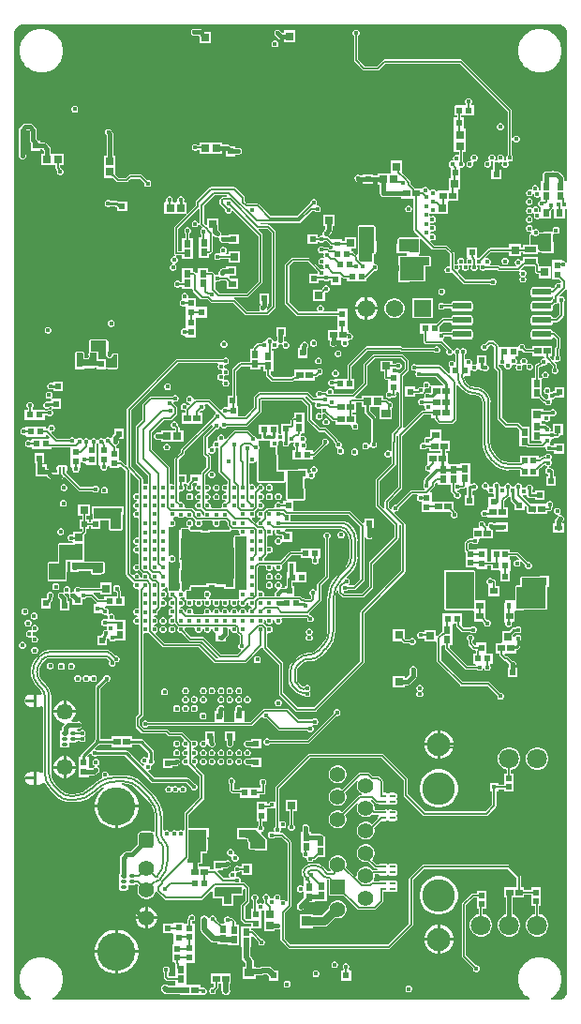
<source format=gbl>
G04*
G04 #@! TF.GenerationSoftware,Altium Limited,Altium Designer,24.2.2 (26)*
G04*
G04 Layer_Physical_Order=14*
G04 Layer_Color=16711680*
%FSLAX44Y44*%
%MOMM*%
G71*
G04*
G04 #@! TF.SameCoordinates,ED65E515-8F89-4409-9B4D-6018ACB33687*
G04*
G04*
G04 #@! TF.FilePolarity,Positive*
G04*
G01*
G75*
%ADD12C,0.1524*%
%ADD14C,0.1270*%
%ADD16C,0.2540*%
%ADD21R,0.5500X0.6000*%
%ADD22R,0.7581X0.8121*%
%ADD23R,0.6000X0.5500*%
%ADD24R,0.5000X0.4000*%
%ADD26R,0.6725X0.7154*%
%ADD28R,0.5200X0.5200*%
%ADD29R,0.7154X0.6725*%
%ADD40R,0.4500X0.6750*%
%ADD41R,0.4000X0.5000*%
%ADD49R,0.4725X0.5153*%
%ADD52R,0.7200X0.7200*%
%ADD55R,0.6000X0.6500*%
%ADD56C,0.4064*%
%ADD57R,0.8121X0.7581*%
%ADD61R,0.5153X0.4725*%
%ADD68R,0.6153X0.5725*%
%ADD73R,0.4100X0.6600*%
%ADD80R,0.6750X0.4500*%
%ADD81R,0.5200X0.5200*%
%ADD104R,0.6500X0.6000*%
%ADD107R,0.5200X0.5600*%
%ADD149R,1.5700X1.5700*%
%ADD150C,1.5700*%
%ADD153C,0.5000*%
%ADD159C,0.6000*%
%ADD160C,0.1270*%
%ADD162C,0.3810*%
%ADD163C,0.2032*%
%ADD164C,0.5080*%
%ADD165C,0.1397*%
%ADD166C,0.1905*%
%ADD167C,1.4200*%
G04:AMPARAMS|DCode=168|XSize=1.42mm|YSize=1.42mm|CornerRadius=0.355mm|HoleSize=0mm|Usage=FLASHONLY|Rotation=270.000|XOffset=0mm|YOffset=0mm|HoleType=Round|Shape=RoundedRectangle|*
%AMROUNDEDRECTD168*
21,1,1.4200,0.7100,0,0,270.0*
21,1,0.7100,1.4200,0,0,270.0*
1,1,0.7100,-0.3550,-0.3550*
1,1,0.7100,-0.3550,0.3550*
1,1,0.7100,0.3550,0.3550*
1,1,0.7100,0.3550,-0.3550*
%
%ADD168ROUNDEDRECTD168*%
%ADD169C,3.4500*%
%ADD170C,1.4500*%
%ADD171C,2.1000*%
%ADD172C,1.8000*%
%ADD173C,2.9500*%
%ADD174C,1.4000*%
%ADD175R,1.4000X1.4000*%
%ADD176C,0.7620*%
%ADD177R,0.8500X0.9000*%
%ADD178R,0.6725X0.5274*%
%ADD179R,0.4500X0.4500*%
%ADD180R,0.6500X0.7000*%
%ADD181R,1.0000X0.5000*%
%ADD182R,0.7000X0.6500*%
%ADD183R,0.5000X0.5500*%
%ADD184R,0.5725X0.6153*%
%ADD185C,0.2500*%
G04:AMPARAMS|DCode=186|XSize=0.3mm|YSize=0.49mm|CornerRadius=0.0495mm|HoleSize=0mm|Usage=FLASHONLY|Rotation=270.000|XOffset=0mm|YOffset=0mm|HoleType=Round|Shape=RoundedRectangle|*
%AMROUNDEDRECTD186*
21,1,0.3000,0.3910,0,0,270.0*
21,1,0.2010,0.4900,0,0,270.0*
1,1,0.0990,-0.1955,-0.1005*
1,1,0.0990,-0.1955,0.1005*
1,1,0.0990,0.1955,0.1005*
1,1,0.0990,0.1955,-0.1005*
%
%ADD186ROUNDEDRECTD186*%
G04:AMPARAMS|DCode=187|XSize=0.3mm|YSize=0.52mm|CornerRadius=0.0495mm|HoleSize=0mm|Usage=FLASHONLY|Rotation=270.000|XOffset=0mm|YOffset=0mm|HoleType=Round|Shape=RoundedRectangle|*
%AMROUNDEDRECTD187*
21,1,0.3000,0.4210,0,0,270.0*
21,1,0.2010,0.5200,0,0,270.0*
1,1,0.0990,-0.2105,-0.1005*
1,1,0.0990,-0.2105,0.1005*
1,1,0.0990,0.2105,0.1005*
1,1,0.0990,0.2105,-0.1005*
%
%ADD187ROUNDEDRECTD187*%
%ADD188R,0.7000X0.7000*%
G04:AMPARAMS|DCode=189|XSize=0.2mm|YSize=0.565mm|CornerRadius=0.05mm|HoleSize=0mm|Usage=FLASHONLY|Rotation=270.000|XOffset=0mm|YOffset=0mm|HoleType=Round|Shape=RoundedRectangle|*
%AMROUNDEDRECTD189*
21,1,0.2000,0.4650,0,0,270.0*
21,1,0.1000,0.5650,0,0,270.0*
1,1,0.1000,-0.2325,-0.0500*
1,1,0.1000,-0.2325,0.0500*
1,1,0.1000,0.2325,0.0500*
1,1,0.1000,0.2325,-0.0500*
%
%ADD189ROUNDEDRECTD189*%
G04:AMPARAMS|DCode=190|XSize=0.4mm|YSize=0.565mm|CornerRadius=0.05mm|HoleSize=0mm|Usage=FLASHONLY|Rotation=270.000|XOffset=0mm|YOffset=0mm|HoleType=Round|Shape=RoundedRectangle|*
%AMROUNDEDRECTD190*
21,1,0.4000,0.4650,0,0,270.0*
21,1,0.3000,0.5650,0,0,270.0*
1,1,0.1000,-0.2325,-0.1500*
1,1,0.1000,-0.2325,0.1500*
1,1,0.1000,0.2325,0.1500*
1,1,0.1000,0.2325,-0.1500*
%
%ADD190ROUNDEDRECTD190*%
G04:AMPARAMS|DCode=191|XSize=1.61mm|YSize=0.58mm|CornerRadius=0.0725mm|HoleSize=0mm|Usage=FLASHONLY|Rotation=0.000|XOffset=0mm|YOffset=0mm|HoleType=Round|Shape=RoundedRectangle|*
%AMROUNDEDRECTD191*
21,1,1.6100,0.4350,0,0,0.0*
21,1,1.4650,0.5800,0,0,0.0*
1,1,0.1450,0.7325,-0.2175*
1,1,0.1450,-0.7325,-0.2175*
1,1,0.1450,-0.7325,0.2175*
1,1,0.1450,0.7325,0.2175*
%
%ADD191ROUNDEDRECTD191*%
%ADD192R,0.6500X0.6500*%
%ADD193R,0.4500X0.5500*%
%ADD194R,0.4725X0.5393*%
%ADD195C,0.3048*%
%ADD196C,0.1417*%
G36*
X497815Y884590D02*
X499384Y883940D01*
X500796Y882997D01*
X501997Y881796D01*
X502940Y880384D01*
X503590Y878815D01*
X503922Y877149D01*
X503922Y876300D01*
X503919Y743590D01*
X502778Y743278D01*
Y743278D01*
X501056D01*
Y745888D01*
X500823Y747057D01*
X500161Y748048D01*
X497048Y751161D01*
X496057Y751823D01*
X494888Y752056D01*
X491786D01*
X491621Y752124D01*
X490379D01*
X490214Y752056D01*
X485000D01*
X483831Y751823D01*
X482839Y751161D01*
X482177Y750169D01*
X481944Y749000D01*
Y743278D01*
X480222D01*
Y735704D01*
X478952Y734934D01*
X478531Y735154D01*
X478413Y735658D01*
X478448Y735742D01*
Y736985D01*
X477973Y738133D01*
X477094Y739012D01*
X475946Y739488D01*
X474703D01*
X473554Y739012D01*
X472675Y738133D01*
X472200Y736985D01*
Y736038D01*
X472121Y735935D01*
X471461Y735434D01*
X471027Y735254D01*
X470313Y735549D01*
X469070D01*
X467922Y735074D01*
X467043Y734195D01*
X466567Y733047D01*
Y731804D01*
X467043Y730656D01*
X467922Y729777D01*
X469070Y729301D01*
X470313D01*
X471461Y729777D01*
X472340Y730656D01*
X472606Y731297D01*
X473876Y731044D01*
Y730866D01*
X474351Y729717D01*
X475230Y728839D01*
X476379Y728363D01*
X477621D01*
X478770Y728839D01*
X478952Y729021D01*
X480222Y728495D01*
Y726059D01*
X479230Y725649D01*
X478351Y724770D01*
X477876Y723621D01*
Y722379D01*
X478351Y721230D01*
X479230Y720351D01*
X479289Y720327D01*
X480222Y719514D01*
Y716246D01*
X478952Y715503D01*
X478605Y715697D01*
X478539Y716119D01*
X478618Y716310D01*
Y717553D01*
X478143Y718701D01*
X477264Y719580D01*
X476115Y720055D01*
X474873D01*
X473724Y719580D01*
X472845Y718701D01*
X471577Y718958D01*
X471461Y719074D01*
X470313Y719549D01*
X469070D01*
X467922Y719074D01*
X467043Y718195D01*
X466567Y717047D01*
Y715804D01*
X467043Y714656D01*
X467922Y713777D01*
X469070Y713301D01*
X470313D01*
X471461Y713777D01*
X472340Y714656D01*
X473608Y714398D01*
X473724Y714283D01*
X473955Y712812D01*
X473876Y712621D01*
Y711379D01*
X474351Y710230D01*
X475230Y709351D01*
X476379Y708876D01*
X477621D01*
X478770Y709351D01*
X478952Y709534D01*
X480222Y709458D01*
X480535Y709458D01*
X489778D01*
Y716840D01*
X490673Y717736D01*
X490893Y718064D01*
X492112Y717972D01*
X492222Y717884D01*
Y709458D01*
X501778D01*
Y718113D01*
X502855Y718573D01*
X503918Y717867D01*
X503917Y670025D01*
X502655Y669771D01*
X502647D01*
X501770Y670649D01*
X500621Y671124D01*
X499528D01*
Y672028D01*
X490472D01*
Y662472D01*
Y653972D01*
X496854D01*
X498570Y652256D01*
X498463Y651632D01*
X498449Y651612D01*
X497076Y650936D01*
X496621Y651124D01*
X495379D01*
X494230Y650649D01*
X493351Y649770D01*
X492876Y648621D01*
Y647549D01*
X491863Y646536D01*
X490332Y646802D01*
X490180Y647030D01*
X489352Y647583D01*
X488375Y647777D01*
X473725D01*
X472748Y647583D01*
X471920Y647030D01*
X471367Y646202D01*
X471173Y645225D01*
Y640875D01*
X471367Y639898D01*
X471920Y639070D01*
X472748Y638517D01*
X473725Y638323D01*
X488375D01*
X489352Y638517D01*
X490180Y639070D01*
X490227Y639141D01*
X491427Y638652D01*
Y637730D01*
X491230Y637649D01*
X490351Y636770D01*
X490011Y635948D01*
X489782Y635578D01*
X488606Y635031D01*
X488375Y635077D01*
X473725D01*
X472748Y634883D01*
X471920Y634330D01*
X471367Y633502D01*
X471173Y632525D01*
Y628175D01*
X471367Y627198D01*
X471920Y626370D01*
X472748Y625817D01*
X473725Y625623D01*
X488375D01*
X489352Y625817D01*
X490180Y626370D01*
X490733Y627198D01*
X490927Y628175D01*
Y630404D01*
X491381Y630708D01*
X492549Y631876D01*
X493621D01*
X494770Y632351D01*
X495649Y633230D01*
X496141Y633312D01*
X497109Y632490D01*
Y622980D01*
X493670Y619540D01*
X490927D01*
Y619825D01*
X490733Y620802D01*
X490180Y621630D01*
X489352Y622183D01*
X488375Y622377D01*
X473725D01*
X472748Y622183D01*
X471920Y621630D01*
X471367Y620802D01*
X471173Y619825D01*
Y615475D01*
X471367Y614498D01*
X471920Y613670D01*
X472748Y613117D01*
X473725Y612923D01*
X488375D01*
X489352Y613117D01*
X490180Y613670D01*
X490733Y614498D01*
X490927Y615475D01*
Y615760D01*
X494453D01*
X495177Y615903D01*
X495790Y616313D01*
X500337Y620860D01*
X500747Y621473D01*
X500891Y622197D01*
Y633472D01*
X501649Y634230D01*
X502124Y635379D01*
Y636621D01*
X501649Y637770D01*
X500770Y638649D01*
X499621Y639124D01*
X498379D01*
X497491Y638756D01*
X496772Y639833D01*
X502337Y645398D01*
X503667Y645103D01*
X503917Y644900D01*
X503903Y11445D01*
Y10720D01*
X503620Y9297D01*
X503065Y7956D01*
X502259Y6749D01*
X501232Y5723D01*
X500026Y4917D01*
X498685Y4361D01*
X497262Y4078D01*
X496536Y4078D01*
X489623D01*
X489371Y5348D01*
X489381Y5353D01*
X491745Y6932D01*
X492030Y7216D01*
X492364Y7440D01*
X494374Y9451D01*
X494598Y9785D01*
X494882Y10069D01*
X496461Y12433D01*
X496615Y12804D01*
X496838Y13138D01*
X497927Y15765D01*
X498005Y16159D01*
X498159Y16530D01*
X498714Y19320D01*
Y19721D01*
X498792Y20115D01*
Y24287D01*
X498714Y24681D01*
Y25083D01*
X498125Y28043D01*
X497971Y28414D01*
X497893Y28808D01*
X496738Y31596D01*
X496515Y31930D01*
X496361Y32301D01*
X494684Y34811D01*
X494400Y35095D01*
X494177Y35429D01*
X492043Y37563D01*
X491709Y37786D01*
X491424Y38070D01*
X488915Y39747D01*
X488544Y39901D01*
X488210Y40124D01*
X485421Y41279D01*
X485028Y41357D01*
X484656Y41511D01*
X481696Y42100D01*
X481295D01*
X480901Y42178D01*
X479392D01*
X479380Y42176D01*
X479368Y42178D01*
X478925Y42176D01*
X477439D01*
X477045Y42097D01*
X476643D01*
X473710Y41514D01*
X473339Y41360D01*
X472945Y41282D01*
X470181Y40137D01*
X469847Y39914D01*
X469476Y39760D01*
X466989Y38099D01*
X466705Y37815D01*
X466371Y37592D01*
X464256Y35477D01*
X464033Y35143D01*
X463749Y34859D01*
X462088Y32372D01*
X461934Y32001D01*
X461711Y31667D01*
X460566Y28903D01*
X460488Y28509D01*
X460334Y28138D01*
X459751Y25205D01*
Y24803D01*
X459672Y24409D01*
Y21060D01*
X459751Y20666D01*
Y20264D01*
X460346Y17273D01*
X460499Y16901D01*
X460578Y16508D01*
X461745Y13690D01*
X461968Y13356D01*
X462122Y12984D01*
X463816Y10448D01*
X464100Y10164D01*
X464324Y9830D01*
X466480Y7674D01*
X466814Y7450D01*
X467098Y7166D01*
X469635Y5472D01*
X470006Y5318D01*
X469575Y4078D01*
X39123Y4078D01*
X38871Y5348D01*
X38881Y5353D01*
X41245Y6932D01*
X41530Y7216D01*
X41864Y7440D01*
X43874Y9451D01*
X44098Y9785D01*
X44382Y10069D01*
X45962Y12433D01*
X46115Y12804D01*
X46338Y13138D01*
X47427Y15765D01*
X47505Y16159D01*
X47659Y16530D01*
X48214Y19320D01*
Y19721D01*
X48292Y20115D01*
Y24287D01*
X48214Y24681D01*
Y25083D01*
X47625Y28043D01*
X47471Y28414D01*
X47393Y28808D01*
X46238Y31596D01*
X46014Y31930D01*
X45861Y32301D01*
X44184Y34811D01*
X43900Y35095D01*
X43677Y35429D01*
X41543Y37563D01*
X41209Y37786D01*
X40925Y38070D01*
X38415Y39747D01*
X38044Y39901D01*
X37710Y40124D01*
X34922Y41279D01*
X34527Y41357D01*
X34156Y41511D01*
X31196Y42100D01*
X30794D01*
X30401Y42178D01*
X28891D01*
X28880Y42176D01*
X28868Y42178D01*
X28425Y42176D01*
X26939D01*
X26545Y42097D01*
X26143D01*
X23210Y41514D01*
X22838Y41360D01*
X22445Y41282D01*
X19681Y40137D01*
X19347Y39914D01*
X18976Y39760D01*
X16489Y38099D01*
X16205Y37815D01*
X15871Y37592D01*
X13756Y35477D01*
X13533Y35143D01*
X13249Y34859D01*
X11588Y32372D01*
X11434Y32001D01*
X11211Y31667D01*
X10066Y28903D01*
X9988Y28509D01*
X9834Y28138D01*
X9251Y25205D01*
Y24803D01*
X9172Y24409D01*
Y21060D01*
X9251Y20666D01*
Y20264D01*
X9846Y17273D01*
X9999Y16901D01*
X10078Y16508D01*
X11245Y13690D01*
X11468Y13356D01*
X11622Y12984D01*
X13316Y10448D01*
X13600Y10164D01*
X13824Y9830D01*
X15980Y7674D01*
X16314Y7450D01*
X16598Y7166D01*
X19135Y5472D01*
X19506Y5318D01*
X19075Y4078D01*
X11693D01*
X10061Y4403D01*
X8524Y5040D01*
X7141Y5964D01*
X5964Y7141D01*
X5040Y8524D01*
X4403Y10061D01*
X4078Y11693D01*
X4078Y12525D01*
X4078Y874786D01*
Y875772D01*
X4463Y877707D01*
X5218Y879529D01*
X6313Y881169D01*
X7708Y882564D01*
X9348Y883660D01*
X11170Y884414D01*
X13105Y884799D01*
X14091Y884799D01*
X14091Y884799D01*
X14092Y884799D01*
X495301Y884922D01*
X496149Y884922D01*
X497815Y884590D01*
D02*
G37*
%LPC*%
G36*
X480901Y880378D02*
X479392D01*
X479380Y880376D01*
X479368Y880378D01*
X478925Y880376D01*
X477439D01*
X477045Y880297D01*
X476643D01*
X473710Y879714D01*
X473339Y879560D01*
X472945Y879482D01*
X470181Y878337D01*
X469847Y878114D01*
X469476Y877960D01*
X466989Y876299D01*
X466705Y876015D01*
X466371Y875791D01*
X464256Y873677D01*
X464033Y873343D01*
X463749Y873059D01*
X462088Y870572D01*
X461934Y870201D01*
X461711Y869867D01*
X460566Y867103D01*
X460488Y866709D01*
X460334Y866338D01*
X459751Y863405D01*
Y863003D01*
X459672Y862609D01*
Y859260D01*
X459751Y858866D01*
Y858464D01*
X460346Y855473D01*
X460499Y855101D01*
X460578Y854707D01*
X461745Y851889D01*
X461968Y851556D01*
X462122Y851184D01*
X463816Y848648D01*
X464100Y848364D01*
X464324Y848030D01*
X466480Y845873D01*
X466814Y845650D01*
X467098Y845366D01*
X469635Y843672D01*
X470006Y843518D01*
X470340Y843295D01*
X473158Y842128D01*
X473551Y842049D01*
X473923Y841896D01*
X476914Y841301D01*
X477316D01*
X477710Y841222D01*
X481699D01*
X482093Y841301D01*
X482494D01*
X485284Y841855D01*
X485655Y842009D01*
X486049Y842087D01*
X488676Y843176D01*
X489010Y843399D01*
X489381Y843552D01*
X491745Y845132D01*
X492030Y845416D01*
X492364Y845640D01*
X494374Y847651D01*
X494598Y847984D01*
X494882Y848269D01*
X496461Y850633D01*
X496615Y851004D01*
X496838Y851338D01*
X497927Y853965D01*
X498005Y854359D01*
X498159Y854731D01*
X498714Y857520D01*
Y857921D01*
X498792Y858315D01*
Y862487D01*
X498714Y862881D01*
Y863283D01*
X498125Y866243D01*
X497971Y866614D01*
X497893Y867008D01*
X496738Y869796D01*
X496515Y870130D01*
X496361Y870501D01*
X494684Y873011D01*
X494400Y873295D01*
X494177Y873629D01*
X492043Y875763D01*
X491709Y875986D01*
X491424Y876270D01*
X488915Y877947D01*
X488544Y878101D01*
X488210Y878324D01*
X485421Y879479D01*
X485028Y879557D01*
X484656Y879711D01*
X481696Y880300D01*
X481295D01*
X480901Y880378D01*
D02*
G37*
G36*
X30401D02*
X28891D01*
X28880Y880376D01*
X28868Y880378D01*
X28425Y880376D01*
X26939D01*
X26545Y880297D01*
X26143D01*
X23210Y879714D01*
X22838Y879560D01*
X22445Y879482D01*
X19681Y878337D01*
X19347Y878114D01*
X18976Y877960D01*
X16489Y876299D01*
X16205Y876015D01*
X15871Y875791D01*
X13756Y873677D01*
X13533Y873343D01*
X13249Y873059D01*
X11588Y870572D01*
X11434Y870201D01*
X11211Y869867D01*
X10066Y867103D01*
X9988Y866709D01*
X9834Y866338D01*
X9251Y863405D01*
Y863003D01*
X9172Y862609D01*
Y859260D01*
X9251Y858866D01*
Y858464D01*
X9846Y855473D01*
X9999Y855101D01*
X10078Y854707D01*
X11245Y851889D01*
X11468Y851556D01*
X11622Y851184D01*
X13316Y848648D01*
X13600Y848364D01*
X13824Y848030D01*
X15980Y845873D01*
X16314Y845650D01*
X16598Y845366D01*
X19135Y843672D01*
X19506Y843518D01*
X19840Y843295D01*
X22658Y842128D01*
X23052Y842049D01*
X23423Y841896D01*
X26414Y841301D01*
X26816D01*
X27210Y841222D01*
X31199D01*
X31593Y841301D01*
X31994D01*
X34783Y841855D01*
X35155Y842009D01*
X35549Y842087D01*
X38176Y843176D01*
X38510Y843399D01*
X38881Y843552D01*
X41245Y845132D01*
X41530Y845416D01*
X41863Y845640D01*
X43874Y847651D01*
X44098Y847984D01*
X44382Y848269D01*
X45961Y850633D01*
X46115Y851004D01*
X46338Y851338D01*
X47427Y853965D01*
X47505Y854359D01*
X47659Y854731D01*
X48214Y857520D01*
Y857921D01*
X48292Y858315D01*
Y862487D01*
X48214Y862881D01*
Y863283D01*
X47625Y866243D01*
X47471Y866614D01*
X47393Y867008D01*
X46238Y869796D01*
X46014Y870130D01*
X45861Y870501D01*
X44184Y873011D01*
X43900Y873295D01*
X43677Y873629D01*
X41543Y875763D01*
X41209Y875986D01*
X40925Y876270D01*
X38415Y877947D01*
X38044Y878101D01*
X37710Y878324D01*
X34922Y879479D01*
X34527Y879557D01*
X34156Y879711D01*
X31196Y880300D01*
X30794D01*
X30401Y880378D01*
D02*
G37*
G36*
X243013Y879885D02*
X241770D01*
X240622Y879409D01*
X239743Y878530D01*
X239267Y877382D01*
Y876139D01*
X239743Y874991D01*
X240622Y874112D01*
X240787Y874044D01*
X243206Y871625D01*
X244197Y870962D01*
X245366Y870730D01*
X247914D01*
Y868431D01*
X258194D01*
Y879140D01*
X247914D01*
Y876842D01*
X246632D01*
X245108Y878365D01*
X245040Y878530D01*
X244161Y879409D01*
X243013Y879885D01*
D02*
G37*
G36*
X167743Y880607D02*
X166500D01*
X165352Y880131D01*
X164473Y879252D01*
X163997Y878104D01*
Y876861D01*
X164473Y875713D01*
X165352Y874834D01*
X166500Y874359D01*
X167743D01*
X167791Y874378D01*
X171086D01*
X171860Y873604D01*
Y867431D01*
X182140D01*
Y878140D01*
X175967D01*
X174512Y879595D01*
X173521Y880257D01*
X172351Y880490D01*
X168025D01*
X167743Y880607D01*
D02*
G37*
G36*
X240621Y870124D02*
X239379D01*
X238230Y869649D01*
X237351Y868770D01*
X236876Y867621D01*
Y866379D01*
X237351Y865230D01*
X238230Y864351D01*
X239379Y863876D01*
X240621D01*
X241770Y864351D01*
X242649Y865230D01*
X243124Y866379D01*
Y867621D01*
X242649Y868770D01*
X241770Y869649D01*
X240621Y870124D01*
D02*
G37*
G36*
X59621Y811124D02*
X58379D01*
X57230Y810649D01*
X56351Y809770D01*
X55876Y808621D01*
Y807379D01*
X56351Y806230D01*
X57230Y805351D01*
X58379Y804876D01*
X59621D01*
X60770Y805351D01*
X61649Y806230D01*
X62124Y807379D01*
Y808621D01*
X61649Y809770D01*
X60770Y810649D01*
X59621Y811124D01*
D02*
G37*
G36*
X444251Y795514D02*
X443008D01*
X441860Y795039D01*
X440981Y794160D01*
X440506Y793011D01*
Y791769D01*
X440981Y790620D01*
X441860Y789741D01*
X443008Y789266D01*
X444251D01*
X445400Y789741D01*
X446278Y790620D01*
X446754Y791769D01*
Y793011D01*
X446278Y794160D01*
X445400Y795039D01*
X444251Y795514D01*
D02*
G37*
G36*
X314048Y879762D02*
X312805D01*
X311656Y879286D01*
X310777Y878408D01*
X310302Y877259D01*
Y876016D01*
X310777Y874868D01*
X311535Y874110D01*
Y852078D01*
X311679Y851355D01*
X312089Y850741D01*
X319167Y843663D01*
X319781Y843253D01*
X320504Y843110D01*
X333000D01*
X333723Y843253D01*
X334337Y843663D01*
X339783Y849109D01*
X407217D01*
X450109Y806217D01*
Y766528D01*
X449351Y765770D01*
X448876Y764621D01*
Y763379D01*
X449191Y762618D01*
X448503Y761552D01*
X447540D01*
X446809Y762618D01*
X447124Y763379D01*
Y764621D01*
X446648Y765770D01*
X445770Y766649D01*
X444621Y767124D01*
X443378D01*
X442230Y766649D01*
X441351Y765770D01*
X440876Y764621D01*
Y763379D01*
X441191Y762618D01*
X440503Y761552D01*
X439540D01*
X438809Y762618D01*
X439124Y763379D01*
Y764621D01*
X438648Y765770D01*
X437770Y766649D01*
X436621Y767124D01*
X435378D01*
X434230Y766649D01*
X433351Y765770D01*
X432876Y764621D01*
Y763379D01*
X433257Y762458D01*
X432931Y761794D01*
X432470Y761316D01*
X431453D01*
X430305Y760840D01*
X429426Y759961D01*
X428951Y758813D01*
Y757570D01*
X429426Y756422D01*
X430305Y755543D01*
X431453Y755067D01*
X432696D01*
X433844Y755543D01*
X434723Y756422D01*
X435199Y757570D01*
Y758813D01*
X434884Y759573D01*
X435571Y760639D01*
X436534D01*
X437265Y759573D01*
X436950Y758813D01*
Y757570D01*
X437019Y757405D01*
Y753378D01*
X435622D01*
Y744622D01*
X444378D01*
Y753378D01*
X443131D01*
Y757405D01*
X443199Y757570D01*
Y758813D01*
X442884Y759573D01*
X443571Y760639D01*
X444534D01*
X445265Y759573D01*
X444950Y758813D01*
Y757570D01*
X445426Y756422D01*
X446305Y755543D01*
X447453Y755067D01*
X448696D01*
X449845Y755543D01*
X450723Y756422D01*
X451199Y757570D01*
Y758813D01*
X450818Y759733D01*
X451144Y760397D01*
X451605Y760876D01*
X452621D01*
X453770Y761351D01*
X454649Y762230D01*
X455124Y763379D01*
Y764621D01*
X454649Y765770D01*
X453890Y766528D01*
Y779439D01*
X455160Y779691D01*
X455351Y779230D01*
X456230Y778351D01*
X457379Y777876D01*
X458621D01*
X459770Y778351D01*
X460649Y779230D01*
X461124Y780379D01*
Y781621D01*
X460649Y782770D01*
X459770Y783649D01*
X458621Y784124D01*
X457379D01*
X456230Y783649D01*
X455351Y782770D01*
X455160Y782309D01*
X453890Y782561D01*
Y807000D01*
X453747Y807723D01*
X453337Y808337D01*
X409337Y852337D01*
X408723Y852747D01*
X408000Y852890D01*
X339000D01*
X338276Y852747D01*
X337663Y852337D01*
X332217Y846890D01*
X321287D01*
X315317Y852861D01*
Y874110D01*
X316075Y874868D01*
X316550Y876016D01*
Y877259D01*
X316075Y878408D01*
X315196Y879286D01*
X314048Y879762D01*
D02*
G37*
G36*
X192028Y778028D02*
X171972D01*
Y775310D01*
X170502D01*
X169744Y776068D01*
X168596Y776543D01*
X167353D01*
X166205Y776068D01*
X165326Y775189D01*
X164850Y774041D01*
Y772798D01*
X165326Y771649D01*
X166205Y770770D01*
X167353Y770295D01*
X168596D01*
X169744Y770770D01*
X170502Y771529D01*
X171972D01*
Y767972D01*
X192028D01*
Y769944D01*
X195622D01*
Y765622D01*
X204378D01*
Y766944D01*
X206214D01*
X206379Y766876D01*
X207621D01*
X208770Y767351D01*
X209649Y768230D01*
X210124Y769379D01*
Y770621D01*
X209649Y771770D01*
X208770Y772649D01*
X207621Y773124D01*
X206379D01*
X206214Y773056D01*
X204378D01*
Y774378D01*
X199944D01*
X199161Y775161D01*
X198169Y775823D01*
X197000Y776056D01*
X192028D01*
Y778028D01*
D02*
G37*
G36*
X415621Y818124D02*
X414379D01*
X413230Y817649D01*
X412351Y816770D01*
X411876Y815621D01*
Y814379D01*
X412351Y813230D01*
X412784Y812798D01*
X412258Y811528D01*
X401972D01*
Y802472D01*
X404489D01*
Y800528D01*
X401472D01*
Y791686D01*
X401472Y791472D01*
X401472Y791472D01*
X401622Y790478D01*
X401622D01*
Y779722D01*
Y769522D01*
X406314D01*
Y767286D01*
X405044Y766438D01*
X404684Y766587D01*
X403441D01*
X402293Y766111D01*
X401414Y765232D01*
X400938Y764084D01*
Y762841D01*
X401037Y762602D01*
X401020Y762533D01*
X400149Y761428D01*
X399499D01*
X398351Y760953D01*
X397472Y760074D01*
X396996Y758926D01*
Y757683D01*
X397472Y756535D01*
X397995Y756011D01*
X398760Y755058D01*
Y746777D01*
X397753Y746140D01*
X396860D01*
Y735860D01*
X396860D01*
X396405Y734778D01*
X386722D01*
Y734006D01*
X385452Y733753D01*
X385207Y734344D01*
X384328Y735223D01*
X383180Y735699D01*
X381937D01*
X380789Y735223D01*
X380278Y734713D01*
X379008Y735233D01*
Y735479D01*
X378532Y736627D01*
X377653Y737506D01*
X376505Y737982D01*
X375262D01*
X374114Y737506D01*
X373500Y736893D01*
X372278Y736778D01*
X372278Y736778D01*
X372278Y736778D01*
X366287D01*
X366099Y737059D01*
X362826Y740332D01*
Y741810D01*
X362682Y742533D01*
X362273Y743147D01*
X358447Y746973D01*
X358176Y747154D01*
X355587Y749743D01*
X355140Y750860D01*
X355140D01*
X355140Y750860D01*
Y761569D01*
X344860D01*
Y750860D01*
X343934Y750028D01*
X332632D01*
Y748056D01*
X328378D01*
Y749378D01*
X319622D01*
Y748056D01*
X317524D01*
X316885Y748696D01*
X315736Y749171D01*
X314494D01*
X313345Y748696D01*
X312466Y747817D01*
X311991Y746668D01*
Y745426D01*
X312059Y745261D01*
Y745000D01*
X312292Y743831D01*
X312954Y742839D01*
X313946Y742177D01*
X315115Y741944D01*
X319622D01*
Y740622D01*
X328378D01*
Y741944D01*
X332632D01*
Y739972D01*
X334854D01*
Y732000D01*
X335087Y730831D01*
X335750Y729839D01*
X336741Y729177D01*
X337910Y728944D01*
X353722D01*
Y727222D01*
X365359D01*
Y698911D01*
X365503Y698187D01*
X365913Y697574D01*
X370246Y693241D01*
X370237Y693199D01*
X369623Y692068D01*
X352000D01*
X351164Y691722D01*
X350818Y690886D01*
Y686378D01*
X350013D01*
Y677622D01*
X358736D01*
X359449Y676901D01*
X359179Y675631D01*
X353191D01*
X353020Y675560D01*
X351413D01*
Y666804D01*
X352009D01*
Y662140D01*
X351222D01*
Y651860D01*
X361931D01*
Y652455D01*
X374521D01*
X375357Y652802D01*
X375703Y653638D01*
Y654161D01*
X376299D01*
Y665818D01*
X379479D01*
X380315Y666164D01*
X380661Y667000D01*
Y674448D01*
X380315Y675285D01*
X379479Y675631D01*
X370646D01*
X370294Y676270D01*
X370737Y677749D01*
X370836Y677790D01*
X371182Y678625D01*
Y690509D01*
X372313Y691123D01*
X372355Y691132D01*
X381824Y681663D01*
X382438Y681253D01*
X383161Y681109D01*
X394217D01*
X398223Y677103D01*
Y666835D01*
X396953Y665987D01*
X396621Y666124D01*
X395379D01*
X394230Y665649D01*
X393351Y664770D01*
X392876Y663622D01*
Y662379D01*
X393351Y661230D01*
X394230Y660351D01*
X395379Y659876D01*
X396621D01*
X397770Y660351D01*
X398649Y661230D01*
X399442Y661388D01*
X409990Y650841D01*
X410603Y650431D01*
X411327Y650287D01*
X434662D01*
X435420Y649529D01*
X436569Y649053D01*
X437812D01*
X438960Y649529D01*
X439839Y650408D01*
X440314Y651556D01*
Y652799D01*
X439839Y653947D01*
X438960Y654826D01*
X437812Y655302D01*
X436569D01*
X435420Y654826D01*
X434662Y654068D01*
X412110D01*
X405368Y660810D01*
X405666Y662308D01*
X405770Y662351D01*
X406649Y663230D01*
X407124Y664379D01*
Y665621D01*
X406809Y666382D01*
X407497Y667448D01*
X408460D01*
X409191Y666382D01*
X408876Y665621D01*
Y664379D01*
X409351Y663230D01*
X410230Y662351D01*
X411379Y661876D01*
X412621D01*
X413770Y662351D01*
X414649Y663230D01*
X415124Y664379D01*
Y665621D01*
X414809Y666382D01*
X415497Y667448D01*
X416460D01*
X417191Y666382D01*
X416876Y665621D01*
Y664379D01*
X417351Y663230D01*
X418230Y662351D01*
X419379Y661876D01*
X420621D01*
X421770Y662351D01*
X422649Y663230D01*
X423124Y664379D01*
Y665621D01*
X422809Y666382D01*
X423497Y667448D01*
X424460D01*
X425191Y666382D01*
X424876Y665621D01*
Y664379D01*
X425351Y663230D01*
X426230Y662351D01*
X427379Y661876D01*
X428621D01*
X429770Y662351D01*
X430528Y663110D01*
X441061D01*
X441507Y662663D01*
X442120Y662253D01*
X442844Y662110D01*
X460000D01*
X460291Y662167D01*
X461176Y661144D01*
X460876Y660420D01*
Y659177D01*
X461351Y658029D01*
X462160Y657221D01*
X461351Y656412D01*
X460876Y655264D01*
Y654021D01*
X461351Y652873D01*
X462230Y651994D01*
X463378Y651518D01*
X464621D01*
X465770Y651994D01*
X466649Y652873D01*
X467124Y654021D01*
Y655264D01*
X466649Y656412D01*
X465840Y657221D01*
X466649Y658029D01*
X467124Y659177D01*
Y660420D01*
X466649Y661569D01*
X465770Y662448D01*
X464621Y662923D01*
X463393D01*
X463352Y662965D01*
X462683Y664010D01*
X464896Y666222D01*
X474860D01*
Y662014D01*
X475003Y661291D01*
X475413Y660677D01*
X476527Y659563D01*
X477141Y659153D01*
X477864Y659009D01*
X478372D01*
Y655522D01*
X489128D01*
Y666278D01*
X478641D01*
Y667250D01*
X478497Y667973D01*
X478087Y668587D01*
X477778Y668896D01*
Y674778D01*
X464222D01*
Y671625D01*
X464105Y671409D01*
X463638Y671108D01*
X462182Y671615D01*
X462177Y671628D01*
X461298Y672507D01*
X460149Y672983D01*
X458907D01*
X457758Y672507D01*
X456880Y671628D01*
X456404Y670480D01*
Y669237D01*
X456880Y668089D01*
X457758Y667210D01*
X457878Y667160D01*
X457625Y665891D01*
X443627D01*
X443181Y666337D01*
X442567Y666747D01*
X441844Y666890D01*
X434493D01*
X434466Y666933D01*
X434104Y668160D01*
X434718Y668775D01*
X435193Y669923D01*
Y671166D01*
X434718Y672314D01*
X433839Y673193D01*
X432691Y673669D01*
X431448D01*
X431119Y673532D01*
X430400Y674609D01*
X434800Y679009D01*
X451622D01*
Y675522D01*
X462378D01*
Y679009D01*
X464222D01*
Y677222D01*
X477778D01*
Y678891D01*
X478951Y679377D01*
X479526Y678802D01*
X480362Y678455D01*
X480860D01*
Y677860D01*
X491569D01*
Y687431D01*
X491569Y688140D01*
X491569Y688140D01*
X491378Y688622D01*
X491378Y688622D01*
Y695268D01*
X492648Y695903D01*
X493379Y695600D01*
X494621D01*
X495770Y696076D01*
X496649Y696954D01*
X497124Y698103D01*
Y699346D01*
X496649Y700494D01*
X495770Y701373D01*
X494621Y701848D01*
X493379D01*
X492230Y701373D01*
X491351Y700494D01*
X490876Y699346D01*
Y698103D01*
X490392Y697378D01*
X482622D01*
Y696782D01*
X478624D01*
Y697122D01*
X478149Y698270D01*
X477270Y699149D01*
X476121Y699624D01*
X474879D01*
X473958Y699243D01*
X473294Y699569D01*
X472816Y700030D01*
Y701047D01*
X472340Y702195D01*
X471461Y703074D01*
X470313Y703549D01*
X469070D01*
X467922Y703074D01*
X467043Y702195D01*
X466567Y701047D01*
Y699804D01*
X467043Y698655D01*
X467922Y697777D01*
X469070Y697301D01*
X470217D01*
X470377Y697244D01*
X471361Y696360D01*
X471354Y696288D01*
X471295Y696172D01*
X470247Y695306D01*
X470219Y695254D01*
X470164Y695231D01*
X470011Y694861D01*
X469823Y694507D01*
X469841Y694450D01*
X469818Y694395D01*
Y686000D01*
X469669Y685778D01*
X464222D01*
Y682791D01*
X462378D01*
Y686278D01*
X451622D01*
Y682791D01*
X434017D01*
X433293Y682647D01*
X432680Y682237D01*
X424466Y674023D01*
X423167Y674079D01*
X422378Y674924D01*
Y683107D01*
X413622D01*
Y674351D01*
X413622Y674351D01*
X413780Y673081D01*
X413277Y672578D01*
X412801Y671430D01*
Y670187D01*
X413116Y669427D01*
X412429Y668361D01*
X411466D01*
X410734Y669427D01*
X411049Y670187D01*
Y671430D01*
X410574Y672578D01*
X409695Y673457D01*
X408547Y673933D01*
X407304D01*
X406156Y673457D01*
X405277Y672578D01*
X404801Y671430D01*
Y670187D01*
X405182Y669267D01*
X404856Y668603D01*
X404395Y668124D01*
X403379D01*
X403274Y668081D01*
X402004Y668930D01*
Y677886D01*
X401860Y678610D01*
X401451Y679223D01*
X396337Y684337D01*
X395723Y684747D01*
X395000Y684891D01*
X383944D01*
X380102Y688732D01*
X380822Y689809D01*
X381687Y689451D01*
X382930D01*
X384078Y689926D01*
X384957Y690805D01*
X385433Y691953D01*
Y693196D01*
X384957Y694344D01*
X384078Y695223D01*
X382930Y695699D01*
X381687D01*
X380927Y695384D01*
X379861Y696071D01*
Y697034D01*
X380927Y697765D01*
X381687Y697450D01*
X382930D01*
X384078Y697926D01*
X384957Y698805D01*
X385433Y699953D01*
Y701196D01*
X384957Y702345D01*
X384078Y703223D01*
X382930Y703699D01*
X381687D01*
X380927Y703384D01*
X379861Y704071D01*
Y705034D01*
X380927Y705765D01*
X381687Y705451D01*
X382930D01*
X384078Y705926D01*
X384957Y706805D01*
X385433Y707953D01*
Y709196D01*
X384957Y710344D01*
X384078Y711223D01*
X382930Y711699D01*
X381687D01*
X380766Y711318D01*
X380103Y711644D01*
X379624Y712105D01*
Y713121D01*
X379502Y713417D01*
X380578Y714136D01*
X380789Y713926D01*
X381937Y713450D01*
X383180D01*
X384328Y713926D01*
X384590Y714188D01*
X385860Y713860D01*
X386058Y713860D01*
X396569D01*
Y724140D01*
X396569D01*
X397024Y725222D01*
X405278D01*
Y734778D01*
X405278D01*
X405733Y735860D01*
X407569D01*
Y745548D01*
X407569Y746140D01*
X407569Y746140D01*
X407469Y746777D01*
X407469D01*
Y753797D01*
X407469Y755058D01*
X408696Y755067D01*
X409844Y755543D01*
X410723Y756422D01*
X411199Y757570D01*
Y758813D01*
X410723Y759961D01*
X409844Y760840D01*
X409836Y760844D01*
Y769522D01*
X412378D01*
Y779722D01*
Y790478D01*
X411694D01*
X411028Y791472D01*
Y800528D01*
X408011D01*
Y802472D01*
X420028D01*
Y811528D01*
X417742D01*
X417216Y812798D01*
X417649Y813230D01*
X418124Y814379D01*
Y815621D01*
X417649Y816770D01*
X416770Y817649D01*
X415621Y818124D01*
D02*
G37*
G36*
X420621Y767124D02*
X419379D01*
X418230Y766649D01*
X417351Y765770D01*
X416876Y764621D01*
Y763379D01*
X417257Y762458D01*
X416931Y761794D01*
X416470Y761316D01*
X415453D01*
X414305Y760840D01*
X413426Y759961D01*
X412951Y758813D01*
Y757570D01*
X413426Y756422D01*
X414305Y755543D01*
X415453Y755067D01*
X416696D01*
X417845Y755543D01*
X418723Y756422D01*
X419199Y757570D01*
Y758813D01*
X418818Y759733D01*
X419144Y760397D01*
X419605Y760876D01*
X420621D01*
X421770Y761351D01*
X422649Y762230D01*
X423124Y763379D01*
Y764621D01*
X422649Y765770D01*
X421770Y766649D01*
X420621Y767124D01*
D02*
G37*
G36*
X18645Y795085D02*
X14479D01*
X13310Y794852D01*
X12318Y794190D01*
X9372Y791244D01*
X8710Y790253D01*
X8477Y789083D01*
Y766536D01*
X8710Y765366D01*
X9160Y764692D01*
X9351Y764230D01*
X10230Y763351D01*
X11379Y762876D01*
X12621D01*
X13770Y763351D01*
X14649Y764230D01*
X15124Y765379D01*
Y766621D01*
X14649Y767770D01*
X14589Y767830D01*
Y787817D01*
X15745Y788973D01*
X17379D01*
X18535Y787817D01*
Y780148D01*
X18768Y778978D01*
X19430Y777987D01*
X19622Y777795D01*
Y770622D01*
X28378D01*
Y771944D01*
X29958D01*
X31194Y770708D01*
Y768028D01*
X28972D01*
Y757972D01*
X41859D01*
Y754687D01*
X42003Y753964D01*
X42413Y753351D01*
X43027Y752737D01*
X42876Y752371D01*
Y751129D01*
X43351Y749980D01*
X44230Y749101D01*
X45379Y748626D01*
X46621D01*
X47770Y749101D01*
X48649Y749980D01*
X49124Y751129D01*
Y752371D01*
X48649Y753520D01*
X47770Y754399D01*
X46621Y754874D01*
X46237D01*
X45641Y755470D01*
Y757972D01*
X49028D01*
Y768028D01*
X37306D01*
Y771974D01*
X37073Y773143D01*
X36411Y774135D01*
X33384Y777161D01*
X32393Y777823D01*
X31224Y778056D01*
X28378D01*
Y779378D01*
X26173D01*
X26128Y779603D01*
X25466Y780595D01*
X24647Y781413D01*
Y789083D01*
X24415Y790253D01*
X23752Y791244D01*
X20806Y794190D01*
X19815Y794852D01*
X19621Y794891D01*
X18645Y795085D01*
D02*
G37*
G36*
X90076Y790082D02*
X88833D01*
X87684Y789606D01*
X86805Y788727D01*
X86330Y787579D01*
Y786336D01*
X86805Y785188D01*
X87684Y784309D01*
X87732Y784289D01*
X87820Y784201D01*
Y766028D01*
X85848D01*
Y755472D01*
Y745972D01*
X93481D01*
X96583Y742869D01*
X97197Y742459D01*
X97920Y742316D01*
X106040D01*
X106764Y742459D01*
X107377Y742869D01*
X109773Y745266D01*
X118061D01*
X121876Y741451D01*
Y740379D01*
X122351Y739230D01*
X123230Y738351D01*
X124379Y737876D01*
X125621D01*
X126770Y738351D01*
X127649Y739230D01*
X128124Y740379D01*
Y741621D01*
X127649Y742770D01*
X126770Y743649D01*
X125621Y744124D01*
X124549D01*
X120181Y748493D01*
X119567Y748903D01*
X118844Y749047D01*
X108990D01*
X108267Y748903D01*
X107654Y748493D01*
X105257Y746097D01*
X98703D01*
X95904Y748896D01*
Y755472D01*
Y766028D01*
X93932D01*
Y785467D01*
X93699Y786637D01*
X93037Y787628D01*
X92220Y788445D01*
X92103Y788727D01*
X91224Y789606D01*
X90076Y790082D01*
D02*
G37*
G36*
X470313Y727549D02*
X469070D01*
X467922Y727074D01*
X467043Y726195D01*
X466567Y725047D01*
Y723804D01*
X467043Y722655D01*
X467922Y721777D01*
X469070Y721301D01*
X470313D01*
X471461Y721777D01*
X472340Y722655D01*
X472816Y723804D01*
Y725047D01*
X472340Y726195D01*
X471461Y727074D01*
X470313Y727549D01*
D02*
G37*
G36*
X89918Y725860D02*
X88675D01*
X87527Y725384D01*
X86648Y724505D01*
X86173Y723357D01*
Y722114D01*
X86648Y720966D01*
X87527Y720087D01*
X88675Y719611D01*
X89918D01*
X91067Y720087D01*
X91339Y720360D01*
X96002D01*
X96567Y719795D01*
X97348Y719273D01*
X97622Y719219D01*
Y715790D01*
X106378D01*
Y724546D01*
X98591D01*
X97922Y724993D01*
X97000Y725177D01*
X91274D01*
X91067Y725384D01*
X89918Y725860D01*
D02*
G37*
G36*
X361285Y721129D02*
X360042D01*
X358894Y720654D01*
X358015Y719775D01*
X357539Y718627D01*
Y717384D01*
X358015Y716236D01*
X358894Y715357D01*
X360042Y714881D01*
X361285D01*
X362434Y715357D01*
X363312Y716236D01*
X363788Y717384D01*
Y718627D01*
X363312Y719775D01*
X362434Y720654D01*
X361285Y721129D01*
D02*
G37*
G36*
X203000Y737761D02*
X182000D01*
X181326Y737627D01*
X180755Y737245D01*
X168755Y725245D01*
X168373Y724674D01*
X168239Y724000D01*
Y720729D01*
X161168Y713659D01*
X160028Y714315D01*
X160028Y715100D01*
Y724028D01*
X158632D01*
X157816Y725298D01*
X157989Y725717D01*
Y726960D01*
X157514Y728108D01*
X156635Y728987D01*
X155486Y729463D01*
X154244D01*
X153095Y728987D01*
X152216Y728108D01*
X151741Y726960D01*
Y725717D01*
X151915Y725298D01*
X151098Y724028D01*
X148430D01*
X147582Y725298D01*
X147728Y725651D01*
Y726894D01*
X147252Y728042D01*
X146373Y728921D01*
X145225Y729397D01*
X143982D01*
X142834Y728921D01*
X141955Y728042D01*
X141479Y726894D01*
Y725651D01*
X141626Y725298D01*
X140777Y724028D01*
X139972D01*
Y713972D01*
X158811D01*
X159685Y713972D01*
X160341Y712832D01*
X149659Y702150D01*
X149277Y701578D01*
X149143Y700904D01*
Y677948D01*
X149277Y677274D01*
X149659Y676703D01*
X149857Y676505D01*
X149750Y675969D01*
D01*
X149606Y675251D01*
X149556Y675179D01*
X148488D01*
X147339Y674703D01*
X146460Y673824D01*
X145985Y672676D01*
Y671433D01*
X146460Y670285D01*
X147339Y669406D01*
X147373Y669392D01*
X147377Y668521D01*
X147247Y668070D01*
X146230Y667649D01*
X145351Y666770D01*
X144876Y665621D01*
Y664379D01*
X145351Y663230D01*
X146230Y662351D01*
X147379Y661876D01*
X148621D01*
X149770Y662351D01*
X150649Y663230D01*
X151124Y664379D01*
Y665621D01*
X150649Y666770D01*
X149770Y667649D01*
X149736Y667663D01*
X149732Y668533D01*
X149862Y668985D01*
X150879Y669406D01*
X151758Y670285D01*
X152233Y671433D01*
Y672676D01*
X151758Y673824D01*
X150879Y674703D01*
X150714Y674771D01*
X150727Y674816D01*
Y674816D01*
X150983Y675659D01*
X150983D01*
X151082Y675985D01*
X151102Y675989D01*
X151301Y675989D01*
X156222D01*
Y672722D01*
X165778D01*
Y681222D01*
Y691278D01*
X162761D01*
Y695772D01*
X162949Y695850D01*
X163828Y696729D01*
X164304Y697877D01*
Y699120D01*
X163828Y700268D01*
X162949Y701147D01*
X161801Y701623D01*
X160558D01*
X159410Y701147D01*
X158531Y700268D01*
X158055Y699120D01*
Y697877D01*
X158531Y696729D01*
X159239Y696021D01*
Y691278D01*
X156222D01*
Y679511D01*
X152665D01*
Y700175D01*
X170840Y718349D01*
X172110Y717823D01*
Y705705D01*
X170840Y705452D01*
X170492Y706291D01*
X169613Y707169D01*
X168465Y707645D01*
X167222D01*
X166074Y707169D01*
X165195Y706291D01*
X164719Y705142D01*
Y703899D01*
X165195Y702751D01*
X166074Y701872D01*
X167222Y701397D01*
X168465D01*
X169613Y701872D01*
X170492Y702751D01*
X170968Y703899D01*
X172238Y703929D01*
X172253Y703850D01*
X172663Y703237D01*
X174113Y701787D01*
X173815Y700289D01*
X173711Y700246D01*
X172832Y699367D01*
X172356Y698219D01*
Y696976D01*
X172832Y695827D01*
X173711Y694949D01*
X173720Y694945D01*
Y692278D01*
X171222D01*
Y682222D01*
Y673722D01*
X180778D01*
Y676865D01*
X181473Y677003D01*
X182087Y677413D01*
X183337Y678663D01*
X183747Y679277D01*
X183890Y680000D01*
Y693410D01*
X183906Y693417D01*
X185196Y693599D01*
X186075Y692720D01*
X187223Y692244D01*
X188466D01*
X188679Y692332D01*
X189694Y691462D01*
Y690219D01*
X190169Y689071D01*
X191048Y688192D01*
X192196Y687717D01*
X193439D01*
X193487Y687736D01*
X198372D01*
Y686122D01*
X207128D01*
Y694878D01*
X198372D01*
Y693848D01*
X193721D01*
X193439Y693965D01*
X192196D01*
X191983Y693877D01*
X190969Y694747D01*
Y695990D01*
X190493Y697138D01*
X189778Y697854D01*
X189140Y698860D01*
Y709569D01*
X178860D01*
Y704047D01*
X177686Y703561D01*
X175891Y705357D01*
Y720217D01*
X185783Y730109D01*
X196568D01*
X196610Y730047D01*
X195931Y728777D01*
X192893D01*
X192169Y728633D01*
X191556Y728223D01*
X190663Y727330D01*
X190253Y726717D01*
X190110Y725993D01*
Y723000D01*
X190253Y722277D01*
X190663Y721663D01*
X194876Y717451D01*
Y716379D01*
X195351Y715230D01*
X196230Y714351D01*
X197379Y713876D01*
X198621D01*
X199770Y714351D01*
X200649Y715230D01*
X200839Y715691D01*
X202298Y716029D01*
X225110Y693217D01*
Y652783D01*
X214217Y641890D01*
X189787D01*
X185891Y645787D01*
Y651476D01*
X187160Y652325D01*
X187372Y652237D01*
X188615D01*
X189764Y652713D01*
X190522Y653471D01*
X195837D01*
X196722Y652586D01*
Y645703D01*
X206778D01*
Y655259D01*
X199527D01*
X198786Y656177D01*
X199267Y657293D01*
X204773D01*
Y666049D01*
X196017D01*
Y664727D01*
X193240D01*
X192071Y664495D01*
X191079Y663832D01*
X190513Y663266D01*
X190230Y663149D01*
X189351Y662270D01*
X188876Y661121D01*
Y659879D01*
X188967Y659659D01*
X188925Y659519D01*
X188078Y658486D01*
X187372D01*
X187135Y658387D01*
X185747Y658857D01*
X185337Y659470D01*
X184444Y660363D01*
X183831Y660773D01*
X183107Y660917D01*
X179778D01*
Y664278D01*
X170222D01*
Y660355D01*
X168952Y659829D01*
X168444Y660337D01*
X167831Y660747D01*
X167107Y660891D01*
X165778D01*
Y664278D01*
X156222D01*
Y651761D01*
X154652D01*
X154649Y651770D01*
X153770Y652649D01*
X152621Y653124D01*
X151379D01*
X150230Y652649D01*
X149351Y651770D01*
X148876Y650621D01*
Y649379D01*
X149351Y648230D01*
X150230Y647351D01*
X151379Y646876D01*
X152621D01*
X153770Y647351D01*
X154649Y648230D01*
X154652Y648239D01*
X156222D01*
Y645722D01*
X164719D01*
X165741Y644631D01*
X165776Y644453D01*
X165885Y643908D01*
X166294Y643294D01*
X172822Y636767D01*
X173435Y636358D01*
X174158Y636214D01*
X179125D01*
X181675Y633663D01*
X182289Y633253D01*
X183012Y633110D01*
X202217D01*
X212663Y622663D01*
X213277Y622253D01*
X214000Y622109D01*
X233000D01*
X233724Y622253D01*
X234337Y622663D01*
X240337Y628663D01*
X240747Y629277D01*
X240891Y630000D01*
Y697000D01*
X240747Y697723D01*
X240337Y698337D01*
X235337Y703337D01*
X234723Y703747D01*
X234000Y703891D01*
X226520D01*
X226377Y704104D01*
X227056Y705374D01*
X261784D01*
X262508Y705518D01*
X263121Y705928D01*
X273303Y716109D01*
X275722D01*
X276480Y715351D01*
X277629Y714876D01*
X278871D01*
X280020Y715351D01*
X280899Y716230D01*
X281374Y717379D01*
Y718621D01*
X280899Y719770D01*
X280020Y720649D01*
X278871Y721124D01*
X278339D01*
X277986Y721690D01*
X277717Y722394D01*
X278124Y723379D01*
Y724621D01*
X277649Y725770D01*
X276770Y726649D01*
X275621Y727124D01*
X274379D01*
X273230Y726649D01*
X272351Y725770D01*
X271876Y724621D01*
Y723379D01*
X271879Y723370D01*
X260024Y711515D01*
X235976D01*
X225245Y722245D01*
X224674Y722627D01*
X224000Y722761D01*
X214729D01*
X212761Y724729D01*
Y728000D01*
X212627Y728674D01*
X212245Y729245D01*
X204245Y737245D01*
X203674Y737627D01*
X203000Y737761D01*
D02*
G37*
G36*
X470313Y711550D02*
X469070D01*
X467922Y711074D01*
X467043Y710195D01*
X466567Y709047D01*
Y707804D01*
X467043Y706656D01*
X467922Y705777D01*
X469070Y705301D01*
X470313D01*
X471461Y705777D01*
X472340Y706656D01*
X472816Y707804D01*
Y709047D01*
X472340Y710195D01*
X471461Y711074D01*
X470313Y711550D01*
D02*
G37*
G36*
X294140Y713140D02*
X283431D01*
Y702860D01*
X285730D01*
Y700120D01*
X284278Y698668D01*
X284230Y698649D01*
X283351Y697770D01*
X282876Y696621D01*
Y695379D01*
X283037Y694989D01*
X283015Y694906D01*
X282149Y693816D01*
X281488D01*
X280339Y693340D01*
X279648Y692649D01*
X278378Y692743D01*
Y694878D01*
X269622D01*
Y686122D01*
X278378D01*
Y688640D01*
X279648Y688734D01*
X280339Y688043D01*
X281488Y687567D01*
X282731D01*
X283879Y688043D01*
X284637Y688801D01*
X286674D01*
X290020Y685454D01*
X290633Y685044D01*
X291357Y684901D01*
X291722D01*
Y683217D01*
X291357Y682099D01*
X291357Y682099D01*
X290356Y681449D01*
X289872D01*
X288985Y682337D01*
X288371Y682747D01*
X287648Y682890D01*
X284446D01*
X283687Y683649D01*
X282539Y684124D01*
X281296D01*
X280148Y683649D01*
X279269Y682770D01*
X278794Y681621D01*
Y680379D01*
X279269Y679230D01*
X280148Y678351D01*
X281296Y677876D01*
X282539D01*
X283304Y678193D01*
X284318Y677323D01*
X284028Y676621D01*
Y675379D01*
X284364Y674566D01*
X283590Y673592D01*
X283519Y673542D01*
X282953Y673776D01*
X281710D01*
X280562Y673300D01*
X279683Y672421D01*
X279208Y671273D01*
Y670030D01*
X279683Y668882D01*
X280562Y668003D01*
X281710Y667527D01*
X282820D01*
X283664Y666755D01*
X283809Y666597D01*
Y665354D01*
X284175Y664470D01*
X283610Y663669D01*
X283330Y663446D01*
X282582Y663756D01*
X281510D01*
X271929Y673337D01*
X271316Y673747D01*
X270592Y673891D01*
X256000D01*
X255277Y673747D01*
X254663Y673337D01*
X249663Y668337D01*
X249253Y667723D01*
X249109Y667000D01*
Y633000D01*
X249253Y632276D01*
X249663Y631663D01*
X259413Y621913D01*
X260027Y621503D01*
X260750Y621359D01*
X296472D01*
Y609972D01*
X296472D01*
X296289Y608778D01*
X287722D01*
Y599222D01*
X289694D01*
Y597925D01*
X289388Y597187D01*
Y595944D01*
X289864Y594795D01*
X290743Y593917D01*
X291891Y593441D01*
X293134D01*
X294282Y593917D01*
X295161Y594795D01*
X295402Y595376D01*
X295573Y595633D01*
X295634Y595936D01*
X295637Y595944D01*
Y595952D01*
X295806Y596803D01*
Y599222D01*
X299342D01*
X300094Y597952D01*
X299876Y597424D01*
Y596181D01*
X300351Y595033D01*
X301230Y594154D01*
X302379Y593679D01*
X303621D01*
X304770Y594154D01*
X305649Y595033D01*
X306124Y596181D01*
Y597424D01*
X305906Y597952D01*
X306278Y599222D01*
X307307Y599803D01*
X308232D01*
X309381Y600279D01*
X310260Y601158D01*
X310735Y602306D01*
Y603549D01*
X310260Y604697D01*
X309381Y605576D01*
X308232Y606051D01*
X306990D01*
X306278Y607131D01*
Y608778D01*
X305711D01*
X305528Y609972D01*
X305528D01*
Y618472D01*
Y628028D01*
X296472D01*
Y625140D01*
X284438D01*
X284091Y625686D01*
X283811Y626410D01*
X284215Y627386D01*
Y628629D01*
X283739Y629777D01*
X282861Y630656D01*
X281712Y631132D01*
X280469D01*
X279321Y630656D01*
X278442Y629777D01*
X277967Y628629D01*
Y627386D01*
X278371Y626410D01*
X278091Y625686D01*
X277743Y625140D01*
X261533D01*
X252890Y633783D01*
Y666217D01*
X256783Y670109D01*
X269809D01*
X278836Y661082D01*
Y660010D01*
X278414Y659378D01*
X270622D01*
Y650622D01*
X279378D01*
Y653768D01*
X284109D01*
X284867Y653010D01*
X286015Y652535D01*
X287258D01*
X288406Y653010D01*
X289164Y653768D01*
X290622D01*
Y649622D01*
X299378D01*
Y655979D01*
X300551Y656465D01*
X301353Y655663D01*
X301967Y655253D01*
X302690Y655109D01*
X304972D01*
Y652472D01*
X323028D01*
Y655520D01*
X323243Y655663D01*
X329605Y662026D01*
X330677D01*
X331826Y662502D01*
X332705Y663380D01*
X333180Y664529D01*
Y665771D01*
X332705Y666920D01*
X331826Y667799D01*
X330835Y668209D01*
X330646Y668301D01*
X329778Y669034D01*
X329778Y669544D01*
Y676818D01*
X329791D01*
X330627Y677164D01*
X330974Y678000D01*
Y678859D01*
X331569D01*
Y689140D01*
X330782D01*
Y690622D01*
X331378D01*
Y699378D01*
X330782D01*
Y702000D01*
X330436Y702836D01*
X329600Y703182D01*
X319443D01*
X319443Y703182D01*
X318431D01*
X318201Y703182D01*
X318201Y703182D01*
X318201Y703182D01*
X316000D01*
X315164Y702836D01*
X314818Y702000D01*
Y676991D01*
X313548Y676465D01*
X311105Y678908D01*
X310492Y679317D01*
X309769Y679461D01*
X309413D01*
Y681860D01*
X313140D01*
Y692569D01*
X302860D01*
Y688682D01*
X300278D01*
Y690569D01*
X291722D01*
Y690569D01*
X290683Y690139D01*
X288793Y692028D01*
X288381Y692303D01*
X288343Y692370D01*
X288166Y693216D01*
X288156Y693738D01*
X288649Y694230D01*
X288766Y694512D01*
X290947Y696693D01*
X291609Y697685D01*
X291842Y698854D01*
Y702860D01*
X294140D01*
Y713140D01*
D02*
G37*
G36*
X194033Y683648D02*
X192790D01*
X191642Y683172D01*
X190763Y682293D01*
X190287Y681145D01*
Y679902D01*
X190580Y679197D01*
X190226Y677935D01*
X190020Y677701D01*
X189879Y677707D01*
X188871Y678124D01*
X187629D01*
X186480Y677649D01*
X185601Y676770D01*
X185126Y675621D01*
Y674379D01*
X185601Y673230D01*
X186480Y672351D01*
X187629Y671876D01*
X188871D01*
X190020Y672351D01*
X190778Y673110D01*
X197783D01*
Y669411D01*
X208339D01*
Y679467D01*
X197783D01*
Y676890D01*
X195871D01*
X195467Y678160D01*
X196060Y678754D01*
X196536Y679902D01*
Y681145D01*
X196060Y682293D01*
X195181Y683172D01*
X194033Y683648D01*
D02*
G37*
G36*
X448547Y673933D02*
X447304D01*
X446156Y673457D01*
X445277Y672578D01*
X444801Y671430D01*
Y670187D01*
X445277Y669039D01*
X446156Y668160D01*
X447304Y667684D01*
X448547D01*
X449695Y668160D01*
X450574Y669039D01*
X451049Y670187D01*
Y671430D01*
X450574Y672578D01*
X449695Y673457D01*
X448547Y673933D01*
D02*
G37*
G36*
X391296Y646141D02*
X390053D01*
X388905Y645666D01*
X388026Y644787D01*
X387550Y643639D01*
Y642396D01*
X388026Y641247D01*
X388905Y640368D01*
X390053Y639893D01*
X391296D01*
X392444Y640368D01*
X393323Y641247D01*
X393799Y642396D01*
Y643639D01*
X393323Y644787D01*
X392444Y645666D01*
X391296Y646141D01*
D02*
G37*
G36*
X286961Y648911D02*
X285718D01*
X284570Y648436D01*
X283691Y647557D01*
X283216Y646409D01*
Y645889D01*
X282467Y645140D01*
X274431D01*
Y634860D01*
X285140D01*
Y641528D01*
X285718Y642663D01*
X286961D01*
X288109Y643139D01*
X288988Y644017D01*
X289464Y645166D01*
Y646409D01*
X288988Y647557D01*
X288109Y648436D01*
X286961Y648911D01*
D02*
G37*
G36*
X416275Y635077D02*
X401625D01*
X400648Y634883D01*
X399820Y634330D01*
X399267Y633502D01*
X399073Y632525D01*
Y632240D01*
X393022D01*
X392453Y632809D01*
X391305Y633285D01*
X390062D01*
X388914Y632809D01*
X388035Y631930D01*
X387559Y630782D01*
Y629539D01*
X388035Y628391D01*
X388914Y627512D01*
X390062Y627036D01*
X391305D01*
X392453Y627512D01*
X393332Y628391D01*
X393360Y628460D01*
X399073D01*
Y628175D01*
X399267Y627198D01*
X399820Y626370D01*
X400648Y625817D01*
X401625Y625623D01*
X416275D01*
X417252Y625817D01*
X418080Y626370D01*
X418633Y627198D01*
X418827Y628175D01*
Y632525D01*
X418633Y633502D01*
X418080Y634330D01*
X417252Y634883D01*
X416275Y635077D01*
D02*
G37*
G36*
X323968Y638640D02*
X323870D01*
Y629520D01*
X332990D01*
Y629618D01*
X332282Y632260D01*
X330914Y634630D01*
X328980Y636564D01*
X326610Y637932D01*
X323968Y638640D01*
D02*
G37*
G36*
X321330D02*
X321232D01*
X318590Y637932D01*
X316220Y636564D01*
X314286Y634630D01*
X312918Y632260D01*
X312210Y629618D01*
Y629520D01*
X321330D01*
Y638640D01*
D02*
G37*
G36*
X159246Y642338D02*
X158003D01*
X156854Y641862D01*
X155976Y640983D01*
X155500Y639835D01*
Y638592D01*
X155976Y637444D01*
X156122Y637298D01*
X155757Y635867D01*
X155230Y635649D01*
X154351Y634770D01*
X153876Y633621D01*
Y632379D01*
X154351Y631230D01*
X155230Y630351D01*
X156379Y629876D01*
X157621D01*
X158352Y630178D01*
X159431Y629640D01*
X159622Y629434D01*
Y620622D01*
X159622D01*
X159472Y620028D01*
X159472Y620028D01*
X159472Y619414D01*
Y610896D01*
X158621Y609874D01*
X157379D01*
X156230Y609399D01*
X155351Y608520D01*
X154876Y607371D01*
Y606129D01*
X155351Y604980D01*
X156230Y604101D01*
X157379Y603626D01*
X158621D01*
X159472Y603057D01*
Y601972D01*
X168528D01*
Y610472D01*
Y619184D01*
X169472Y619972D01*
X169775Y619972D01*
X178528D01*
Y629528D01*
X169472D01*
X169472Y629528D01*
Y629528D01*
X169472Y629528D01*
X168378Y629953D01*
Y637378D01*
X162620D01*
X161748Y638592D01*
Y639835D01*
X161273Y640983D01*
X160394Y641862D01*
X159246Y642338D01*
D02*
G37*
G36*
X382342Y637192D02*
X364458D01*
Y619308D01*
X382342D01*
Y637192D01*
D02*
G37*
G36*
X349177D02*
X346823D01*
X344548Y636583D01*
X342509Y635406D01*
X340844Y633741D01*
X339667Y631702D01*
X339058Y629427D01*
Y627073D01*
X339667Y624799D01*
X340844Y622759D01*
X342509Y621095D01*
X344548Y619917D01*
X346823Y619308D01*
X349177D01*
X351451Y619917D01*
X353491Y621095D01*
X355155Y622759D01*
X356333Y624799D01*
X356942Y627073D01*
Y629427D01*
X356333Y631702D01*
X355155Y633741D01*
X353491Y635406D01*
X351451Y636583D01*
X349177Y637192D01*
D02*
G37*
G36*
X332990Y626980D02*
X323870D01*
Y617860D01*
X323968D01*
X326610Y618568D01*
X328980Y619936D01*
X330914Y621870D01*
X332282Y624240D01*
X332990Y626882D01*
Y626980D01*
D02*
G37*
G36*
X321330D02*
X312210D01*
Y626882D01*
X312918Y624240D01*
X314286Y621870D01*
X316220Y619936D01*
X318590Y618568D01*
X321232Y617860D01*
X321330D01*
Y626980D01*
D02*
G37*
G36*
X416275Y622377D02*
X401625D01*
X400648Y622183D01*
X399820Y621630D01*
X399267Y620802D01*
X399073Y619825D01*
Y619540D01*
X392150D01*
X391427Y619397D01*
X390813Y618987D01*
X386354Y614528D01*
X370972D01*
Y605472D01*
X373859D01*
Y598893D01*
X374003Y598169D01*
X374413Y597556D01*
X375306Y596663D01*
X375919Y596253D01*
X376643Y596110D01*
X389713D01*
X395316Y590507D01*
X394876Y589444D01*
Y588201D01*
X395351Y587053D01*
X396230Y586174D01*
X397379Y585699D01*
X398621D01*
X399770Y586174D01*
X400649Y587053D01*
X400857Y587556D01*
X402232D01*
X402366Y587230D01*
X403245Y586351D01*
X403254Y586348D01*
Y580687D01*
X401984Y580160D01*
X401770Y580375D01*
X400621Y580850D01*
X399379D01*
X398230Y580375D01*
X397351Y579496D01*
X396876Y578348D01*
Y577105D01*
X397351Y575957D01*
X398135Y575173D01*
Y570199D01*
X396962Y569713D01*
X390339Y576337D01*
X389725Y576747D01*
X389002Y576890D01*
X368528D01*
X367770Y577649D01*
X366621Y578124D01*
X365379D01*
X364230Y577649D01*
X363351Y576770D01*
X362876Y575621D01*
Y574379D01*
X363351Y573230D01*
X364230Y572351D01*
X365379Y571876D01*
X366621D01*
X366690Y571904D01*
X367409Y570827D01*
X367351Y570770D01*
X366876Y569621D01*
Y568379D01*
X367351Y567230D01*
X368230Y566351D01*
X369379Y565876D01*
X370621D01*
X371770Y566351D01*
X372010Y566591D01*
X385282D01*
X392012Y559862D01*
X391486Y558592D01*
X382546D01*
X381394Y558592D01*
X381380Y558592D01*
X380124Y558628D01*
X380124Y559622D01*
X379649Y560770D01*
X378770Y561649D01*
X377621Y562124D01*
X376379D01*
X375230Y561649D01*
X374351Y560770D01*
X373876Y559621D01*
Y558379D01*
X374075Y557897D01*
X373103Y556925D01*
X372621Y557124D01*
X371379D01*
X370230Y556649D01*
X369351Y555770D01*
X368987Y554891D01*
X366378D01*
Y557378D01*
X357622D01*
Y548622D01*
X366378D01*
Y551110D01*
X370313D01*
X370652Y551177D01*
X371379Y550876D01*
X372621D01*
X373770Y551351D01*
X374649Y552230D01*
X375124Y553379D01*
Y554621D01*
X374925Y555103D01*
X375897Y556075D01*
X376379Y555876D01*
X377621D01*
X378770Y556351D01*
X379649Y557230D01*
X380124Y558378D01*
X381380Y558343D01*
X381380Y557328D01*
X381380Y557322D01*
Y552608D01*
X380433Y551662D01*
X379707D01*
X378683Y552086D01*
X377440D01*
X376292Y551610D01*
X375413Y550731D01*
X374937Y549583D01*
Y548340D01*
X375038Y548096D01*
X374453Y546502D01*
X374434Y546488D01*
X374353Y546455D01*
X373204Y546931D01*
X371962D01*
X370813Y546455D01*
X369935Y545577D01*
X369459Y544428D01*
Y543186D01*
X369935Y542037D01*
X370813Y541158D01*
X371962Y540683D01*
X373204D01*
X374320Y541145D01*
X374367Y541155D01*
X374641Y541083D01*
X375452Y539724D01*
Y538481D01*
X375928Y537333D01*
X376153Y537108D01*
X375627Y535838D01*
X373163D01*
X372440Y535694D01*
X371826Y535284D01*
X357097Y520554D01*
X356228Y520875D01*
X355891Y521144D01*
Y567217D01*
X360337Y571663D01*
X360747Y572276D01*
X360891Y573000D01*
Y580456D01*
X360747Y581179D01*
X360337Y581792D01*
X355792Y586337D01*
X355179Y586747D01*
X354455Y586890D01*
X329570D01*
X328846Y586747D01*
X328233Y586337D01*
X320518Y578622D01*
X320108Y578009D01*
X319965Y577285D01*
Y560726D01*
X310243Y551004D01*
X293930D01*
X293081Y552274D01*
X293124Y552379D01*
Y553621D01*
X292649Y554770D01*
X291770Y555649D01*
X290621Y556124D01*
X289379D01*
X288230Y555649D01*
X287351Y554770D01*
X286882Y553638D01*
X286868Y553609D01*
X286810Y553511D01*
X285606Y552695D01*
X285518Y552713D01*
X282824D01*
X282066Y553471D01*
X280918Y553946D01*
X279675D01*
X278527Y553471D01*
X277648Y552592D01*
X277173Y551444D01*
Y550201D01*
X277648Y549053D01*
X277984Y548716D01*
X277458Y547446D01*
X275227D01*
X270337Y552337D01*
X269723Y552747D01*
X269000Y552891D01*
X226470D01*
X225746Y552747D01*
X225133Y552337D01*
X221663Y548867D01*
X221253Y548254D01*
X221110Y547530D01*
Y538783D01*
X213217Y530891D01*
X207449D01*
X206378Y531370D01*
Y540126D01*
X205771Y540408D01*
Y549164D01*
X205122D01*
Y571448D01*
X209533Y575859D01*
X217222D01*
Y572722D01*
X226778D01*
Y575859D01*
X229269D01*
Y571470D01*
X232157D01*
Y567953D01*
X232300Y567229D01*
X232710Y566616D01*
X236663Y562663D01*
X237276Y562253D01*
X238000Y562109D01*
X255496D01*
X256219Y562253D01*
X256716Y562585D01*
X257722Y563222D01*
X276278D01*
Y566110D01*
X276894D01*
X277617Y566253D01*
X278230Y566663D01*
X279443Y567876D01*
X280621D01*
X281770Y568351D01*
X282649Y569230D01*
X283124Y570379D01*
Y571621D01*
X282649Y572770D01*
X281770Y573649D01*
X280621Y574124D01*
X279379D01*
X278230Y573649D01*
X277493Y572911D01*
X276278Y572778D01*
X276278Y572778D01*
X276278Y572778D01*
X257722D01*
Y567653D01*
X257258D01*
X256534Y567509D01*
X255921Y567099D01*
X254713Y565891D01*
X238783D01*
X235938Y568736D01*
Y571470D01*
X238825D01*
Y579970D01*
Y590026D01*
X236891D01*
Y591895D01*
X238160Y592421D01*
X238230Y592351D01*
X239379Y591876D01*
X240621D01*
X241770Y592351D01*
X242649Y593230D01*
X243124Y594379D01*
Y595021D01*
X244237Y595895D01*
X244298Y595909D01*
X244379Y595876D01*
X245621D01*
X245702Y595909D01*
X245747Y595899D01*
X246876Y595021D01*
Y594393D01*
X247351Y593244D01*
X248230Y592365D01*
X249379Y591890D01*
X250621D01*
X251770Y592365D01*
X252649Y593244D01*
X253124Y594393D01*
Y595635D01*
X252649Y596784D01*
X251770Y597663D01*
X250621Y598138D01*
X249379D01*
X249298Y598105D01*
X249253Y598115D01*
X248124Y598993D01*
Y599621D01*
X248056Y599786D01*
Y602622D01*
X249878D01*
Y611378D01*
X241122D01*
Y602622D01*
X241944D01*
Y599786D01*
X241876Y599621D01*
Y598979D01*
X240763Y598106D01*
X240702Y598091D01*
X240621Y598124D01*
X239379D01*
X238124Y598979D01*
Y599052D01*
X237649Y600201D01*
X236770Y601079D01*
X235621Y601555D01*
X234379D01*
X233230Y601079D01*
X232351Y600201D01*
X231876Y599052D01*
Y598979D01*
X230621Y598124D01*
X229379D01*
X228230Y597649D01*
X227472Y596890D01*
X225000D01*
X224277Y596747D01*
X223663Y596337D01*
X220663Y593337D01*
X220253Y592724D01*
X220110Y592000D01*
Y591278D01*
X217222D01*
Y579641D01*
X208750D01*
X208027Y579497D01*
X207413Y579087D01*
X201894Y573568D01*
X201485Y572955D01*
X201341Y572231D01*
Y549164D01*
X197015D01*
Y540408D01*
X197093Y540372D01*
X197263Y539469D01*
X197242Y539355D01*
X196025Y538721D01*
X195557Y538915D01*
X194314D01*
X193165Y538439D01*
X192287Y537561D01*
X191980Y536820D01*
X190638Y536366D01*
X181667Y545337D01*
X181053Y545747D01*
X180330Y545891D01*
X168139D01*
X167416Y545747D01*
X167394Y545732D01*
X166124Y546411D01*
Y546621D01*
X165649Y547770D01*
X164770Y548649D01*
X163621Y549124D01*
X162379D01*
X161230Y548649D01*
X160351Y547770D01*
X159876Y546621D01*
Y545379D01*
X160351Y544230D01*
X161230Y543351D01*
X162379Y542876D01*
X162546D01*
X163071Y541606D01*
X162190Y540724D01*
X161200Y540778D01*
X160692Y541022D01*
X160649Y541126D01*
X159770Y542005D01*
X158621Y542481D01*
X157379D01*
X156230Y542005D01*
X155351Y541126D01*
X154876Y539978D01*
Y538735D01*
X155351Y537587D01*
X156230Y536708D01*
X157379Y536232D01*
X158621D01*
X158860Y536073D01*
Y533778D01*
X155722D01*
Y524222D01*
X174278D01*
Y533778D01*
X172748D01*
X172271Y534928D01*
X173053Y535876D01*
X174121D01*
X175270Y536351D01*
X176149Y537230D01*
X176624Y538379D01*
Y539621D01*
X176149Y540770D01*
X176079Y540840D01*
X176605Y542109D01*
X179547D01*
X186463Y535193D01*
X186165Y533695D01*
X186053Y533649D01*
X185174Y532770D01*
X184699Y531621D01*
Y530549D01*
X155328Y501179D01*
X154918Y500565D01*
X154774Y499842D01*
Y498618D01*
X149754Y493598D01*
X149345Y492985D01*
X149201Y492261D01*
Y470068D01*
X147931Y469220D01*
X147599Y469357D01*
X146356D01*
X146160Y469276D01*
X144890Y470125D01*
Y484000D01*
X144747Y484724D01*
X144337Y485337D01*
X128890Y500783D01*
Y516217D01*
X139783Y527109D01*
X145392D01*
X146115Y527253D01*
X146729Y527663D01*
X151337Y532271D01*
X151747Y532885D01*
X151890Y533608D01*
Y538000D01*
X151747Y538723D01*
X151337Y539337D01*
X148622Y542052D01*
X148628Y542812D01*
X149379Y543876D01*
X150621D01*
X151770Y544351D01*
X152649Y545230D01*
X153124Y546379D01*
Y547621D01*
X152649Y548770D01*
X151770Y549649D01*
X150621Y550124D01*
X149379D01*
X148230Y549649D01*
X147472Y548890D01*
X128000D01*
X127276Y548747D01*
X126663Y548337D01*
X120913Y542587D01*
X120503Y541973D01*
X120359Y541250D01*
Y527560D01*
X114663Y521864D01*
X114253Y521251D01*
X114109Y520527D01*
Y489000D01*
X114253Y488276D01*
X114663Y487663D01*
X125110Y477217D01*
Y470067D01*
X123840Y469218D01*
X123599Y469318D01*
X122356D01*
X122024Y469181D01*
X120754Y470029D01*
Y474186D01*
X120610Y474909D01*
X120200Y475523D01*
X109890Y485833D01*
Y536217D01*
X152479Y578806D01*
X187957D01*
X188501Y577554D01*
X188026Y576406D01*
Y575163D01*
X188501Y574014D01*
X189380Y573135D01*
X190529Y572660D01*
X191414D01*
X192138Y571880D01*
X192312Y571509D01*
X192250Y571358D01*
Y570238D01*
X192085Y569946D01*
X191286Y569124D01*
X190379D01*
X189230Y568649D01*
X188351Y567770D01*
X187876Y566621D01*
Y565379D01*
X188351Y564230D01*
X189230Y563351D01*
X190379Y562876D01*
X191621D01*
X192117Y563081D01*
X192128Y563073D01*
X192962Y562057D01*
X192634Y561264D01*
Y560021D01*
X193110Y558873D01*
X193988Y557994D01*
X195137Y557519D01*
X196380D01*
X197528Y557994D01*
X198407Y558873D01*
X198882Y560021D01*
Y561264D01*
X198407Y562412D01*
X197528Y563291D01*
X196380Y563767D01*
X195137D01*
X194642Y563562D01*
X194630Y563570D01*
X193796Y564586D01*
X194124Y565379D01*
Y566498D01*
X194289Y566791D01*
X195088Y567613D01*
X195996D01*
X197144Y568088D01*
X198023Y568967D01*
X198498Y570116D01*
Y571358D01*
X198023Y572507D01*
X197144Y573386D01*
X195996Y573861D01*
X195110D01*
X194386Y574641D01*
X194212Y575012D01*
X194274Y575163D01*
Y576405D01*
X194401Y576715D01*
X195166Y577572D01*
X195996D01*
X197144Y578047D01*
X198023Y578926D01*
X198498Y580075D01*
Y581317D01*
X198023Y582466D01*
X197144Y583345D01*
X195996Y583820D01*
X194753D01*
X193604Y583345D01*
X192846Y582587D01*
X151696D01*
X150973Y582443D01*
X150359Y582033D01*
X106663Y538337D01*
X106253Y537724D01*
X106110Y537000D01*
Y487573D01*
X104936Y487087D01*
X102008Y490015D01*
X101394Y490425D01*
X100671Y490569D01*
X99507D01*
Y501957D01*
X96870D01*
Y503060D01*
X96726Y503784D01*
X97132Y505196D01*
X97219Y505282D01*
X97329Y505327D01*
X98208Y506206D01*
X98684Y507354D01*
Y508597D01*
X98664Y508645D01*
Y510342D01*
X98944Y510622D01*
X103378D01*
Y519378D01*
X94622D01*
Y514944D01*
X93447Y513769D01*
X92785Y512778D01*
X92552Y511608D01*
Y511445D01*
X91282Y510919D01*
X90875Y511326D01*
X89727Y511801D01*
X88484D01*
X87336Y511326D01*
X86457Y510447D01*
X86409Y510332D01*
X84940Y510105D01*
X84561Y510484D01*
X83413Y510960D01*
X82170D01*
X81021Y510484D01*
X80288Y509750D01*
X79057Y509729D01*
X78915Y509745D01*
X78036Y510624D01*
X76888Y511100D01*
X75645D01*
X74497Y510624D01*
X73618Y509745D01*
X73223Y509655D01*
X72204Y509651D01*
X71512Y510344D01*
X70363Y510819D01*
X69121D01*
X67972Y510344D01*
X67441Y509812D01*
X66071Y509926D01*
X66006Y509956D01*
X65128Y510835D01*
X63979Y511310D01*
X62736D01*
X61588Y510835D01*
X60978Y510224D01*
X59887Y510274D01*
X59524Y510414D01*
X59482Y510517D01*
X58603Y511396D01*
X57455Y511871D01*
X56212D01*
X55064Y511396D01*
X54306Y510638D01*
X42761D01*
X37793Y515606D01*
X38319Y516876D01*
X38621D01*
X39770Y517351D01*
X40649Y518230D01*
X41124Y519379D01*
Y520621D01*
X40649Y521770D01*
X39770Y522649D01*
X38621Y523124D01*
X37379D01*
X36230Y522649D01*
X35351Y521770D01*
X34876Y520621D01*
Y520406D01*
X33737Y519556D01*
X33048Y519836D01*
X33028Y519855D01*
Y521528D01*
X14972D01*
Y521055D01*
X13753Y520186D01*
X12510D01*
X11362Y519710D01*
X10483Y518831D01*
X10008Y517683D01*
Y516440D01*
X10483Y515292D01*
X11362Y514413D01*
X12510Y513937D01*
X13753D01*
X14972Y513068D01*
Y512472D01*
X33028D01*
Y513364D01*
X34201Y513850D01*
X36350Y511701D01*
X35864Y510528D01*
X19972D01*
Y509447D01*
X19562Y509138D01*
X18702Y508778D01*
X17799Y509151D01*
X16556D01*
X15408Y508676D01*
X14529Y507797D01*
X14054Y506649D01*
Y505406D01*
X14529Y504258D01*
X15408Y503379D01*
X16556Y502903D01*
X17799D01*
X18702Y503277D01*
X19562Y502916D01*
X19972Y502607D01*
Y501472D01*
X38028D01*
Y502971D01*
X55472D01*
Y493472D01*
Y484972D01*
X56172D01*
X57021Y483702D01*
X56952Y483537D01*
Y482294D01*
X57428Y481146D01*
X58307Y480267D01*
X59455Y479792D01*
X60698D01*
X61846Y480267D01*
X62725Y481146D01*
X63201Y482294D01*
Y483537D01*
X63132Y483702D01*
X63981Y484972D01*
X64528D01*
Y489107D01*
X65798Y489528D01*
X66379Y488947D01*
X67527Y488471D01*
X68770D01*
X69728Y487831D01*
Y486909D01*
X78784D01*
Y495409D01*
Y504965D01*
X78784D01*
X78861Y505799D01*
X80112Y506069D01*
X80142Y506066D01*
X80251Y505958D01*
X80758Y504898D01*
Y495342D01*
Y486842D01*
X81427D01*
X82275Y485572D01*
X82262Y485540D01*
Y484297D01*
X82738Y483149D01*
X83617Y482270D01*
X84765Y481795D01*
X86008D01*
X87156Y482270D01*
X88035Y483149D01*
X88511Y484297D01*
Y484900D01*
X89504Y485961D01*
X89680Y486036D01*
X90330Y486028D01*
X90451Y485836D01*
Y483901D01*
X99507D01*
Y485373D01*
X100777Y485899D01*
X105337Y481339D01*
Y388448D01*
X105481Y387724D01*
X105891Y387111D01*
X112070Y380932D01*
X112329Y379963D01*
X111853Y378815D01*
Y377572D01*
X112329Y376424D01*
X113208Y375545D01*
X114356Y375070D01*
X115599D01*
X116133Y375291D01*
X117220Y374366D01*
X117201Y374268D01*
Y358029D01*
X115931Y357180D01*
X115599Y357318D01*
X114356D01*
X113208Y356842D01*
X112329Y355963D01*
X111853Y354815D01*
Y353572D01*
X112329Y352424D01*
X113208Y351545D01*
X114356Y351069D01*
X115599D01*
X116121Y350224D01*
X115043Y349357D01*
X114356D01*
X113208Y348881D01*
X112329Y348003D01*
X111853Y346854D01*
Y345611D01*
X112329Y344463D01*
X113208Y343584D01*
X114356Y343109D01*
X115599D01*
X115931Y343246D01*
X117201Y342397D01*
Y261874D01*
X114663Y259337D01*
X114253Y258724D01*
X114109Y258000D01*
Y251000D01*
X114253Y250277D01*
X114663Y249663D01*
X119663Y244663D01*
X120276Y244253D01*
X121000Y244109D01*
X141820D01*
X143663Y242266D01*
X144277Y241856D01*
X145000Y241712D01*
X155243D01*
X157815Y239140D01*
X157517Y237642D01*
X157413Y237599D01*
X156534Y236720D01*
X156058Y235572D01*
Y234329D01*
X156534Y233181D01*
X157413Y232302D01*
X158561Y231826D01*
X159804D01*
X160374Y230951D01*
X160367Y230939D01*
X159285Y230075D01*
X158561D01*
X157413Y229599D01*
X156534Y228720D01*
X156058Y227572D01*
Y226329D01*
X156534Y225181D01*
X157413Y224302D01*
X158561Y223826D01*
X159804D01*
X160374Y222950D01*
X160367Y222939D01*
X159285Y222075D01*
X158561D01*
X157413Y221599D01*
X156534Y220720D01*
X156058Y219572D01*
Y218329D01*
X156534Y217181D01*
X157413Y216302D01*
X158561Y215826D01*
X159804D01*
X160952Y216302D01*
X161959Y216004D01*
X172110Y205854D01*
Y186783D01*
X158663Y173337D01*
X158253Y172724D01*
X158110Y172000D01*
Y157105D01*
X156840Y156579D01*
X156770Y156649D01*
X155621Y157124D01*
X154379D01*
X153230Y156649D01*
X152826Y156245D01*
X152000Y155911D01*
X151173Y156245D01*
X150770Y156649D01*
X149621Y157124D01*
X148379D01*
X147230Y156649D01*
X146351Y155770D01*
X146187Y155373D01*
X144813D01*
X144649Y155770D01*
X143770Y156649D01*
X142621Y157124D01*
X141379D01*
X140230Y156649D01*
X140182Y156600D01*
X138912Y157127D01*
Y168179D01*
X138974D01*
X138593Y173018D01*
X137460Y177738D01*
X135602Y182222D01*
X133066Y186361D01*
X129913Y190052D01*
X129870Y190009D01*
X129870Y190009D01*
X120777Y199102D01*
X119932Y200052D01*
X119932Y200052D01*
X116521Y202852D01*
X112629Y204932D01*
X108406Y206213D01*
X104014Y206646D01*
Y206571D01*
X96496D01*
Y206633D01*
X91651Y206251D01*
X90836Y206056D01*
X89700Y207089D01*
Y207621D01*
X89224Y208770D01*
X88345Y209649D01*
X87197Y210124D01*
X85954D01*
X84806Y209649D01*
X83927Y208770D01*
X83452Y207621D01*
Y206379D01*
X83927Y205230D01*
X83616Y203746D01*
X82435Y203257D01*
X78291Y200718D01*
X75525Y198355D01*
X74595Y197561D01*
X74578Y197559D01*
X74568Y197553D01*
X74562Y197544D01*
X74562Y197441D01*
X73031Y195910D01*
X73021Y195894D01*
X69864Y193303D01*
X66222Y191357D01*
X62269Y190158D01*
X58187Y189755D01*
X58159Y189761D01*
X54967D01*
X54959Y189769D01*
Y189769D01*
X54959Y189769D01*
X52326Y190116D01*
X49852Y191141D01*
X47745Y192757D01*
Y192757D01*
X47733Y192757D01*
X41462Y199028D01*
X41428Y199051D01*
X39445Y201635D01*
X38178Y204694D01*
X37936Y206533D01*
X37806Y207756D01*
Y207756D01*
X37765Y209017D01*
X37761Y209230D01*
Y277331D01*
X37806D01*
X37491Y280536D01*
X36556Y283618D01*
X35037Y286459D01*
X32994Y288948D01*
X32962Y288916D01*
X32962Y288916D01*
X31076Y290803D01*
X31052Y290828D01*
X30178Y291738D01*
Y291738D01*
X29413Y292693D01*
X28329Y294106D01*
X27154Y296942D01*
X26757Y299962D01*
X26761Y299983D01*
X26760Y299988D01*
X26900Y301199D01*
X27178Y303306D01*
X28445Y306365D01*
X29728Y308038D01*
X30484Y308994D01*
X30486Y308996D01*
X30487Y308997D01*
X30491Y309000D01*
X30498Y309007D01*
X30498Y309008D01*
X31382Y309892D01*
X32245Y310755D01*
X32253Y310766D01*
X33280Y311452D01*
X34392Y311959D01*
X35811Y312241D01*
X35821Y312239D01*
X87534D01*
X88878Y311466D01*
X90350Y310020D01*
X90351Y309770D01*
X89876Y308621D01*
Y307379D01*
X90351Y306230D01*
X91230Y305351D01*
X92379Y304876D01*
X93621D01*
X94770Y305351D01*
X95649Y306230D01*
X96124Y307379D01*
Y308522D01*
X97267D01*
X98416Y308997D01*
X99295Y309876D01*
X99770Y311024D01*
Y312267D01*
X99295Y313416D01*
X98416Y314295D01*
X97267Y314770D01*
X96025D01*
X95992Y314757D01*
X93507Y317197D01*
X93320Y317319D01*
X93151Y317467D01*
X89899Y319337D01*
X89790Y319373D01*
X89695Y319437D01*
X89468Y319482D01*
X89248Y319556D01*
X89134Y319549D01*
X89021Y319571D01*
X35821D01*
Y319644D01*
X32597Y319219D01*
X29594Y317975D01*
X27015Y315996D01*
X27015Y315996D01*
X26168Y315047D01*
X25286Y314165D01*
X25242Y314209D01*
X22747Y311169D01*
X20893Y307701D01*
X19752Y303938D01*
X19483Y301209D01*
X19366Y300024D01*
X19366D01*
X19366Y300023D01*
X19487Y298804D01*
X19739Y296251D01*
X20828Y292660D01*
X22597Y289350D01*
X24978Y286449D01*
X25019Y286491D01*
X27774Y283736D01*
X27774Y283735D01*
X27763Y283724D01*
X27766Y283721D01*
X29202Y281849D01*
X29603Y280882D01*
X28900Y279306D01*
X28662Y279219D01*
X26500Y279648D01*
X19500D01*
X17338Y279219D01*
X15506Y277994D01*
X14282Y276162D01*
X13851Y274000D01*
X14282Y271838D01*
X15506Y270006D01*
X17338Y268782D01*
X19500Y268351D01*
X26500D01*
X28662Y268782D01*
X29309Y269214D01*
X30429Y268615D01*
Y209385D01*
X29309Y208786D01*
X28662Y209219D01*
X26500Y209648D01*
X19500D01*
X17338Y209219D01*
X15506Y207994D01*
X14282Y206162D01*
X13851Y204000D01*
X14282Y201838D01*
X15506Y200006D01*
X17338Y198781D01*
X19500Y198351D01*
X26500D01*
X28662Y198781D01*
X30494Y200006D01*
X30711Y200331D01*
X32037Y200030D01*
X33747Y196830D01*
X36243Y193790D01*
X36287Y193834D01*
X42539Y187582D01*
X42539Y187582D01*
X42503Y187546D01*
X45177Y185352D01*
X48228Y183721D01*
X51538Y182717D01*
X54980Y182378D01*
Y182429D01*
X54980Y182429D01*
X58159D01*
Y182375D01*
X62609Y182725D01*
X66949Y183767D01*
X71073Y185476D01*
X74879Y187808D01*
X78273Y190707D01*
X78273Y190707D01*
X79145Y191631D01*
X79211Y191689D01*
X79864Y192272D01*
X79876Y192280D01*
X79884Y192292D01*
X79996Y192398D01*
X80795Y193157D01*
X83385Y195282D01*
X85010Y196151D01*
X85664Y195060D01*
X84185Y194072D01*
X81428Y191315D01*
X79262Y188074D01*
X77771Y184473D01*
X77010Y180649D01*
Y179970D01*
X96800D01*
X116590D01*
Y180649D01*
X115829Y184473D01*
X114338Y188074D01*
X112172Y191315D01*
X109415Y194072D01*
X106174Y196238D01*
X102572Y197729D01*
X101369Y197969D01*
X101494Y199239D01*
X104014D01*
Y199218D01*
X106957Y198929D01*
X109787Y198070D01*
X112394Y196676D01*
X114680Y194800D01*
X114691Y194788D01*
X114705Y194802D01*
X114707Y194802D01*
X124682Y184827D01*
X124741Y184788D01*
X127630Y181268D01*
X129807Y177195D01*
X131148Y172775D01*
X131594Y168247D01*
X131580Y168179D01*
Y155837D01*
X130310Y155222D01*
X129261Y155923D01*
X127450Y156283D01*
X120350D01*
X118539Y155923D01*
X117003Y154897D01*
X115977Y153361D01*
X115617Y151550D01*
Y144450D01*
X115685Y144107D01*
X109634Y138056D01*
X106000D01*
X104831Y137823D01*
X103839Y137161D01*
X100989Y134311D01*
X100327Y133320D01*
X100094Y132150D01*
Y119003D01*
X99556Y118644D01*
X99054Y117892D01*
X98877Y117005D01*
Y114995D01*
X99054Y114108D01*
X99460Y113500D01*
X99054Y112892D01*
X98877Y112005D01*
Y109995D01*
X99054Y109108D01*
X99460Y108500D01*
X99054Y107892D01*
X98877Y107005D01*
Y104995D01*
X99054Y104108D01*
X99556Y103356D01*
X100308Y102854D01*
X101195Y102677D01*
X105105D01*
X105992Y102854D01*
X106744Y103356D01*
X107246Y104108D01*
X107423Y104995D01*
Y106774D01*
X107493Y106905D01*
X107900Y107312D01*
X108571Y107742D01*
X108895Y107677D01*
X112805D01*
X113692Y107854D01*
X114444Y108356D01*
X116003Y108407D01*
X116991Y107418D01*
X116266Y106162D01*
X115708Y104079D01*
Y101922D01*
X116266Y99838D01*
X117345Y97970D01*
X118870Y96445D01*
X120738Y95366D01*
X122822Y94808D01*
X124979D01*
X127062Y95366D01*
X128930Y96445D01*
X130455Y97970D01*
X131534Y99838D01*
X131986Y101525D01*
X132906Y101625D01*
X133314Y101573D01*
X133663Y101050D01*
X140050Y94663D01*
X140663Y94253D01*
X141387Y94109D01*
X173550D01*
X174273Y94253D01*
X174887Y94663D01*
X182449Y102225D01*
X183622Y101739D01*
Y95622D01*
X191860D01*
Y88831D01*
X202140D01*
Y97193D01*
X202722Y98222D01*
X211278D01*
Y103474D01*
X212548Y104106D01*
X213109Y103680D01*
Y93641D01*
X209838Y90369D01*
X209428Y89756D01*
X209284Y89032D01*
Y76890D01*
X209428Y76167D01*
X209838Y75553D01*
X212114Y73277D01*
X212728Y72867D01*
X213451Y72723D01*
X218472D01*
Y69728D01*
X209079D01*
Y59672D01*
Y51172D01*
X210154D01*
Y42143D01*
X210154Y42143D01*
X210436Y40726D01*
X211238Y39524D01*
X213297Y37466D01*
Y33839D01*
X211161D01*
Y22701D01*
X222839D01*
Y25817D01*
X227629D01*
X227630Y25817D01*
X229047Y26099D01*
X229867Y26647D01*
X232761D01*
X234860Y24548D01*
Y21191D01*
X243140D01*
Y30140D01*
X239742D01*
X236913Y32969D01*
X235712Y33772D01*
X234295Y34054D01*
X234294Y34054D01*
X228459D01*
X227042Y33772D01*
X226222Y33224D01*
X222839D01*
Y33839D01*
X220703D01*
Y39000D01*
X220703Y39000D01*
X220422Y40417D01*
X219619Y41619D01*
X217561Y43677D01*
Y51172D01*
X218635D01*
Y61032D01*
X219809Y61518D01*
X224876Y56451D01*
Y55379D01*
X225351Y54230D01*
X226230Y53351D01*
X227379Y52876D01*
X228621D01*
X229770Y53351D01*
X230649Y54230D01*
X231124Y55379D01*
Y56621D01*
X230649Y57770D01*
X229770Y58649D01*
X228621Y59124D01*
X227549D01*
X220636Y66037D01*
X220023Y66447D01*
X219300Y66591D01*
X218635D01*
Y68222D01*
X227528D01*
Y76722D01*
Y84876D01*
X227621D01*
X228770Y85351D01*
X229972Y84758D01*
Y75472D01*
Y65972D01*
X240028D01*
Y67324D01*
X241298Y67995D01*
X241508Y67908D01*
X242750D01*
X243899Y68384D01*
X245110Y67799D01*
Y58302D01*
X245253Y57579D01*
X245663Y56966D01*
X252131Y50498D01*
X252744Y50088D01*
X253467Y49944D01*
X342835D01*
X343558Y50088D01*
X344172Y50498D01*
X364337Y70663D01*
X364747Y71276D01*
X364891Y72000D01*
Y112217D01*
X374783Y122109D01*
X450217D01*
X458359Y113967D01*
Y105778D01*
X446722D01*
Y96222D01*
X448589D01*
Y80954D01*
X447645Y80700D01*
X445343Y79372D01*
X443464Y77493D01*
X442136Y75191D01*
X441448Y72625D01*
Y69967D01*
X442136Y67401D01*
X443464Y65099D01*
X445343Y63220D01*
X447645Y61892D01*
X450211Y61204D01*
X452869D01*
X455435Y61892D01*
X457737Y63220D01*
X459616Y65099D01*
X460944Y67401D01*
X461632Y69967D01*
Y72625D01*
X460944Y75191D01*
X459616Y77493D01*
X457737Y79372D01*
X455435Y80700D01*
X454701Y80897D01*
Y96222D01*
X465278D01*
Y99109D01*
X471722D01*
Y88722D01*
X475050D01*
Y81238D01*
X473045Y80700D01*
X470743Y79372D01*
X468864Y77493D01*
X467536Y75191D01*
X466848Y72625D01*
Y69967D01*
X467536Y67401D01*
X468864Y65099D01*
X470743Y63220D01*
X473045Y61892D01*
X475611Y61204D01*
X478269D01*
X480835Y61892D01*
X483137Y63220D01*
X485016Y65099D01*
X486344Y67401D01*
X487032Y69967D01*
Y72625D01*
X486344Y75191D01*
X485016Y77493D01*
X483137Y79372D01*
X480835Y80700D01*
X478830Y81238D01*
Y88722D01*
X480278D01*
Y96222D01*
Y105278D01*
X471722D01*
Y102891D01*
X465278D01*
Y105778D01*
X462141D01*
Y114750D01*
X461997Y115473D01*
X461587Y116087D01*
X452337Y125337D01*
X451724Y125747D01*
X451000Y125891D01*
X374000D01*
X373276Y125747D01*
X372663Y125337D01*
X361663Y114337D01*
X361253Y113723D01*
X361110Y113000D01*
Y72783D01*
X342052Y53726D01*
X254251D01*
X248890Y59085D01*
Y82217D01*
X254337Y87663D01*
X254747Y88277D01*
X254890Y89000D01*
Y146000D01*
X254747Y146723D01*
X254337Y147337D01*
X247719Y153955D01*
X247105Y154365D01*
X246382Y154509D01*
X245074D01*
X244548Y155779D01*
X244704Y155934D01*
X245180Y157083D01*
Y157998D01*
X245925Y158704D01*
X246316Y158902D01*
X246379Y158876D01*
X247621D01*
X248770Y159351D01*
X249649Y160230D01*
X250124Y161379D01*
Y162621D01*
X249649Y163770D01*
X248770Y164649D01*
X247621Y165124D01*
X246379D01*
X245230Y164649D01*
X245216Y164634D01*
X243946Y165161D01*
Y194272D01*
X271783Y222110D01*
X336217D01*
X356110Y202217D01*
Y189000D01*
X356253Y188277D01*
X356663Y187663D01*
X373663Y170663D01*
X374277Y170253D01*
X375000Y170110D01*
X431000D01*
X431724Y170253D01*
X432337Y170663D01*
X439337Y177663D01*
X439747Y178277D01*
X439891Y179000D01*
Y191972D01*
X442028D01*
Y194109D01*
X446722D01*
Y191722D01*
X455278D01*
Y199222D01*
Y208278D01*
X453430D01*
Y211722D01*
X455435Y212260D01*
X457737Y213588D01*
X459616Y215467D01*
X460944Y217769D01*
X461632Y220335D01*
Y222993D01*
X460944Y225559D01*
X459616Y227861D01*
X457737Y229740D01*
X455435Y231068D01*
X452869Y231756D01*
X450211D01*
X447645Y231068D01*
X445343Y229740D01*
X443464Y227861D01*
X442136Y225559D01*
X441448Y222993D01*
Y220335D01*
X442136Y217769D01*
X443464Y215467D01*
X445343Y213588D01*
X447645Y212260D01*
X449650Y211722D01*
Y208278D01*
X446722D01*
Y197890D01*
X442028D01*
Y200028D01*
X433972D01*
Y191972D01*
X436110D01*
Y179783D01*
X430217Y173890D01*
X375783D01*
X359891Y189783D01*
Y203000D01*
X359747Y203724D01*
X359337Y204337D01*
X338337Y225337D01*
X337724Y225747D01*
X337000Y225891D01*
X271000D01*
X270277Y225747D01*
X269663Y225337D01*
X240719Y196392D01*
X240309Y195779D01*
X240165Y195056D01*
Y183049D01*
X238895Y182523D01*
X238770Y182649D01*
X237621Y183124D01*
X236379D01*
X235230Y182649D01*
X234351Y181770D01*
X233876Y180621D01*
Y180011D01*
X232528D01*
Y183028D01*
X223472D01*
Y173472D01*
Y164972D01*
X225172D01*
Y161157D01*
X224414Y160399D01*
X223999Y159397D01*
X223926Y159309D01*
X223746Y159164D01*
X222668Y158679D01*
X222388Y158795D01*
X216154D01*
Y159390D01*
X205874D01*
Y148681D01*
X213967D01*
X214073Y148637D01*
X214972D01*
Y147738D01*
X215318Y146902D01*
X216319Y145901D01*
Y140888D01*
X216665Y140052D01*
X216915Y139802D01*
X217751Y139455D01*
X221860D01*
Y138860D01*
X232569D01*
Y149140D01*
X231973D01*
Y149209D01*
X231627Y150045D01*
X227437Y154235D01*
X227551Y154819D01*
X227881Y155587D01*
X228832Y155980D01*
X229711Y156859D01*
X230186Y158007D01*
Y159250D01*
X229711Y160399D01*
X228953Y161157D01*
Y164972D01*
X232528D01*
Y176489D01*
X235250D01*
X235924Y176623D01*
X236331Y176895D01*
X236379Y176876D01*
X237621D01*
X238770Y177351D01*
X238895Y177477D01*
X240165Y176951D01*
Y160232D01*
X239407Y159474D01*
X238931Y158326D01*
Y157083D01*
X239285Y156229D01*
X239071Y155951D01*
X238326Y155356D01*
X237393Y155742D01*
X236150D01*
X235002Y155267D01*
X234123Y154388D01*
X233647Y153239D01*
Y151997D01*
X234123Y150848D01*
X235002Y149970D01*
X236150Y149494D01*
X237393D01*
X238541Y149970D01*
X239299Y150728D01*
X245599D01*
X251110Y145217D01*
Y92561D01*
X249839Y92309D01*
X249649Y92770D01*
X248770Y93649D01*
X247621Y94124D01*
X246379D01*
X245629Y93813D01*
X244710Y94788D01*
X245021Y95538D01*
Y96781D01*
X244545Y97929D01*
X243666Y98808D01*
X242518Y99283D01*
X241275D01*
X240127Y98808D01*
X239248Y97929D01*
X238772Y96781D01*
Y96022D01*
X237784Y95183D01*
X237621Y95124D01*
X236378D01*
X235973Y94956D01*
X235001Y95928D01*
X235013Y95957D01*
Y97200D01*
X234537Y98348D01*
X233658Y99227D01*
X232510Y99703D01*
X231267D01*
X230119Y99227D01*
X229240Y98348D01*
X228764Y97200D01*
Y95957D01*
X229240Y94809D01*
X229998Y94051D01*
Y91245D01*
X230005Y91209D01*
X228835Y90583D01*
X228770Y90649D01*
X227621Y91124D01*
X226379D01*
X225230Y90649D01*
X225161Y90579D01*
X223890Y91105D01*
Y93472D01*
X224649Y94230D01*
X225124Y95379D01*
Y96621D01*
X224649Y97770D01*
X223770Y98649D01*
X222621Y99124D01*
X221379D01*
X220230Y98649D01*
X219351Y97770D01*
X218876Y96621D01*
Y95379D01*
X219351Y94230D01*
X220110Y93472D01*
Y86278D01*
X218472D01*
Y76504D01*
X214234D01*
X213065Y77673D01*
Y88249D01*
X216337Y91521D01*
X216747Y92135D01*
X216891Y92858D01*
Y105000D01*
X216747Y105723D01*
X216337Y106337D01*
X213337Y109337D01*
X212724Y109747D01*
X212000Y109890D01*
X209883D01*
X209034Y111161D01*
X209124Y111379D01*
Y112621D01*
X208649Y113770D01*
X207770Y114649D01*
X206621Y115124D01*
X205715D01*
X204905Y115974D01*
X204757Y116241D01*
Y117373D01*
X204564Y117839D01*
X205048Y118455D01*
X205509Y118876D01*
X206621D01*
X207770Y119351D01*
X208453Y120035D01*
X209723Y119929D01*
Y116661D01*
X219279D01*
Y126717D01*
X209723D01*
Y124071D01*
X208453Y123965D01*
X207770Y124649D01*
X206621Y125124D01*
X205379D01*
X204230Y124649D01*
X203351Y123770D01*
X202876Y122621D01*
Y121379D01*
X203069Y120913D01*
X202585Y120297D01*
X202124Y119876D01*
X201011D01*
X199863Y119400D01*
X198984Y118521D01*
X198508Y117373D01*
Y116130D01*
X198910Y115161D01*
X198623Y114423D01*
X198279Y113890D01*
X193516D01*
X187958Y119449D01*
X188444Y120622D01*
X193378D01*
Y122639D01*
X195626D01*
X196796Y122872D01*
X197787Y123534D01*
X198487Y124235D01*
X198770Y124351D01*
X199649Y125230D01*
X200124Y126379D01*
Y127621D01*
X199649Y128770D01*
X198770Y129649D01*
X197621Y130124D01*
X196379D01*
X195230Y129649D01*
X194648Y129066D01*
X193378Y129378D01*
Y129378D01*
X184622D01*
Y121390D01*
X181417D01*
Y124278D01*
X170945D01*
Y126818D01*
X173000D01*
X173836Y127164D01*
X174182Y128000D01*
Y128722D01*
X174778D01*
Y136318D01*
X177574D01*
X178410Y136664D01*
X178757Y137500D01*
Y138670D01*
X179352D01*
Y148951D01*
X178757D01*
Y150622D01*
X180045D01*
Y159378D01*
X171289D01*
Y158782D01*
X161891D01*
Y171217D01*
X175337Y184663D01*
X175747Y185277D01*
X175891Y186000D01*
Y206637D01*
X175747Y207360D01*
X175337Y207974D01*
X168550Y214761D01*
X168848Y216259D01*
X168952Y216302D01*
X169831Y217181D01*
X170306Y218329D01*
Y219572D01*
X169831Y220720D01*
X168952Y221599D01*
X167804Y222075D01*
X166561D01*
X166350Y222811D01*
X167448Y223826D01*
X167804D01*
X168952Y224302D01*
X169831Y225181D01*
X170306Y226329D01*
Y227572D01*
X169831Y228720D01*
X168952Y229599D01*
X167804Y230075D01*
X166561D01*
X166350Y230811D01*
X167448Y231826D01*
X167804D01*
X168952Y232302D01*
X169831Y233181D01*
X170306Y234329D01*
Y235572D01*
X169831Y236720D01*
X168952Y237599D01*
X167804Y238075D01*
X166561D01*
X165413Y237599D01*
X165407Y237593D01*
X164633Y237669D01*
X157362Y244940D01*
X156749Y245350D01*
X156026Y245493D01*
X145783D01*
X143940Y247337D01*
X143326Y247747D01*
X142603Y247890D01*
X121783D01*
X117891Y251783D01*
Y257217D01*
X120428Y259754D01*
X120838Y260368D01*
X120982Y261091D01*
Y334264D01*
X122252Y335113D01*
X122356Y335070D01*
X123599D01*
X124747Y335545D01*
X126019Y335021D01*
X138377Y322663D01*
X138991Y322253D01*
X139714Y322109D01*
X171234D01*
X184681Y308663D01*
X185294Y308253D01*
X186018Y308109D01*
X213000D01*
X213723Y308253D01*
X214337Y308663D01*
X227931Y322257D01*
X228834Y322009D01*
X229227Y321778D01*
X229345Y321185D01*
X229755Y320572D01*
X243749Y306577D01*
Y279989D01*
X243893Y279265D01*
X244303Y278652D01*
X258292Y264663D01*
X258905Y264253D01*
X259629Y264109D01*
X276000D01*
X276723Y264253D01*
X277337Y264663D01*
X320337Y307663D01*
X320747Y308277D01*
X320891Y309000D01*
Y353217D01*
X357337Y389663D01*
X357747Y390276D01*
X357891Y391000D01*
Y433000D01*
X357747Y433723D01*
X357337Y434337D01*
X347971Y443702D01*
X348172Y444282D01*
X348594Y444876D01*
X349621D01*
X350770Y445351D01*
X351649Y446230D01*
X352124Y447379D01*
Y448528D01*
X363811Y460215D01*
X368370D01*
X368896Y458945D01*
X368734Y458782D01*
X368258Y457634D01*
Y456391D01*
X368734Y455243D01*
X369612Y454364D01*
X370761Y453889D01*
X372004D01*
X372472Y453576D01*
Y443972D01*
X381528D01*
Y444039D01*
X382722Y444222D01*
Y444222D01*
X398414D01*
X398630Y444037D01*
X399254Y443183D01*
X398876Y442271D01*
Y441028D01*
X399351Y439880D01*
X400230Y439001D01*
X401379Y438525D01*
X402621D01*
X403770Y439001D01*
X404649Y439880D01*
X405124Y441028D01*
Y442271D01*
X404649Y443419D01*
X403770Y444298D01*
X403212Y444529D01*
X403176Y444709D01*
X402781Y445301D01*
X401278Y446804D01*
Y453778D01*
X382722D01*
Y453778D01*
X381528Y453961D01*
Y462028D01*
X380704D01*
X380218Y463201D01*
X383858Y466841D01*
X384256Y467437D01*
X384396Y468139D01*
Y469487D01*
X385706Y470798D01*
X386880Y470312D01*
Y469192D01*
X396436D01*
Y469192D01*
X396880D01*
Y469192D01*
X399200D01*
Y463117D01*
X399340Y462415D01*
X399738Y461819D01*
X401745Y459812D01*
Y458663D01*
X402220Y457515D01*
X403099Y456636D01*
X404248Y456160D01*
X405490D01*
X406639Y456636D01*
X407518Y457515D01*
X407993Y458663D01*
Y459906D01*
X407518Y461054D01*
X406639Y461933D01*
X405490Y462409D01*
X404776D01*
X404393Y462915D01*
X405025Y464185D01*
X405490D01*
X406639Y464661D01*
X407397Y465419D01*
X410107D01*
X410831Y465563D01*
X411444Y465973D01*
X412219Y466747D01*
X412712Y466682D01*
X413489Y466303D01*
Y459181D01*
X411519D01*
Y450425D01*
X420275D01*
Y459181D01*
X418306D01*
Y463030D01*
X419456Y463928D01*
X420699D01*
X421847Y464403D01*
X422726Y465282D01*
X423202Y466430D01*
Y467673D01*
X422726Y468821D01*
X421847Y469700D01*
X420699Y470176D01*
X419456D01*
X418308Y469700D01*
X418068Y469460D01*
X417627D01*
X416436Y469650D01*
X416436Y470730D01*
Y478149D01*
Y488205D01*
X406880D01*
Y488205D01*
X406436Y487748D01*
X397591D01*
X396802Y487937D01*
X396436Y488834D01*
Y497581D01*
X394566D01*
Y499024D01*
X397935D01*
Y508580D01*
X391521D01*
X390435Y509026D01*
Y518582D01*
X380379D01*
Y512698D01*
X379109Y511922D01*
X378621Y512124D01*
X377379D01*
X376230Y511649D01*
X375351Y510770D01*
X374876Y509621D01*
Y508379D01*
X374971Y508149D01*
X374837Y507821D01*
X374082Y506976D01*
X373251D01*
X372102Y506500D01*
X371223Y505621D01*
X370748Y504473D01*
Y503230D01*
X371223Y502082D01*
X372102Y501203D01*
X373251Y500727D01*
X374493D01*
X375642Y501203D01*
X376400Y501961D01*
X379380D01*
Y499024D01*
X389749D01*
Y497581D01*
X377879D01*
Y488025D01*
X377879Y488025D01*
X377709Y486825D01*
X377128Y486585D01*
X376250Y485706D01*
X375774Y484558D01*
Y483315D01*
X376250Y482167D01*
X377128Y481288D01*
X378277Y480812D01*
X379201D01*
X379763Y479875D01*
X379824Y479639D01*
X375297Y475112D01*
X374775Y474331D01*
X374591Y473409D01*
Y470010D01*
X374351Y469770D01*
X373876Y468621D01*
Y467379D01*
X374351Y466230D01*
X375230Y465351D01*
X374727Y464196D01*
X374519Y463887D01*
X363051D01*
X362348Y463747D01*
X361753Y463349D01*
X349528Y451124D01*
X348379D01*
X347230Y450649D01*
X346351Y449770D01*
X345876Y448621D01*
Y447594D01*
X345282Y447173D01*
X344702Y446971D01*
X342891Y448783D01*
Y453217D01*
X354337Y464663D01*
X354747Y465276D01*
X354891Y466000D01*
Y513001D01*
X373946Y532057D01*
X381380D01*
Y529031D01*
X384379D01*
Y528808D01*
X384523Y528084D01*
X384933Y527471D01*
X387741Y524663D01*
X388354Y524253D01*
X389078Y524109D01*
X400000D01*
X400723Y524253D01*
X401337Y524663D01*
X403718Y527044D01*
X404127Y527657D01*
X404271Y528381D01*
Y558611D01*
X405541Y559042D01*
X407459Y556543D01*
X407519Y556602D01*
X410080Y554041D01*
X410080Y554041D01*
X410019Y553980D01*
X412942Y551737D01*
X416345Y550327D01*
X419998Y549846D01*
X419998Y549846D01*
X421250Y549804D01*
X422413Y549651D01*
X424200Y548911D01*
X425734Y547734D01*
X426442Y546757D01*
X427010Y545907D01*
X427438Y543756D01*
X427429Y543713D01*
Y506976D01*
X427352D01*
X427793Y502509D01*
X429096Y498213D01*
X431212Y494254D01*
X434060Y490784D01*
X434114Y490838D01*
X434114Y490838D01*
X437245Y487707D01*
X437245Y487706D01*
X437203Y487664D01*
X440154Y485242D01*
X443522Y483441D01*
X447177Y482333D01*
X450977Y481959D01*
Y482019D01*
X450977Y482019D01*
X461279D01*
Y476425D01*
X478036D01*
Y482690D01*
X478438Y483093D01*
X479401Y483835D01*
D01*
X479731Y483906D01*
X479908Y483944D01*
X480838Y484565D01*
X480822Y484580D01*
X482973Y486731D01*
X484257Y486951D01*
X485136Y486072D01*
X486117Y485666D01*
X486267Y485079D01*
X486243Y484343D01*
X485587Y484071D01*
X484708Y483192D01*
X484232Y482044D01*
Y480801D01*
X484708Y479653D01*
X485587Y478774D01*
X486735Y478298D01*
X486992D01*
Y476378D01*
X485022D01*
Y467622D01*
X493778D01*
Y476378D01*
X491809D01*
Y481423D01*
X491625Y482344D01*
X491103Y483126D01*
X490322Y483648D01*
X489400Y483831D01*
X489366D01*
X489126Y484071D01*
X488145Y484478D01*
X487995Y485064D01*
X488019Y485800D01*
X488675Y486072D01*
X489554Y486951D01*
X490030Y488099D01*
Y489342D01*
X489554Y490490D01*
X488746Y491298D01*
X489554Y492107D01*
X490030Y493255D01*
Y494498D01*
X489554Y495646D01*
X488675Y496525D01*
X487527Y497001D01*
X486284D01*
X485136Y496525D01*
X484257Y495646D01*
X484209Y495531D01*
X483143Y495039D01*
Y495039D01*
X480985Y494610D01*
X479305Y493488D01*
X478538Y493691D01*
X478036Y493958D01*
Y494944D01*
X461279D01*
Y489351D01*
X451000D01*
X450967Y489344D01*
X447854Y489754D01*
X444923Y490968D01*
X442432Y492880D01*
X442413Y492907D01*
X439312Y496008D01*
X439325Y496021D01*
X437395Y498373D01*
X435961Y501057D01*
X435078Y503968D01*
X434780Y506996D01*
X434761D01*
Y543744D01*
X434839D01*
X434394Y547122D01*
X433090Y550270D01*
X431717Y552060D01*
X430984Y553026D01*
X430984Y553026D01*
Y553026D01*
X430061Y553734D01*
X427921Y555376D01*
X424354Y556854D01*
X420526Y557358D01*
X420526Y557358D01*
X419272Y557397D01*
X418276Y557528D01*
X416669Y558194D01*
X415289Y559253D01*
X415263Y559227D01*
X412718Y561772D01*
X412652Y561816D01*
X411292Y563852D01*
X410854Y566054D01*
X411455Y567324D01*
X416191D01*
Y572763D01*
X417462Y573016D01*
X417561Y572775D01*
X418440Y571896D01*
X419588Y571421D01*
X420831D01*
X421979Y571896D01*
X422858Y572775D01*
X423238Y573691D01*
X424186Y573786D01*
X424524Y573732D01*
X424559Y573559D01*
X425081Y572777D01*
X425862Y572255D01*
X426784Y572072D01*
X428189D01*
X428429Y571832D01*
X429577Y571356D01*
X430820D01*
X431968Y571832D01*
X432847Y572711D01*
X433323Y573859D01*
Y575102D01*
X432847Y576250D01*
X431968Y577129D01*
X431162Y577463D01*
Y585818D01*
X422406D01*
Y578391D01*
X421136Y577543D01*
X420831Y577669D01*
X419588D01*
X418905Y577386D01*
X417925Y578338D01*
X418124Y578819D01*
Y580062D01*
X417649Y581210D01*
X416770Y582089D01*
X415621Y582565D01*
X414379D01*
X413230Y582089D01*
X413202Y582061D01*
X411932Y582587D01*
Y586348D01*
X411941Y586351D01*
X412820Y587230D01*
X413296Y588379D01*
Y589621D01*
X412820Y590770D01*
X411941Y591649D01*
X410793Y592124D01*
X409550D01*
X408402Y591649D01*
X407593Y590840D01*
X406785Y591649D01*
X405636Y592124D01*
X404394D01*
X403245Y591649D01*
X402366Y590770D01*
X402158Y590267D01*
X400784D01*
X400649Y590592D01*
X399770Y591471D01*
X399266Y591680D01*
X399261Y591705D01*
X398851Y592319D01*
X391833Y599337D01*
X391765Y599382D01*
X391891Y600809D01*
X392770Y601688D01*
X393245Y602836D01*
Y603060D01*
X399073D01*
Y602775D01*
X399267Y601798D01*
X399820Y600970D01*
X400648Y600417D01*
X401625Y600223D01*
X416275D01*
X417252Y600417D01*
X418080Y600970D01*
X418633Y601798D01*
X418827Y602775D01*
Y607125D01*
X418633Y608102D01*
X418080Y608930D01*
X417252Y609483D01*
X416275Y609677D01*
X401625D01*
X400648Y609483D01*
X399820Y608930D01*
X399267Y608102D01*
X399073Y607125D01*
Y606841D01*
X391613D01*
X390890Y606697D01*
X390718Y606582D01*
X389500D01*
X389028Y606897D01*
Y611854D01*
X392933Y615760D01*
X399073D01*
Y615475D01*
X399267Y614498D01*
X399820Y613670D01*
X400648Y613117D01*
X401625Y612923D01*
X416275D01*
X417252Y613117D01*
X418080Y613670D01*
X418633Y614498D01*
X418827Y615475D01*
Y619825D01*
X418633Y620802D01*
X418080Y621630D01*
X417252Y622183D01*
X416275Y622377D01*
D02*
G37*
G36*
X92621Y617598D02*
X91379D01*
X90230Y617122D01*
X89351Y616243D01*
X88876Y615095D01*
Y613852D01*
X89351Y612704D01*
X90230Y611825D01*
X91379Y611349D01*
X92621D01*
X93770Y611825D01*
X94649Y612704D01*
X95124Y613852D01*
Y615095D01*
X94649Y616243D01*
X93770Y617122D01*
X92621Y617598D01*
D02*
G37*
G36*
X35621Y611539D02*
X34379D01*
X33230Y611064D01*
X32351Y610185D01*
X31876Y609037D01*
Y607794D01*
X32351Y606646D01*
X33230Y605767D01*
X34379Y605291D01*
X35621D01*
X36770Y605767D01*
X37649Y606646D01*
X38124Y607794D01*
Y609037D01*
X37649Y610185D01*
X36770Y611064D01*
X35621Y611539D01*
D02*
G37*
G36*
X275418Y599921D02*
X274175D01*
X273027Y599445D01*
X272148Y598567D01*
X271673Y597418D01*
Y596175D01*
X272148Y595027D01*
X273027Y594148D01*
X274175Y593673D01*
X275418D01*
X276567Y594148D01*
X277446Y595027D01*
X277921Y596175D01*
Y597418D01*
X277446Y598567D01*
X276567Y599445D01*
X275418Y599921D01*
D02*
G37*
G36*
X386621Y594124D02*
X385379D01*
X384230Y593649D01*
X383472Y592891D01*
X355439D01*
X354993Y593337D01*
X354380Y593747D01*
X353656Y593890D01*
X323000D01*
X322276Y593747D01*
X321663Y593337D01*
X305913Y577587D01*
X305503Y576973D01*
X305359Y576250D01*
Y564528D01*
X293972D01*
Y564242D01*
X292770Y563649D01*
X291621Y564124D01*
X290379D01*
X289230Y563649D01*
X288351Y562770D01*
X287876Y561621D01*
Y560379D01*
X288351Y559230D01*
X289230Y558351D01*
X290379Y557876D01*
X291621D01*
X292770Y558351D01*
X293972Y557758D01*
Y555472D01*
X312028D01*
Y564528D01*
X309140D01*
Y575467D01*
X323783Y590109D01*
X352873D01*
X353320Y589663D01*
X353933Y589253D01*
X354656Y589109D01*
X383472D01*
X384230Y588351D01*
X385379Y587876D01*
X386621D01*
X387770Y588351D01*
X388649Y589230D01*
X389124Y590379D01*
Y591621D01*
X388649Y592770D01*
X387770Y593649D01*
X386621Y594124D01*
D02*
G37*
G36*
X194621Y599124D02*
X193379D01*
X192230Y598649D01*
X191351Y597770D01*
X190876Y596621D01*
Y595379D01*
X191351Y594230D01*
X192230Y593351D01*
X193379Y592876D01*
X194621D01*
X195770Y593351D01*
X196649Y594230D01*
X197124Y595379D01*
Y596621D01*
X196649Y597770D01*
X195770Y598649D01*
X194621Y599124D01*
D02*
G37*
G36*
X297617Y590302D02*
X296374D01*
X295226Y589826D01*
X294347Y588947D01*
X293871Y587799D01*
Y586556D01*
X294347Y585408D01*
X295226Y584529D01*
X296374Y584053D01*
X297617D01*
X298765Y584529D01*
X299644Y585408D01*
X300119Y586556D01*
Y587799D01*
X299644Y588947D01*
X298765Y589826D01*
X297617Y590302D01*
D02*
G37*
G36*
X267621Y598138D02*
X266379D01*
X265230Y597663D01*
X264351Y596784D01*
X264235Y596502D01*
X263534Y595801D01*
X262872Y594810D01*
X262639Y593640D01*
Y592301D01*
X260622D01*
Y583545D01*
X269378D01*
Y592301D01*
X269378D01*
X269725Y593428D01*
X270124Y594393D01*
Y595635D01*
X269649Y596784D01*
X268770Y597663D01*
X267621Y598138D01*
D02*
G37*
G36*
X87600Y600182D02*
X73400D01*
X72564Y599836D01*
X72218Y599000D01*
Y598197D01*
X71622D01*
Y589441D01*
X71622D01*
X71815Y588171D01*
X71801Y588149D01*
X71776Y588022D01*
X71685Y587929D01*
X71383Y587164D01*
X71391Y586720D01*
Y586278D01*
X71697Y585538D01*
Y584766D01*
X71401Y584052D01*
X70855Y583506D01*
X70141Y583210D01*
X69369D01*
X68655Y583506D01*
X68109Y584052D01*
X67813Y584766D01*
Y585538D01*
X68119Y586278D01*
Y586720D01*
X68127Y587164D01*
X67825Y587929D01*
X67734Y588022D01*
X67709Y588149D01*
X67373Y588655D01*
X67271Y588723D01*
X67225Y588836D01*
X66907Y588968D01*
X66622Y589159D01*
X66502Y589135D01*
X66389Y589182D01*
X60893D01*
X60057Y588836D01*
X59710Y588000D01*
Y582140D01*
X59115D01*
Y573431D01*
X67395D01*
Y574817D01*
X68722D01*
Y574222D01*
X77278D01*
Y574817D01*
X78615D01*
Y573431D01*
X86895D01*
Y573840D01*
X87000Y573910D01*
X88622D01*
Y573322D01*
X97378D01*
Y573961D01*
X98091Y574257D01*
X98437Y575093D01*
Y586385D01*
X98091Y587220D01*
X97255Y587567D01*
X93879D01*
X93043Y587220D01*
X92697Y586385D01*
Y585998D01*
X92401Y585285D01*
X91855Y584738D01*
X91141Y584443D01*
X90369D01*
X89655Y584738D01*
X89109Y585285D01*
X88813Y585998D01*
Y586385D01*
X88782Y586459D01*
Y589441D01*
X89378D01*
Y598197D01*
X88782D01*
Y599000D01*
X88436Y599836D01*
X87600Y600182D01*
D02*
G37*
G36*
X488375Y609677D02*
X473725D01*
X472748Y609483D01*
X471920Y608930D01*
X471367Y608102D01*
X471173Y607125D01*
Y602775D01*
X471367Y601798D01*
X471920Y600970D01*
X472748Y600417D01*
X473725Y600223D01*
X488375D01*
X489352Y600417D01*
X490180Y600970D01*
X490733Y601798D01*
X492111Y602216D01*
X494109Y600217D01*
Y593682D01*
X493615Y593187D01*
X493205Y592574D01*
X493061Y591850D01*
Y585589D01*
X492303Y584831D01*
X491828Y583683D01*
Y582440D01*
X492147Y581668D01*
X491071Y580949D01*
X488265Y583754D01*
X488792Y585024D01*
X490680D01*
Y594580D01*
X472124D01*
Y591692D01*
X466981D01*
X466124Y592549D01*
Y593621D01*
X465649Y594770D01*
X464770Y595649D01*
X463621Y596124D01*
X462379D01*
X461230Y595649D01*
X460351Y594770D01*
X459876Y593621D01*
Y593528D01*
X442085D01*
Y594000D01*
X441926Y594798D01*
X441474Y595474D01*
X438474Y598474D01*
X437798Y598926D01*
X437000Y599085D01*
X433646D01*
X432848Y598926D01*
X432172Y598474D01*
X429822Y596124D01*
X428763D01*
X427614Y595649D01*
X426735Y594770D01*
X426260Y593621D01*
Y592379D01*
X426735Y591230D01*
X427614Y590351D01*
X428763Y589876D01*
X430005D01*
X431154Y590351D01*
X432033Y591230D01*
X432508Y592379D01*
Y592914D01*
X434509Y594915D01*
X436137D01*
X437915Y593136D01*
Y575000D01*
X438074Y574202D01*
X438526Y573526D01*
X440915Y571137D01*
Y529000D01*
X441074Y528202D01*
X441526Y527526D01*
X447526Y521526D01*
X448202Y521074D01*
X449000Y520915D01*
X458234D01*
X460617Y518532D01*
Y511675D01*
Y503174D01*
X467749D01*
X467751Y503172D01*
X468364Y502763D01*
X469088Y502619D01*
X481893D01*
X482617Y502763D01*
X483230Y503172D01*
X483566Y503508D01*
X484643Y502789D01*
X484619Y502732D01*
Y501489D01*
X485095Y500341D01*
X485974Y499462D01*
X487122Y498987D01*
X488365D01*
X489513Y499462D01*
X489753Y499702D01*
X492264D01*
Y497217D01*
X501020D01*
Y505973D01*
X492264D01*
Y504519D01*
X489753D01*
X489513Y504759D01*
X488599Y505138D01*
X488386Y505625D01*
X488337Y505846D01*
X488307Y506505D01*
X488974Y507172D01*
X489450Y508320D01*
Y509220D01*
X489599Y509684D01*
X490480Y510393D01*
X491072D01*
X492220Y510869D01*
X492978Y511627D01*
X495658D01*
X496381Y511771D01*
X496994Y512180D01*
X497404Y512794D01*
X497548Y513517D01*
Y513525D01*
X500435D01*
Y523581D01*
X490880D01*
Y517173D01*
X489826Y516917D01*
X488961Y517844D01*
X489127Y518245D01*
Y519488D01*
X488652Y520636D01*
X487773Y521515D01*
X486625Y521990D01*
X486285D01*
X484787Y523489D01*
X484006Y524011D01*
X483084Y524194D01*
X482084D01*
X481186Y525092D01*
X481186Y526607D01*
X482258Y527201D01*
X483349Y526769D01*
X483783Y526335D01*
X484931Y525859D01*
X486174D01*
X487322Y526335D01*
X488201Y527214D01*
X488676Y528362D01*
Y529605D01*
X488501Y530030D01*
X489314Y531300D01*
X489355D01*
X490379Y530876D01*
X491621D01*
X492770Y531351D01*
X493649Y532230D01*
X494124Y533379D01*
Y534621D01*
X493649Y535770D01*
X492770Y536649D01*
X491621Y537124D01*
X490379D01*
X489230Y536649D01*
X488699Y536117D01*
X482258D01*
Y537482D01*
X471548D01*
Y528050D01*
X471548Y527201D01*
X471630Y525965D01*
Y516757D01*
Y508257D01*
X479936D01*
X481196Y506997D01*
X481196Y506485D01*
X481110Y506400D01*
X470173D01*
Y511675D01*
Y521731D01*
X463315D01*
X460572Y524474D01*
X459895Y524926D01*
X459097Y525085D01*
X449864D01*
X445085Y529864D01*
Y572000D01*
X444926Y572798D01*
X444474Y573474D01*
X442211Y575737D01*
X442307Y576892D01*
X443409Y577481D01*
X444379Y577079D01*
X445621D01*
X446137Y577292D01*
X446433Y577179D01*
X447310Y576436D01*
Y575599D01*
X447786Y574451D01*
X448665Y573572D01*
X449813Y573096D01*
X451056D01*
X452204Y573572D01*
X453083Y574451D01*
X453559Y575599D01*
Y576479D01*
X454346Y577206D01*
X454712Y577376D01*
X454775Y577350D01*
X456018D01*
X456889Y577710D01*
X457166Y577825D01*
X457956Y576882D01*
X457775Y576701D01*
X457299Y575552D01*
Y574310D01*
X457775Y573161D01*
X458654Y572282D01*
X459802Y571807D01*
X461045D01*
X462193Y572282D01*
X463072Y573161D01*
X463548Y574310D01*
Y575552D01*
X463191Y576412D01*
X463826Y577276D01*
X464037Y577437D01*
X464249Y577349D01*
X465491D01*
X466545Y577785D01*
X466923Y577506D01*
X467465Y576897D01*
X467095Y576004D01*
Y574761D01*
X467570Y573613D01*
X468449Y572734D01*
X469598Y572258D01*
X470840D01*
X471989Y572734D01*
X472868Y573613D01*
X473343Y574761D01*
Y576004D01*
X472868Y577152D01*
X471989Y578031D01*
X470840Y578506D01*
X469598D01*
X468545Y578070D01*
X468166Y578350D01*
X467624Y578959D01*
X467994Y579852D01*
Y581095D01*
X467519Y582243D01*
X466640Y583122D01*
X465491Y583598D01*
X464249D01*
X463100Y583122D01*
X462221Y582243D01*
X461746Y581095D01*
Y579852D01*
X462102Y578992D01*
X461468Y578129D01*
X461256Y577968D01*
X461045Y578055D01*
X459802D01*
X458931Y577695D01*
X458654Y577580D01*
X457864Y578522D01*
X458045Y578704D01*
X458521Y579852D01*
Y581095D01*
X458045Y582243D01*
X457166Y583122D01*
X456974Y583202D01*
X457227Y584472D01*
X460028D01*
Y589758D01*
X461230Y590351D01*
X462379Y589876D01*
X463451D01*
X464861Y588465D01*
X465475Y588055D01*
X466198Y587911D01*
X472124D01*
Y585024D01*
X483021D01*
X483765Y583754D01*
X483762Y583736D01*
X482717Y582934D01*
X482701Y582931D01*
X482379D01*
X481230Y582455D01*
X480351Y581576D01*
X479876Y580428D01*
Y580043D01*
X478872Y579039D01*
X478104D01*
X477381Y578895D01*
X476767Y578486D01*
X475205Y576923D01*
X474795Y576310D01*
X474651Y575586D01*
Y565278D01*
X471763D01*
Y555222D01*
Y546722D01*
X479079D01*
X481752Y544049D01*
X481731Y544027D01*
X483274Y542843D01*
X484086Y542507D01*
X484351Y541866D01*
X485230Y540988D01*
X486379Y540512D01*
X487621D01*
X488770Y540988D01*
X489649Y541866D01*
X490124Y543015D01*
Y544258D01*
X489857Y544902D01*
X490496Y546087D01*
X490601Y546172D01*
X490735D01*
X491884Y546648D01*
X492762Y547527D01*
X492968Y548022D01*
X501378D01*
Y556778D01*
X492622D01*
Y553479D01*
X492300D01*
X491378Y553295D01*
X490597Y552773D01*
X490244Y552421D01*
X489964D01*
X489178Y553073D01*
X488941Y553567D01*
Y554514D01*
X488465Y555662D01*
X487587Y556541D01*
X486438Y557016D01*
X485195D01*
X484047Y556541D01*
X483168Y555662D01*
X482693Y554514D01*
Y553271D01*
X483168Y552122D01*
X484047Y551244D01*
X485195Y550768D01*
X485967D01*
X486752Y550115D01*
X486990Y549622D01*
Y548675D01*
X487257Y548030D01*
X486618Y546845D01*
X486513Y546760D01*
X486379D01*
X485230Y546285D01*
X485000Y546055D01*
X484256Y546552D01*
X484243Y546539D01*
X481320Y549463D01*
Y555222D01*
Y564053D01*
X481320Y564962D01*
X482406Y565615D01*
X482471Y565606D01*
X482641Y565536D01*
X483619Y565131D01*
X484862D01*
X486011Y565606D01*
X486889Y566485D01*
X487365Y567634D01*
Y568876D01*
X486889Y570025D01*
X486011Y570904D01*
X484862Y571379D01*
X483619D01*
X482471Y570904D01*
X481592Y570025D01*
X481117Y568876D01*
Y567634D01*
X481552Y566584D01*
X481592Y566485D01*
X481634Y566326D01*
X481003Y565278D01*
X480180Y565278D01*
X478432D01*
Y574803D01*
X478887Y575258D01*
X479655D01*
X480379Y575402D01*
X480992Y575812D01*
X482013Y576833D01*
X482379Y576682D01*
X483621D01*
X484770Y577158D01*
X485649Y578037D01*
X486051Y579008D01*
X486771Y579325D01*
X487394Y579461D01*
X491046Y575809D01*
Y574464D01*
X490351Y573770D01*
X489876Y572621D01*
Y571379D01*
X490351Y570230D01*
X491230Y569351D01*
X492379Y568876D01*
X493621D01*
X494770Y569351D01*
X495649Y570230D01*
X496124Y571379D01*
Y572621D01*
X495649Y573770D01*
X494826Y574593D01*
Y576437D01*
X494826Y576437D01*
X494687Y577136D01*
X494291Y577728D01*
X494291Y577728D01*
X492839Y579180D01*
X493558Y580257D01*
X494330Y579937D01*
X495573D01*
X496721Y580413D01*
X497600Y581292D01*
X498076Y582440D01*
Y583683D01*
X497600Y584831D01*
X496842Y585589D01*
Y591067D01*
X497337Y591562D01*
X497747Y592175D01*
X497891Y592898D01*
Y601000D01*
X497747Y601724D01*
X497337Y602337D01*
X493387Y606287D01*
X492774Y606697D01*
X492050Y606841D01*
X490927D01*
Y607125D01*
X490733Y608102D01*
X490180Y608930D01*
X489352Y609483D01*
X488375Y609677D01*
D02*
G37*
G36*
X279876Y583955D02*
X278633D01*
X277485Y583479D01*
X276606Y582600D01*
X276130Y581452D01*
Y580209D01*
X276606Y579061D01*
X277485Y578182D01*
X278633Y577706D01*
X279876D01*
X281024Y578182D01*
X281903Y579061D01*
X282379Y580209D01*
Y581452D01*
X281903Y582600D01*
X281024Y583479D01*
X279876Y583955D01*
D02*
G37*
G36*
X295332Y572835D02*
X294090D01*
X292941Y572360D01*
X292062Y571481D01*
X291587Y570332D01*
Y569090D01*
X292062Y567941D01*
X292941Y567062D01*
X294090Y566587D01*
X295332D01*
X296481Y567062D01*
X297360Y567941D01*
X297835Y569090D01*
Y570332D01*
X297360Y571481D01*
X296481Y572360D01*
X295332Y572835D01*
D02*
G37*
G36*
X48677Y562103D02*
X39921D01*
Y561294D01*
X39234Y560909D01*
X38651Y560698D01*
X37621Y561124D01*
X36379D01*
X35230Y560649D01*
X34351Y559770D01*
X33876Y558621D01*
Y557379D01*
X34351Y556230D01*
X35230Y555351D01*
X36379Y554876D01*
X37621D01*
X38651Y555302D01*
X39921Y554843D01*
Y553347D01*
X48677D01*
Y562103D01*
D02*
G37*
G36*
X143562Y560513D02*
X142320D01*
X141171Y560037D01*
X140293Y559158D01*
X139817Y558010D01*
Y556767D01*
X140293Y555619D01*
X141171Y554740D01*
X142320Y554264D01*
X143562D01*
X144711Y554740D01*
X145590Y555619D01*
X146065Y556767D01*
Y558010D01*
X145590Y559158D01*
X144711Y560037D01*
X143562Y560513D01*
D02*
G37*
G36*
X36549Y552912D02*
X35306D01*
X34157Y552437D01*
X33279Y551558D01*
X32803Y550410D01*
Y549167D01*
X33279Y548019D01*
X34157Y547140D01*
X35306Y546664D01*
X36016D01*
X36549Y546664D01*
X37198Y546759D01*
X37199Y546759D01*
D01*
X38127Y545943D01*
X38127Y545678D01*
X37268Y544408D01*
X35412D01*
X34491Y544225D01*
X34340Y544124D01*
X33379D01*
X32230Y543649D01*
X31351Y542770D01*
X30876Y541621D01*
Y540379D01*
X31351Y539230D01*
X32230Y538351D01*
X33379Y537876D01*
X34621D01*
X35770Y538351D01*
X36649Y539230D01*
X36798Y539591D01*
X37229D01*
X38127Y538693D01*
X38127Y537841D01*
X37171Y536862D01*
X37039Y536917D01*
X35797D01*
X34648Y536441D01*
X33890Y535683D01*
X32028D01*
Y536528D01*
X20835D01*
Y538200D01*
X21398Y538763D01*
X21874Y539911D01*
Y541154D01*
X21398Y542303D01*
X20519Y543181D01*
X19371Y543657D01*
X18128D01*
X16980Y543181D01*
X16101Y542303D01*
X15625Y541154D01*
Y539911D01*
X16101Y538763D01*
X16665Y538199D01*
Y536528D01*
X13972D01*
Y527472D01*
X32028D01*
Y531902D01*
X33890D01*
X34648Y531144D01*
X35797Y530668D01*
X37039D01*
X38188Y531144D01*
X39067Y532023D01*
X39542Y533171D01*
Y534414D01*
X39067Y535562D01*
X38364Y536265D01*
X38277Y536352D01*
X38319Y536772D01*
X38656Y537622D01*
X39303Y537622D01*
X39303Y537622D01*
X39306Y537622D01*
X46883D01*
Y546378D01*
X39221D01*
X38731Y546378D01*
X38259Y547518D01*
D01*
Y547518D01*
X38576Y548019D01*
X38801Y548563D01*
X39051Y549167D01*
Y550410D01*
X38576Y551558D01*
X37697Y552437D01*
X36549Y552912D01*
D02*
G37*
G36*
X149621Y526124D02*
X148379D01*
X147230Y525649D01*
X146351Y524770D01*
X145876Y523621D01*
Y522379D01*
X146351Y521230D01*
X147230Y520351D01*
X148379Y519876D01*
X149451D01*
X149943Y519383D01*
Y518028D01*
X137056D01*
Y516056D01*
X134485D01*
X134320Y516124D01*
X133077D01*
X131929Y515648D01*
X131050Y514770D01*
X130574Y513621D01*
Y513002D01*
X130574Y513000D01*
X130574Y512998D01*
Y512378D01*
X131050Y511230D01*
X131929Y510351D01*
X133077Y509876D01*
X134320D01*
X134485Y509944D01*
X137056D01*
Y507972D01*
X157112D01*
Y518028D01*
X153724D01*
Y520167D01*
X153580Y520890D01*
X153170Y521503D01*
X152124Y522549D01*
Y523621D01*
X151649Y524770D01*
X150770Y525649D01*
X149621Y526124D01*
D02*
G37*
G36*
X142955Y506124D02*
X141712D01*
X140564Y505649D01*
X139685Y504770D01*
X139209Y503621D01*
Y502379D01*
X139685Y501230D01*
X140564Y500351D01*
X141712Y499876D01*
X142955D01*
X144103Y500351D01*
X144982Y501230D01*
X145458Y502379D01*
Y503621D01*
X144982Y504770D01*
X144103Y505649D01*
X142955Y506124D01*
D02*
G37*
G36*
X50013Y469538D02*
X48770D01*
X47622Y469062D01*
X46743Y468184D01*
X46267Y467035D01*
Y465793D01*
X46743Y464644D01*
X47622Y463765D01*
X48770Y463290D01*
X50013D01*
X51161Y463765D01*
X52040Y464644D01*
X52516Y465793D01*
Y467035D01*
X52040Y468184D01*
X51161Y469062D01*
X50013Y469538D01*
D02*
G37*
G36*
X31378Y497378D02*
X22622D01*
Y488622D01*
X23944D01*
Y487140D01*
X23431D01*
Y476860D01*
X33819D01*
X35927Y474751D01*
X36919Y474089D01*
X38088Y473856D01*
X44567D01*
X44849Y473739D01*
X46092D01*
X47240Y474215D01*
X48119Y475094D01*
X48466Y475932D01*
X49435Y476300D01*
X49864Y476330D01*
X62531Y463663D01*
X63145Y463253D01*
X63868Y463110D01*
X75472D01*
X76230Y462351D01*
X77379Y461876D01*
X78621D01*
X79770Y462351D01*
X80649Y463230D01*
X81124Y464379D01*
Y465621D01*
X80649Y466770D01*
X79770Y467649D01*
X78621Y468124D01*
X77379D01*
X76230Y467649D01*
X75472Y466890D01*
X64651D01*
X51461Y480081D01*
Y481380D01*
X52137Y482056D01*
X52598Y483169D01*
Y484374D01*
X52137Y485486D01*
X51286Y486338D01*
X50173Y486799D01*
X48968D01*
X47855Y486338D01*
X47520Y486003D01*
X47185Y486338D01*
X46073Y486799D01*
X44868D01*
X43755Y486338D01*
X42903Y485486D01*
X42442Y484374D01*
Y483169D01*
X42903Y482056D01*
X43580Y481380D01*
Y479968D01*
X39354D01*
X36618Y482703D01*
X35627Y483366D01*
X34457Y483598D01*
X34141D01*
Y487140D01*
X30056D01*
Y488622D01*
X31378D01*
Y497378D01*
D02*
G37*
G36*
X86526Y467214D02*
X85283D01*
X84134Y466739D01*
X83256Y465860D01*
X82780Y464712D01*
Y463469D01*
X83256Y462320D01*
X84134Y461442D01*
X85283Y460966D01*
X86526D01*
X87674Y461442D01*
X88553Y462320D01*
X89028Y463469D01*
Y464712D01*
X88553Y465860D01*
X87674Y466739D01*
X86526Y467214D01*
D02*
G37*
G36*
X430687Y471143D02*
X429445D01*
X428296Y470667D01*
X427417Y469788D01*
X426942Y468640D01*
Y467397D01*
X427417Y466249D01*
X428296Y465370D01*
X429445Y464894D01*
X430666D01*
X430695Y464888D01*
X431839Y463997D01*
Y463402D01*
X432315Y462253D01*
X433194Y461375D01*
X434342Y460899D01*
X435585D01*
X436312Y461200D01*
X437582Y460564D01*
Y458181D01*
X433071D01*
Y449553D01*
X432122Y448778D01*
Y446541D01*
X431855Y446278D01*
X430852Y445801D01*
X430070Y446124D01*
X428827D01*
X427679Y445649D01*
X426800Y444770D01*
X426324Y443621D01*
Y442379D01*
X426800Y441230D01*
X427679Y440351D01*
X428827Y439876D01*
X430070D01*
X430852Y440200D01*
X431855Y439722D01*
X432122Y439459D01*
Y439222D01*
X450678D01*
Y448778D01*
X447476D01*
Y454490D01*
X451392Y458406D01*
X452179Y458231D01*
X452662Y457921D01*
Y455929D01*
X452845Y455008D01*
X453368Y454226D01*
X456622Y450972D01*
Y445622D01*
X465378D01*
Y449888D01*
X466551Y450373D01*
X467570Y449354D01*
Y442222D01*
X486127D01*
Y445109D01*
X488234D01*
X488958Y445253D01*
X489571Y445663D01*
X489981Y446277D01*
X490125Y447000D01*
Y448472D01*
X490883Y449230D01*
X491358Y450379D01*
Y451621D01*
X490883Y452770D01*
X490004Y453649D01*
X488856Y454124D01*
X487613D01*
X486465Y453649D01*
X485586Y452770D01*
X485175Y451778D01*
X470494D01*
X463538Y458734D01*
X464257Y459811D01*
X464379Y459761D01*
X465621D01*
X466279Y460033D01*
X467079Y459711D01*
X467450Y459467D01*
X467592Y459307D01*
X467732Y458601D01*
X468255Y457819D01*
X469036Y457297D01*
X469958Y457114D01*
X475071D01*
Y455144D01*
X483827D01*
Y463900D01*
X475071D01*
Y461931D01*
X472366D01*
Y464011D01*
X472606Y464251D01*
X473082Y465399D01*
Y466642D01*
X472606Y467790D01*
X471727Y468669D01*
X470579Y469145D01*
X469336D01*
X468188Y468669D01*
X467309Y467790D01*
X466833Y466642D01*
X465621Y466009D01*
X464379D01*
X464084Y466133D01*
X463221Y466904D01*
Y467738D01*
X462746Y468886D01*
X461867Y469765D01*
X460719Y470241D01*
X459476D01*
X458327Y469765D01*
X457449Y468886D01*
X456973Y467738D01*
X455703Y466949D01*
X455692Y466954D01*
X454449D01*
X453426Y467905D01*
Y468060D01*
X452950Y469208D01*
X452071Y470087D01*
X450923Y470563D01*
X449680D01*
X448532Y470087D01*
X447653Y469208D01*
X447177Y468060D01*
Y467886D01*
X445907Y467037D01*
X445641Y467147D01*
X444398D01*
X444321Y467115D01*
X443115Y467990D01*
Y468511D01*
X442639Y469660D01*
X441760Y470538D01*
X440612Y471014D01*
X439369D01*
X438221Y470538D01*
X437342Y469660D01*
X436866Y468511D01*
Y467991D01*
X435659Y467117D01*
X435585Y467147D01*
X434363D01*
X434334Y467154D01*
X433190Y468045D01*
Y468640D01*
X432715Y469788D01*
X431836Y470667D01*
X430687Y471143D01*
D02*
G37*
G36*
X49420Y455386D02*
X48177D01*
X47029Y454911D01*
X46150Y454032D01*
X45674Y452883D01*
Y451640D01*
X46150Y450492D01*
X47029Y449613D01*
X48177Y449138D01*
X49420D01*
X50568Y449613D01*
X51447Y450492D01*
X51923Y451640D01*
Y452883D01*
X51447Y454032D01*
X50568Y454911D01*
X49420Y455386D01*
D02*
G37*
G36*
X72721Y451345D02*
X62012D01*
Y441064D01*
X66034D01*
Y437787D01*
X63418D01*
Y429031D01*
X66034D01*
Y427086D01*
X65583Y426634D01*
X58017D01*
Y424921D01*
X56747Y424072D01*
X56621Y424124D01*
X55379D01*
X54230Y423649D01*
X53351Y422770D01*
X52876Y421621D01*
Y420379D01*
X53351Y419230D01*
X54230Y418351D01*
X55379Y417876D01*
X56537D01*
X57506Y416972D01*
X57234Y416075D01*
X45000D01*
X44164Y415729D01*
X43818Y414893D01*
Y399378D01*
X35622D01*
Y398635D01*
X35141Y398436D01*
X34795Y397600D01*
Y393000D01*
X34818Y392946D01*
Y383000D01*
X35164Y382164D01*
X36000Y381818D01*
X50838D01*
X51674Y382164D01*
X52020Y383000D01*
Y389879D01*
X52616D01*
Y399546D01*
X55060D01*
Y389879D01*
X62716D01*
Y391193D01*
X64847D01*
Y390597D01*
X73818D01*
Y389403D01*
X73971Y389034D01*
Y389000D01*
X74317Y388164D01*
X75153Y387818D01*
X81972D01*
X82424Y388005D01*
X82484D01*
X83633Y388481D01*
X83998Y388846D01*
X85000D01*
X85836Y389192D01*
X86182Y390028D01*
Y398257D01*
X85836Y399093D01*
X85000Y399440D01*
X68318D01*
X67469Y400709D01*
X67477Y400729D01*
Y406579D01*
X68073D01*
Y416078D01*
Y424144D01*
X69041Y425111D01*
X69422Y425683D01*
X69556Y426357D01*
Y429031D01*
X72174D01*
Y431647D01*
X73622D01*
Y429031D01*
X82378D01*
Y436818D01*
X89959D01*
Y429000D01*
X90305Y428164D01*
X91141Y427818D01*
X101000D01*
X101836Y428164D01*
X102182Y429000D01*
Y441860D01*
X102958D01*
Y449416D01*
X94402D01*
Y448820D01*
X92878D01*
Y449416D01*
X84322D01*
X84322Y449416D01*
X83278Y449778D01*
Y449778D01*
X83202Y449778D01*
X74722D01*
Y442222D01*
X75318D01*
Y438000D01*
X75175Y437787D01*
X73622D01*
Y435170D01*
X72174D01*
Y437787D01*
X69556D01*
Y441064D01*
X72721D01*
Y451345D01*
D02*
G37*
G36*
X427621Y436124D02*
X426379D01*
X425230Y435649D01*
X424351Y434770D01*
X423876Y433621D01*
Y432379D01*
X424351Y431230D01*
X424534Y431048D01*
X424008Y429778D01*
X418722D01*
Y420785D01*
X418163Y420226D01*
X415335D01*
X414612Y420082D01*
X413999Y419672D01*
X411663Y417337D01*
X411253Y416724D01*
X411110Y416000D01*
Y410414D01*
X411253Y409691D01*
X411663Y409077D01*
X412622Y408119D01*
Y402036D01*
Y394036D01*
X421378D01*
Y394036D01*
X422472Y393611D01*
Y392972D01*
X431528D01*
Y395859D01*
X434972D01*
Y391472D01*
X443197D01*
X443622Y390378D01*
X443622D01*
Y381622D01*
X452378D01*
Y390378D01*
X452378D01*
X452803Y391472D01*
X453028D01*
Y400528D01*
X452803D01*
X452378Y401622D01*
X452378D01*
Y404174D01*
X458244D01*
X460412Y402006D01*
X459693Y400929D01*
X459221Y401124D01*
X457979D01*
X456830Y400649D01*
X455951Y399770D01*
X455476Y398621D01*
Y397379D01*
X455951Y396230D01*
X456830Y395351D01*
X457979Y394876D01*
X459221D01*
X460370Y395351D01*
X461249Y396230D01*
X461724Y397379D01*
Y398621D01*
X461529Y399093D01*
X462606Y399812D01*
X465876Y396542D01*
Y395379D01*
X466351Y394230D01*
X467230Y393351D01*
X468379Y392876D01*
X469621D01*
X470770Y393351D01*
X471649Y394230D01*
X472124Y395379D01*
Y396621D01*
X471649Y397770D01*
X470770Y398649D01*
X469621Y399124D01*
X468458D01*
X460291Y407291D01*
X459699Y407687D01*
X459000Y407826D01*
X459000Y407826D01*
X452378D01*
Y410378D01*
X435622D01*
Y401622D01*
X435622D01*
X435197Y400528D01*
X434972D01*
Y399641D01*
X431528D01*
Y411028D01*
X422550D01*
X422472Y411028D01*
X422472Y411028D01*
X421378Y410792D01*
Y410792D01*
X415296D01*
X414891Y411197D01*
Y415217D01*
X416119Y416445D01*
X418163D01*
X418921Y415687D01*
X420069Y415211D01*
X421312D01*
X422461Y415687D01*
X423339Y416566D01*
X423815Y417714D01*
Y418957D01*
X424666Y420222D01*
X437278D01*
Y428030D01*
X439862D01*
Y426713D01*
X450168D01*
Y434769D01*
X439862D01*
Y434142D01*
X437776D01*
X437270Y434649D01*
X436121Y435124D01*
X434879D01*
X433730Y434649D01*
X432851Y433770D01*
X432376Y432621D01*
Y432036D01*
X432228Y431923D01*
X431106Y431568D01*
X430124Y432549D01*
Y433621D01*
X429649Y434770D01*
X428770Y435649D01*
X427621Y436124D01*
D02*
G37*
G36*
X495621Y448124D02*
X494379D01*
X493230Y447649D01*
X492351Y446770D01*
X491876Y445621D01*
Y444379D01*
X492351Y443230D01*
X493230Y442351D01*
X494379Y441876D01*
X495397D01*
X495840Y441164D01*
X495982Y440702D01*
X495351Y440072D01*
X495234Y439790D01*
X493839Y438395D01*
X493177Y437403D01*
X492944Y436234D01*
Y433900D01*
X490847D01*
Y425844D01*
X501153D01*
Y433900D01*
X499544D01*
X499258Y435170D01*
X499722Y435634D01*
X499770Y435654D01*
X500649Y436533D01*
X501124Y437681D01*
Y438924D01*
X500649Y440072D01*
X499770Y440951D01*
X498621Y441427D01*
X497603D01*
X497160Y442138D01*
X497018Y442600D01*
X497649Y443230D01*
X498124Y444379D01*
Y445621D01*
X497649Y446770D01*
X496770Y447649D01*
X495621Y448124D01*
D02*
G37*
G36*
X46976Y429647D02*
X45733D01*
X44585Y429171D01*
X43706Y428292D01*
X43230Y427144D01*
Y425901D01*
X43706Y424753D01*
X44585Y423874D01*
X45733Y423398D01*
X46976D01*
X48124Y423874D01*
X49003Y424753D01*
X49479Y425901D01*
Y427144D01*
X49003Y428292D01*
X48124Y429171D01*
X46976Y429647D01*
D02*
G37*
G36*
X92028Y380528D02*
X81972D01*
Y375579D01*
X64375D01*
X63617Y376338D01*
X62469Y376813D01*
X61226D01*
X60078Y376338D01*
X59199Y375459D01*
X58723Y374310D01*
Y373068D01*
X58782Y372926D01*
X58309Y372166D01*
X57847Y371865D01*
X57602Y371966D01*
X56360D01*
X55939Y371791D01*
X54967Y372763D01*
X55223Y373384D01*
Y374627D01*
X54748Y375775D01*
X53869Y376654D01*
X52721Y377129D01*
X51478D01*
X50329Y376654D01*
X49451Y375775D01*
X48975Y374627D01*
Y373384D01*
X49331Y372524D01*
X48597Y371622D01*
X48472Y371532D01*
X47651Y371872D01*
X46408D01*
X45260Y371396D01*
X44381Y370517D01*
X43905Y369369D01*
Y368126D01*
X44381Y366978D01*
X45260Y366099D01*
X45307Y366079D01*
X45812Y365575D01*
X45827Y364311D01*
X45827D01*
Y355555D01*
X54583D01*
Y364311D01*
X52565D01*
Y366199D01*
X52333Y367368D01*
X51670Y368360D01*
X49877Y370154D01*
X50593Y371175D01*
X50657Y371221D01*
X51478Y370881D01*
X52721D01*
X53142Y371055D01*
X54114Y370083D01*
X53857Y369463D01*
Y368220D01*
X54332Y367072D01*
X55211Y366193D01*
X56360Y365717D01*
X56442D01*
X57159Y365000D01*
Y360566D01*
X65915D01*
Y365703D01*
X66358Y365999D01*
X67601D01*
X68749Y366475D01*
X69507Y367233D01*
X73844D01*
X78413Y362663D01*
X78735Y362448D01*
X78419Y361178D01*
X75972D01*
Y353122D01*
X83953D01*
X84156Y352630D01*
X85035Y351751D01*
X86184Y351276D01*
X87426D01*
X88144Y351573D01*
X89139Y350656D01*
X88876Y350021D01*
Y348779D01*
X88979Y348529D01*
X88236Y347086D01*
X87816Y347003D01*
X87770Y347049D01*
X86621Y347524D01*
X85379D01*
X84230Y347049D01*
X83351Y346170D01*
X82876Y345021D01*
Y343778D01*
X83351Y342630D01*
X84230Y341751D01*
X85379Y341276D01*
X86621D01*
X87284Y341550D01*
X88256Y340578D01*
X88029Y340032D01*
Y338789D01*
X86989Y337981D01*
X86824D01*
X85675Y337505D01*
X84797Y336627D01*
X84321Y335478D01*
Y334726D01*
X83627Y334032D01*
X83105Y333251D01*
X82961Y332528D01*
X79622D01*
Y323772D01*
X88378D01*
Y330872D01*
X88606Y330984D01*
X89876Y330193D01*
Y329879D01*
X90351Y328730D01*
X91230Y327851D01*
X92379Y327376D01*
X93621D01*
X94770Y327851D01*
X95640Y328722D01*
X104778D01*
Y337222D01*
Y347278D01*
X95877D01*
X94989Y348451D01*
X95124Y348779D01*
Y350021D01*
X94649Y351170D01*
X93770Y352049D01*
X92621Y352524D01*
X91379D01*
X90661Y352227D01*
X89666Y353144D01*
X89929Y353779D01*
Y355021D01*
X89453Y356170D01*
X88575Y357049D01*
X87426Y357524D01*
X86907D01*
X86329Y358263D01*
X86879Y359472D01*
X87083Y359472D01*
X104028D01*
Y368528D01*
X101076D01*
Y372278D01*
X101076Y372278D01*
X100937Y372977D01*
X100541Y373569D01*
X100541Y373569D01*
X99936Y374174D01*
X100124Y374629D01*
Y375871D01*
X99649Y377020D01*
X98770Y377899D01*
X97621Y378374D01*
X96379D01*
X95230Y377899D01*
X94351Y377020D01*
X93876Y375871D01*
Y374629D01*
X94351Y373480D01*
X95230Y372601D01*
X96379Y372126D01*
X96820D01*
X97424Y371522D01*
Y368528D01*
X85972D01*
Y365891D01*
X80533D01*
X75964Y370460D01*
X75861Y370528D01*
X76247Y371798D01*
X81972D01*
Y369972D01*
X92028D01*
Y380528D01*
D02*
G37*
G36*
X42621Y380124D02*
X41379D01*
X40230Y379649D01*
X39351Y378770D01*
X38876Y377621D01*
Y376379D01*
X39351Y375230D01*
X40230Y374351D01*
X41379Y373876D01*
X42621D01*
X43770Y374351D01*
X44649Y375230D01*
X45124Y376379D01*
Y377621D01*
X44649Y378770D01*
X43770Y379649D01*
X42621Y380124D01*
D02*
G37*
G36*
X434805Y384877D02*
X433562D01*
X432414Y384401D01*
X431535Y383522D01*
X431059Y382374D01*
Y381131D01*
X431535Y379983D01*
X432414Y379104D01*
X433011Y378857D01*
X432758Y377587D01*
X432567D01*
Y368031D01*
X442623D01*
Y377587D01*
X439485D01*
Y381753D01*
X439342Y382476D01*
X438932Y383089D01*
X438318Y383499D01*
X437595Y383643D01*
X436711D01*
X435953Y384401D01*
X434805Y384877D01*
D02*
G37*
G36*
X37559Y372341D02*
X36316D01*
X35168Y371866D01*
X34289Y370987D01*
X33813Y369838D01*
Y368596D01*
X34237Y367572D01*
Y366440D01*
X34097Y366299D01*
X28747D01*
Y357543D01*
X37503D01*
Y362893D01*
X38349Y363740D01*
X38871Y364521D01*
X39054Y365443D01*
Y366916D01*
X39586Y367447D01*
X40062Y368596D01*
Y369838D01*
X39586Y370987D01*
X38707Y371866D01*
X37559Y372341D01*
D02*
G37*
G36*
X14699Y357461D02*
X13456D01*
X12307Y356986D01*
X11429Y356107D01*
X10953Y354959D01*
Y353716D01*
X11429Y352567D01*
X12307Y351689D01*
X13456Y351213D01*
X14699D01*
X15847Y351689D01*
X16726Y352567D01*
X17201Y353716D01*
Y354959D01*
X16726Y356107D01*
X15847Y356986D01*
X14699Y357461D01*
D02*
G37*
G36*
X23082Y353397D02*
X21839D01*
X20691Y352921D01*
X19812Y352043D01*
X19337Y350894D01*
Y349651D01*
X19812Y348503D01*
X20691Y347624D01*
X21839Y347149D01*
X23082D01*
X24230Y347624D01*
X25109Y348503D01*
X25585Y349651D01*
Y350894D01*
X25109Y352043D01*
X24230Y352921D01*
X23082Y353397D01*
D02*
G37*
G36*
X409244Y352620D02*
X391188D01*
Y343564D01*
X391188D01*
X391034Y342976D01*
X391034Y342976D01*
X391035Y342357D01*
Y336108D01*
X390708Y335890D01*
X386873Y332055D01*
X386862Y332038D01*
X385592Y332424D01*
Y337863D01*
X375036D01*
Y335764D01*
X373766Y335252D01*
X373370Y335649D01*
X372221Y336124D01*
X370979D01*
X369830Y335649D01*
X368951Y334770D01*
X368476Y333621D01*
Y332379D01*
X368951Y331230D01*
X369830Y330351D01*
X370979Y329876D01*
X372221D01*
X373370Y330351D01*
X373766Y330748D01*
X375036Y330236D01*
Y327307D01*
X385049D01*
X385592Y327307D01*
X386319Y326338D01*
Y309790D01*
X386463Y309067D01*
X386873Y308454D01*
X407663Y287663D01*
X408276Y287253D01*
X409000Y287110D01*
X432217D01*
X440876Y278451D01*
Y277379D01*
X441351Y276230D01*
X442230Y275351D01*
X443379Y274876D01*
X444621D01*
X445770Y275351D01*
X446649Y276230D01*
X447124Y277379D01*
Y278621D01*
X446649Y279770D01*
X445770Y280649D01*
X444621Y281124D01*
X443549D01*
X434337Y290337D01*
X433723Y290747D01*
X433000Y290891D01*
X409783D01*
X390100Y310574D01*
Y323610D01*
X391035Y324421D01*
X393922D01*
Y321188D01*
X394066Y320464D01*
X394476Y319851D01*
X411663Y302663D01*
X412276Y302253D01*
X413000Y302110D01*
X422472D01*
X423230Y301351D01*
X424379Y300876D01*
X425621D01*
X426770Y301351D01*
X427649Y302230D01*
X427813Y302626D01*
X429187D01*
X429351Y302230D01*
X430230Y301351D01*
X431379Y300876D01*
X432621D01*
X433770Y301351D01*
X434649Y302230D01*
X435124Y303379D01*
Y304621D01*
X434649Y305770D01*
X434216Y306202D01*
X434677Y307472D01*
X437028D01*
Y316528D01*
X432000D01*
X431003Y317189D01*
Y326745D01*
X421947D01*
Y324194D01*
X420677Y323997D01*
X418470Y326204D01*
Y328051D01*
X419228Y328810D01*
X419703Y329958D01*
Y331201D01*
X419228Y332349D01*
X418349Y333228D01*
X417201Y333703D01*
X415958D01*
X414809Y333228D01*
X413931Y332349D01*
X413455Y331201D01*
Y329958D01*
X413931Y328810D01*
X414689Y328051D01*
Y325421D01*
X414833Y324697D01*
X415242Y324084D01*
X418697Y320630D01*
X419310Y320220D01*
X420033Y320076D01*
X420966D01*
X421860Y318991D01*
Y316528D01*
X418972D01*
Y307472D01*
X421067D01*
X421746Y306202D01*
X421538Y305891D01*
X413783D01*
X397703Y321971D01*
Y324421D01*
X400591D01*
Y332920D01*
Y342976D01*
X401617Y343564D01*
X403851D01*
Y342000D01*
X403851Y342000D01*
X404014Y341177D01*
X404480Y340480D01*
X408480Y336480D01*
X408480Y336480D01*
X409177Y336014D01*
X410000Y335850D01*
X416731D01*
X417230Y335351D01*
X418379Y334876D01*
X419621D01*
X420770Y335351D01*
X421649Y336230D01*
X422124Y337379D01*
Y338621D01*
X421649Y339770D01*
X420770Y340649D01*
X419621Y341124D01*
X418379D01*
X417230Y340649D01*
X416731Y340149D01*
X410890D01*
X408746Y342294D01*
X409244Y343564D01*
X409244D01*
Y352620D01*
D02*
G37*
G36*
X400748Y392120D02*
X392692D01*
Y381814D01*
X393288D01*
Y375620D01*
X392692D01*
Y365314D01*
X393288D01*
Y357000D01*
X393634Y356164D01*
X394470Y355818D01*
X411722D01*
Y355222D01*
X419136D01*
X420222Y354778D01*
Y345222D01*
X427238D01*
X428876Y343584D01*
Y343379D01*
X429351Y342230D01*
X430230Y341351D01*
X431379Y340876D01*
X432621D01*
X433770Y341351D01*
X434649Y342230D01*
X435124Y343379D01*
Y344621D01*
X434649Y345770D01*
X433770Y346649D01*
X432621Y347124D01*
X431416D01*
X430278Y348262D01*
Y354778D01*
X430278D01*
Y355222D01*
X430278D01*
Y364778D01*
X421182D01*
Y390342D01*
X420836Y391177D01*
X420000Y391524D01*
X400748D01*
Y392120D01*
D02*
G37*
G36*
X17621Y347124D02*
X16379D01*
X15230Y346649D01*
X14351Y345770D01*
X13876Y344621D01*
Y343379D01*
X14351Y342230D01*
X15230Y341351D01*
X16379Y340876D01*
X17621D01*
X18770Y341351D01*
X19649Y342230D01*
X20124Y343379D01*
Y344621D01*
X19649Y345770D01*
X18770Y346649D01*
X17621Y347124D01*
D02*
G37*
G36*
X487373Y386727D02*
X479317D01*
Y386131D01*
X463000D01*
X462164Y385785D01*
X461818Y384949D01*
Y378182D01*
X458250D01*
X457414Y377836D01*
X457068Y377000D01*
Y373085D01*
X456876Y372621D01*
Y371379D01*
X457068Y370915D01*
Y365124D01*
X456472Y364528D01*
X455528D01*
X455202Y364528D01*
X447472D01*
Y355472D01*
X446722Y354778D01*
X446722D01*
Y345222D01*
X447176D01*
X447882Y344166D01*
X447852Y344095D01*
Y342853D01*
X448328Y341704D01*
X449207Y340826D01*
X450355Y340350D01*
X451598D01*
X452746Y340826D01*
X453625Y341704D01*
X454101Y342853D01*
Y344095D01*
X454072Y344166D01*
X454777Y345222D01*
X456778D01*
Y354202D01*
X456778Y354778D01*
X457761Y355472D01*
X464528D01*
Y356068D01*
X484625D01*
X485461Y356414D01*
X485807Y357250D01*
Y363847D01*
X486403D01*
Y374153D01*
X485807D01*
Y376421D01*
X487373D01*
Y386727D01*
D02*
G37*
G36*
X23711Y342524D02*
X22468D01*
X21320Y342049D01*
X20441Y341170D01*
X19966Y340021D01*
Y338778D01*
X20157Y338318D01*
X19184Y337346D01*
X18782Y337512D01*
X17540D01*
X16391Y337037D01*
X15512Y336158D01*
X15037Y335009D01*
Y333767D01*
X15512Y332618D01*
X16391Y331739D01*
X17540Y331264D01*
X18782D01*
X19143Y331413D01*
X20115Y330441D01*
X19966Y330081D01*
Y328838D01*
X20441Y327690D01*
X21320Y326811D01*
X22468Y326335D01*
X23711D01*
X24859Y326811D01*
X25738Y327690D01*
X26214Y328838D01*
Y330081D01*
X25738Y331229D01*
X24859Y332108D01*
X23711Y332583D01*
X22468D01*
X22108Y332434D01*
X21136Y333406D01*
X21285Y333767D01*
Y335009D01*
X21094Y335470D01*
X22066Y336442D01*
X22468Y336276D01*
X23711D01*
X24859Y336751D01*
X25738Y337630D01*
X26214Y338778D01*
Y340021D01*
X25738Y341170D01*
X24859Y342049D01*
X23711Y342524D01*
D02*
G37*
G36*
X460092Y341124D02*
X458849D01*
X457701Y340649D01*
X457169Y340117D01*
X455691D01*
X454769Y339934D01*
X453988Y339412D01*
X451717Y337140D01*
X445067D01*
Y327390D01*
X445067Y327084D01*
X444330Y326120D01*
X439317D01*
Y316564D01*
X442454D01*
Y315655D01*
X442598Y314932D01*
X443008Y314318D01*
X446663Y310663D01*
X447276Y310253D01*
X448000Y310110D01*
X448812D01*
X451471Y307451D01*
Y306379D01*
X451552Y306182D01*
Y303970D01*
X450244D01*
Y295214D01*
X459000D01*
Y303970D01*
X457664D01*
Y306246D01*
X457719Y306379D01*
Y307621D01*
X457243Y308770D01*
X456365Y309649D01*
X455216Y310124D01*
X454144D01*
X450932Y313337D01*
X450318Y313747D01*
X449595Y313890D01*
X448783D01*
X447380Y315294D01*
X447906Y316564D01*
X457873D01*
Y320058D01*
X457983D01*
X458905Y320241D01*
X459686Y320764D01*
X461174Y322252D01*
X461696Y323033D01*
X461879Y323955D01*
Y328409D01*
X462119Y328649D01*
X462595Y329797D01*
Y331040D01*
X462119Y332188D01*
X461241Y333067D01*
X460092Y333543D01*
X458849D01*
X457701Y333067D01*
X456822Y332188D01*
X456788Y332107D01*
X456283Y331046D01*
X456169Y331056D01*
X455123Y331597D01*
Y333734D01*
X456689Y335300D01*
X457826D01*
X458849Y334876D01*
X460092D01*
X461241Y335351D01*
X462119Y336230D01*
X462595Y337379D01*
Y338621D01*
X462119Y339770D01*
X461241Y340649D01*
X460092Y341124D01*
D02*
G37*
G36*
X357278Y338278D02*
X346722D01*
Y327722D01*
X354604D01*
X356328Y325999D01*
X356941Y325589D01*
X357664Y325445D01*
X361715D01*
X362473Y324687D01*
X363621Y324211D01*
X364864D01*
X366012Y324687D01*
X366891Y325566D01*
X367367Y326714D01*
Y327957D01*
X366891Y329105D01*
X366012Y329984D01*
X364864Y330460D01*
X363621D01*
X362473Y329984D01*
X361715Y329226D01*
X358448D01*
X357278Y330396D01*
Y338278D01*
D02*
G37*
G36*
X12621Y327124D02*
X11379D01*
X10230Y326649D01*
X9351Y325770D01*
X8876Y324621D01*
Y323379D01*
X9351Y322230D01*
X10230Y321351D01*
X11379Y320876D01*
X12621D01*
X13770Y321351D01*
X14649Y322230D01*
X15124Y323379D01*
Y324621D01*
X14649Y325770D01*
X13770Y326649D01*
X12621Y327124D01*
D02*
G37*
G36*
X23621Y322524D02*
X22379D01*
X21230Y322049D01*
X20351Y321170D01*
X19876Y320021D01*
Y318778D01*
X20351Y317630D01*
X21230Y316751D01*
X22379Y316276D01*
X23621D01*
X24770Y316751D01*
X25649Y317630D01*
X26124Y318778D01*
Y320021D01*
X25649Y321170D01*
X24770Y322049D01*
X23621Y322524D01*
D02*
G37*
G36*
X224621Y314153D02*
X223379D01*
X222230Y313678D01*
X221351Y312799D01*
X220876Y311651D01*
Y310408D01*
X221351Y309259D01*
X222230Y308381D01*
X223379Y307905D01*
X224621D01*
X225770Y308381D01*
X226649Y309259D01*
X227124Y310408D01*
Y311651D01*
X226649Y312799D01*
X225770Y313678D01*
X224621Y314153D01*
D02*
G37*
G36*
X37559Y308362D02*
X36316D01*
X35168Y307886D01*
X34289Y307008D01*
X33813Y305859D01*
Y304616D01*
X34289Y303468D01*
X35168Y302589D01*
X36316Y302113D01*
X37559D01*
X38707Y302589D01*
X39586Y303468D01*
X40061Y304616D01*
Y305859D01*
X39586Y307008D01*
X38707Y307886D01*
X37559Y308362D01*
D02*
G37*
G36*
X56826Y308124D02*
X55583D01*
X54435Y307649D01*
X53556Y306770D01*
X53080Y305621D01*
Y304379D01*
X53556Y303230D01*
X54435Y302351D01*
X55583Y301876D01*
X56826D01*
X57974Y302351D01*
X58853Y303230D01*
X59329Y304379D01*
Y305621D01*
X58853Y306770D01*
X57974Y307649D01*
X56826Y308124D01*
D02*
G37*
G36*
X47621D02*
X46379D01*
X45230Y307649D01*
X44351Y306770D01*
X43876Y305621D01*
Y304379D01*
X44351Y303230D01*
X45230Y302351D01*
X46379Y301876D01*
X47621D01*
X48770Y302351D01*
X49649Y303230D01*
X50124Y304379D01*
Y305621D01*
X49649Y306770D01*
X48770Y307649D01*
X47621Y308124D01*
D02*
G37*
G36*
X76621Y297124D02*
X75379D01*
X74230Y296649D01*
X73473Y295891D01*
X72750Y295825D01*
X72027Y295891D01*
X71270Y296649D01*
X70121Y297124D01*
X68879D01*
X67730Y296649D01*
X66851Y295770D01*
X66376Y294621D01*
Y293379D01*
X66851Y292230D01*
X67730Y291351D01*
X68879Y290876D01*
X70121D01*
X71270Y291351D01*
X72027Y292109D01*
X72750Y292175D01*
X73473Y292109D01*
X74230Y291351D01*
X75379Y290876D01*
X76621D01*
X77770Y291351D01*
X78649Y292230D01*
X79124Y293379D01*
Y294621D01*
X78649Y295770D01*
X77770Y296649D01*
X76621Y297124D01*
D02*
G37*
G36*
X365621Y305124D02*
X364379D01*
X363230Y304649D01*
X362351Y303770D01*
X361876Y302621D01*
Y301379D01*
X361895Y301331D01*
Y297449D01*
X358548Y294102D01*
X357278Y294166D01*
Y296278D01*
X346722D01*
Y285722D01*
X357278D01*
Y287944D01*
X359768D01*
X360938Y288177D01*
X361929Y288839D01*
X367112Y294022D01*
X367775Y295014D01*
X368007Y296183D01*
Y301096D01*
X368124Y301379D01*
Y302621D01*
X367649Y303770D01*
X366770Y304649D01*
X365621Y305124D01*
D02*
G37*
G36*
X62506Y297124D02*
X61263D01*
X60115Y296649D01*
X59236Y295770D01*
X58760Y294621D01*
Y293379D01*
X59236Y292230D01*
X60115Y291351D01*
X61263Y290876D01*
X62506D01*
X63654Y291351D01*
X64533Y292230D01*
X65009Y293379D01*
Y294621D01*
X64533Y295770D01*
X63654Y296649D01*
X62506Y297124D01*
D02*
G37*
G36*
X207804Y286075D02*
X206561D01*
X205413Y285599D01*
X204534Y284720D01*
X204058Y283572D01*
Y282329D01*
X204534Y281181D01*
X205413Y280302D01*
X206561Y279826D01*
X207804D01*
X208952Y280302D01*
X209831Y281181D01*
X210306Y282329D01*
Y283572D01*
X209831Y284720D01*
X208952Y285599D01*
X207804Y286075D01*
D02*
G37*
G36*
X199804D02*
X198561D01*
X197412Y285599D01*
X196534Y284720D01*
X196058Y283572D01*
Y282329D01*
X196534Y281181D01*
X197412Y280302D01*
X198561Y279826D01*
X199804D01*
X200952Y280302D01*
X201831Y281181D01*
X202306Y282329D01*
Y283572D01*
X201831Y284720D01*
X200952Y285599D01*
X199804Y286075D01*
D02*
G37*
G36*
X191804D02*
X190561D01*
X189412Y285599D01*
X188534Y284720D01*
X188058Y283572D01*
Y282329D01*
X188534Y281181D01*
X189412Y280302D01*
X190561Y279826D01*
X191804D01*
X192952Y280302D01*
X193831Y281181D01*
X194307Y282329D01*
Y283572D01*
X193831Y284720D01*
X192952Y285599D01*
X191804Y286075D01*
D02*
G37*
G36*
X183804D02*
X182561D01*
X181413Y285599D01*
X180534Y284720D01*
X180058Y283572D01*
Y282329D01*
X180534Y281181D01*
X181413Y280302D01*
X182561Y279826D01*
X183804D01*
X184952Y280302D01*
X185831Y281181D01*
X186306Y282329D01*
Y283572D01*
X185831Y284720D01*
X184952Y285599D01*
X183804Y286075D01*
D02*
G37*
G36*
X175804D02*
X174561D01*
X173412Y285599D01*
X172534Y284720D01*
X172058Y283572D01*
Y282329D01*
X172534Y281181D01*
X173412Y280302D01*
X174561Y279826D01*
X175804D01*
X176952Y280302D01*
X177831Y281181D01*
X178307Y282329D01*
Y283572D01*
X177831Y284720D01*
X176952Y285599D01*
X175804Y286075D01*
D02*
G37*
G36*
X159804D02*
X158561D01*
X157413Y285599D01*
X156534Y284720D01*
X156058Y283572D01*
Y282329D01*
X156534Y281181D01*
X157413Y280302D01*
X158561Y279826D01*
X159804D01*
X160952Y280302D01*
X161831Y281181D01*
X162306Y282329D01*
Y283572D01*
X161831Y284720D01*
X160952Y285599D01*
X159804Y286075D01*
D02*
G37*
G36*
X140804Y285075D02*
X139561D01*
X138412Y284599D01*
X137534Y283720D01*
X137058Y282572D01*
Y281329D01*
X137534Y280181D01*
X138412Y279302D01*
X139561Y278826D01*
X140804D01*
X141952Y279302D01*
X142831Y280181D01*
X143306Y281329D01*
Y282572D01*
X142831Y283720D01*
X141952Y284599D01*
X140804Y285075D01*
D02*
G37*
G36*
X371622Y288552D02*
X370379D01*
X369230Y288077D01*
X368351Y287198D01*
X367876Y286049D01*
Y284807D01*
X368351Y283658D01*
X369160Y282850D01*
X368351Y282042D01*
X367876Y280893D01*
Y279650D01*
X368351Y278502D01*
X369230Y277623D01*
X370379Y277148D01*
X371622D01*
X372770Y277623D01*
X373649Y278502D01*
X374124Y279650D01*
Y280893D01*
X373649Y282042D01*
X372840Y282850D01*
X373649Y283658D01*
X374124Y284807D01*
Y286049D01*
X373649Y287198D01*
X372770Y288077D01*
X371622Y288552D01*
D02*
G37*
G36*
X215804Y278075D02*
X214561D01*
X213413Y277599D01*
X212534Y276720D01*
X212058Y275572D01*
Y274329D01*
X212534Y273181D01*
X213413Y272302D01*
X214561Y271826D01*
X215804D01*
X216952Y272302D01*
X217831Y273181D01*
X218307Y274329D01*
Y275572D01*
X217831Y276720D01*
X216952Y277599D01*
X215804Y278075D01*
D02*
G37*
G36*
X207804D02*
X206561D01*
X205413Y277599D01*
X204534Y276720D01*
X204058Y275572D01*
Y274329D01*
X204534Y273181D01*
X205413Y272302D01*
X206561Y271826D01*
X207804D01*
X208952Y272302D01*
X209831Y273181D01*
X210306Y274329D01*
Y275572D01*
X209831Y276720D01*
X208952Y277599D01*
X207804Y278075D01*
D02*
G37*
G36*
X199804D02*
X198561D01*
X197413Y277599D01*
X196534Y276720D01*
X196058Y275572D01*
Y274329D01*
X196534Y273181D01*
X197413Y272302D01*
X198561Y271826D01*
X199804D01*
X200952Y272302D01*
X201831Y273181D01*
X202306Y274329D01*
Y275572D01*
X201831Y276720D01*
X200952Y277599D01*
X199804Y278075D01*
D02*
G37*
G36*
X191804D02*
X190561D01*
X189413Y277599D01*
X188534Y276720D01*
X188058Y275572D01*
Y274329D01*
X188534Y273181D01*
X189413Y272302D01*
X190561Y271826D01*
X191804D01*
X192952Y272302D01*
X193831Y273181D01*
X194307Y274329D01*
Y275572D01*
X193831Y276720D01*
X192952Y277599D01*
X191804Y278075D01*
D02*
G37*
G36*
X175804D02*
X174561D01*
X173413Y277599D01*
X172534Y276720D01*
X172058Y275572D01*
Y274329D01*
X172534Y273181D01*
X173413Y272302D01*
X174561Y271826D01*
X175804D01*
X176952Y272302D01*
X177831Y273181D01*
X178307Y274329D01*
Y275572D01*
X177831Y276720D01*
X176952Y277599D01*
X175804Y278075D01*
D02*
G37*
G36*
X167804D02*
X166561D01*
X165413Y277599D01*
X164534Y276720D01*
X164058Y275572D01*
Y274329D01*
X164534Y273181D01*
X165413Y272302D01*
X166561Y271826D01*
X167804D01*
X168952Y272302D01*
X169831Y273181D01*
X170306Y274329D01*
Y275572D01*
X169831Y276720D01*
X168952Y277599D01*
X167804Y278075D01*
D02*
G37*
G36*
X159804D02*
X158561D01*
X157413Y277599D01*
X156534Y276720D01*
X156058Y275572D01*
Y274329D01*
X156534Y273181D01*
X157413Y272302D01*
X158561Y271826D01*
X159804D01*
X160952Y272302D01*
X161831Y273181D01*
X162306Y274329D01*
Y275572D01*
X161831Y276720D01*
X160952Y277599D01*
X159804Y278075D01*
D02*
G37*
G36*
X243621Y275124D02*
X242379D01*
X241230Y274649D01*
X240351Y273770D01*
X239876Y272621D01*
Y271379D01*
X240351Y270230D01*
X241230Y269351D01*
X242379Y268876D01*
X243621D01*
X244770Y269351D01*
X245649Y270230D01*
X246124Y271379D01*
Y272621D01*
X245649Y273770D01*
X244770Y274649D01*
X243621Y275124D01*
D02*
G37*
G36*
X51289Y273790D02*
X51270D01*
Y265270D01*
X59790D01*
Y265289D01*
X59123Y267779D01*
X57834Y270011D01*
X56011Y271834D01*
X53779Y273123D01*
X51289Y273790D01*
D02*
G37*
G36*
X48730D02*
X48711D01*
X46221Y273123D01*
X43989Y271834D01*
X42166Y270011D01*
X40877Y267779D01*
X40210Y265289D01*
Y265270D01*
X48730D01*
Y273790D01*
D02*
G37*
G36*
X167804Y270075D02*
X166561D01*
X165413Y269599D01*
X164534Y268720D01*
X164058Y267572D01*
Y266329D01*
X164534Y265181D01*
X165413Y264302D01*
X166561Y263826D01*
X167804D01*
X168952Y264302D01*
X169831Y265181D01*
X170306Y266329D01*
Y267572D01*
X169831Y268720D01*
X168952Y269599D01*
X167804Y270075D01*
D02*
G37*
G36*
X159804D02*
X158561D01*
X157413Y269599D01*
X156534Y268720D01*
X156058Y267572D01*
Y266329D01*
X156534Y265181D01*
X157413Y264302D01*
X158561Y263826D01*
X159804D01*
X160952Y264302D01*
X161831Y265181D01*
X162306Y266329D01*
Y267572D01*
X161831Y268720D01*
X160952Y269599D01*
X159804Y270075D01*
D02*
G37*
G36*
X151804D02*
X150561D01*
X149413Y269599D01*
X148534Y268720D01*
X148058Y267572D01*
Y266329D01*
X148534Y265181D01*
X149413Y264302D01*
X150561Y263826D01*
X151804D01*
X152952Y264302D01*
X153831Y265181D01*
X154306Y266329D01*
Y267572D01*
X153831Y268720D01*
X152952Y269599D01*
X151804Y270075D01*
D02*
G37*
G36*
X175600Y263278D02*
X174358D01*
X173209Y262802D01*
X172330Y261923D01*
X171855Y260775D01*
Y259532D01*
X172330Y258384D01*
X173209Y257505D01*
X174358Y257029D01*
X175600D01*
X176749Y257505D01*
X177628Y258384D01*
X178103Y259532D01*
Y260775D01*
X177628Y261923D01*
X176749Y262802D01*
X175600Y263278D01*
D02*
G37*
G36*
X207804Y270075D02*
X206561D01*
X205413Y269599D01*
X204534Y268720D01*
X204058Y267572D01*
Y266329D01*
X204175Y266047D01*
Y264733D01*
X203489D01*
Y256161D01*
X203489Y255977D01*
X203046Y254890D01*
X194892D01*
X193983Y255762D01*
X193983Y256161D01*
Y264518D01*
X193983Y264518D01*
X194068Y265753D01*
X194307Y266329D01*
Y267572D01*
X193831Y268720D01*
X192952Y269599D01*
X191804Y270075D01*
X190561D01*
X189412Y269599D01*
X188534Y268720D01*
X188417Y268438D01*
X188139Y268160D01*
X187477Y267169D01*
X187244Y265999D01*
Y264518D01*
X185227D01*
Y256161D01*
X185227Y255762D01*
X184318Y254890D01*
X125528D01*
X124770Y255649D01*
X123621Y256124D01*
X122379D01*
X121230Y255649D01*
X120351Y254770D01*
X119876Y253621D01*
Y252379D01*
X120351Y251230D01*
X121230Y250351D01*
X122379Y249876D01*
X123621D01*
X124770Y250351D01*
X125528Y251110D01*
X218645D01*
X219368Y251253D01*
X219982Y251663D01*
X227851Y259533D01*
X229349Y259235D01*
X229351Y259230D01*
X230230Y258351D01*
X231379Y257876D01*
X232451D01*
X242783Y247543D01*
X243396Y247134D01*
X244120Y246990D01*
X269150D01*
X269909Y246232D01*
X271057Y245756D01*
X272300D01*
X273448Y246232D01*
X274327Y247111D01*
X274802Y248259D01*
Y249502D01*
X274327Y250650D01*
X273837Y251140D01*
X274557Y252216D01*
X275379Y251876D01*
X276621D01*
X277770Y252351D01*
X278649Y253230D01*
X279124Y254379D01*
Y255621D01*
X278649Y256770D01*
X277770Y257649D01*
X276621Y258124D01*
X275379D01*
X274230Y257649D01*
X273472Y256891D01*
X261783D01*
X252337Y266337D01*
X251723Y266747D01*
X251000Y266891D01*
X230504D01*
X229781Y266747D01*
X229167Y266337D01*
X226777Y263946D01*
X226493Y263522D01*
X217862Y254890D01*
X212687D01*
X212245Y255977D01*
X212245Y256161D01*
Y264733D01*
X210287D01*
Y266282D01*
X210306Y266329D01*
Y267572D01*
X209831Y268720D01*
X208952Y269599D01*
X207804Y270075D01*
D02*
G37*
G36*
X296621Y266124D02*
X295379D01*
X294230Y265649D01*
X293351Y264770D01*
X292876Y263621D01*
Y262549D01*
X269217Y238890D01*
X235528D01*
X234770Y239649D01*
X233621Y240124D01*
X232379D01*
X231230Y239649D01*
X230351Y238770D01*
X229876Y237621D01*
Y236379D01*
X230351Y235230D01*
X231230Y234351D01*
X232379Y233876D01*
X233621D01*
X234770Y234351D01*
X235528Y235110D01*
X270000D01*
X270723Y235253D01*
X271337Y235663D01*
X295549Y259876D01*
X296621D01*
X297770Y260351D01*
X298649Y261230D01*
X299124Y262379D01*
Y263621D01*
X298649Y264770D01*
X297770Y265649D01*
X296621Y266124D01*
D02*
G37*
G36*
X227378Y239378D02*
X218622D01*
Y238031D01*
X215909D01*
X215804Y238075D01*
X214561D01*
X213412Y237599D01*
X212534Y236720D01*
X212058Y235572D01*
Y234329D01*
X212534Y233181D01*
X213412Y232302D01*
X214561Y231826D01*
X215804D01*
X216028Y231919D01*
X218622D01*
Y230622D01*
X227378D01*
Y239378D01*
D02*
G37*
G36*
X59790Y262730D02*
X50000D01*
X40210D01*
Y262711D01*
X40877Y260221D01*
X42166Y257989D01*
X43989Y256166D01*
X46221Y254877D01*
X48711Y254210D01*
X49371D01*
X49897Y252940D01*
X48358Y251401D01*
X47695Y250410D01*
X47462Y249240D01*
Y247962D01*
X47132Y247896D01*
X46380Y247394D01*
X45877Y246642D01*
X45701Y245755D01*
Y243745D01*
X45877Y242858D01*
X46284Y242250D01*
X45877Y241642D01*
X45701Y240755D01*
Y238745D01*
X45877Y237858D01*
X46283Y237250D01*
X45877Y236642D01*
X45701Y235755D01*
Y233745D01*
X45877Y232858D01*
X46380Y232106D01*
X47132Y231604D01*
X48018Y231428D01*
X51928D01*
X52815Y231604D01*
X53567Y232106D01*
X54069Y232858D01*
X54246Y233745D01*
Y235524D01*
X54317Y235655D01*
X54725Y236062D01*
X55394Y236492D01*
X55718Y236427D01*
X59628D01*
X60515Y236604D01*
X61267Y237106D01*
X61769Y237858D01*
X61795Y237989D01*
X63099D01*
X63135Y237902D01*
X64013Y237023D01*
X65162Y236548D01*
X66405D01*
X67553Y237023D01*
X68432Y237902D01*
X68907Y239051D01*
Y240293D01*
X68432Y241442D01*
X67623Y242250D01*
X68432Y243058D01*
X68907Y244207D01*
Y245450D01*
X68432Y246598D01*
X67553Y247477D01*
X66405Y247952D01*
X65162D01*
X64013Y247477D01*
X63135Y246598D01*
X63099Y246511D01*
X61795D01*
X61769Y246642D01*
X61267Y247394D01*
X61648Y248667D01*
X61879Y248876D01*
X63121D01*
X64270Y249351D01*
X65149Y250230D01*
X65624Y251379D01*
Y252621D01*
X65149Y253770D01*
X64270Y254649D01*
X63121Y255124D01*
X61879D01*
X61714Y255056D01*
X56397D01*
X56171Y256326D01*
X57834Y257989D01*
X59123Y260221D01*
X59790Y262711D01*
Y262730D01*
D02*
G37*
G36*
X389757Y247404D02*
X389310D01*
Y235634D01*
X401080D01*
Y236081D01*
X400191Y239397D01*
X398475Y242371D01*
X396047Y244799D01*
X393073Y246515D01*
X389757Y247404D01*
D02*
G37*
G36*
X386770D02*
X386323D01*
X383007Y246515D01*
X380033Y244799D01*
X377605Y242371D01*
X375889Y239397D01*
X375000Y236081D01*
Y235634D01*
X386770D01*
Y247404D01*
D02*
G37*
G36*
X203785Y246378D02*
X195029D01*
Y237622D01*
X196351D01*
Y236279D01*
X196058Y235572D01*
Y234329D01*
X196534Y233181D01*
X197412Y232302D01*
X198561Y231826D01*
X199804D01*
X200952Y232302D01*
X201831Y233181D01*
X202153Y233959D01*
X202230Y234074D01*
X202257Y234210D01*
X202306Y234329D01*
Y234458D01*
X202463Y235244D01*
Y237622D01*
X203785D01*
Y246378D01*
D02*
G37*
G36*
X185378D02*
X176622D01*
Y238622D01*
X175804Y238075D01*
X174561D01*
X173412Y237599D01*
X172534Y236720D01*
X172058Y235572D01*
Y234329D01*
X172534Y233181D01*
X173412Y232302D01*
X174561Y231826D01*
X175804D01*
X176952Y232302D01*
X177831Y233181D01*
X178196Y234062D01*
X179095Y234318D01*
X179569Y234311D01*
X180417Y233463D01*
X180534Y233181D01*
X181413Y232302D01*
X182561Y231826D01*
X183804D01*
X184952Y232302D01*
X185831Y233181D01*
X186306Y234329D01*
Y235572D01*
X185831Y236720D01*
X185378Y237622D01*
Y246378D01*
D02*
G37*
G36*
X151804Y238075D02*
X150561D01*
X149413Y237599D01*
X148534Y236720D01*
X148058Y235572D01*
Y234329D01*
X148534Y233181D01*
X149413Y232302D01*
X150561Y231826D01*
X151804D01*
X152952Y232302D01*
X153831Y233181D01*
X154306Y234329D01*
Y235572D01*
X153831Y236720D01*
X152952Y237599D01*
X151804Y238075D01*
D02*
G37*
G36*
X215804Y230075D02*
X214561D01*
X213413Y229599D01*
X212534Y228720D01*
X212058Y227572D01*
Y226329D01*
X212534Y225181D01*
X213413Y224302D01*
X214561Y223826D01*
X215804D01*
X216952Y224302D01*
X217831Y225181D01*
X218307Y226329D01*
Y227572D01*
X217831Y228720D01*
X216952Y229599D01*
X215804Y230075D01*
D02*
G37*
G36*
X207804D02*
X206561D01*
X205413Y229599D01*
X204534Y228720D01*
X204058Y227572D01*
Y226329D01*
X204534Y225181D01*
X205413Y224302D01*
X206561Y223826D01*
X207804D01*
X208952Y224302D01*
X209831Y225181D01*
X210306Y226329D01*
Y227572D01*
X209831Y228720D01*
X208952Y229599D01*
X207804Y230075D01*
D02*
G37*
G36*
X199804D02*
X198561D01*
X197413Y229599D01*
X196534Y228720D01*
X196058Y227572D01*
Y226329D01*
X196534Y225181D01*
X197413Y224302D01*
X198561Y223826D01*
X199804D01*
X200952Y224302D01*
X201831Y225181D01*
X202306Y226329D01*
Y227572D01*
X201831Y228720D01*
X200952Y229599D01*
X199804Y230075D01*
D02*
G37*
G36*
X191804D02*
X190561D01*
X189413Y229599D01*
X188534Y228720D01*
X188058Y227572D01*
Y226329D01*
X188534Y225181D01*
X189413Y224302D01*
X190561Y223826D01*
X191804D01*
X192952Y224302D01*
X193831Y225181D01*
X194307Y226329D01*
Y227572D01*
X193831Y228720D01*
X192952Y229599D01*
X191804Y230075D01*
D02*
G37*
G36*
X183804D02*
X182561D01*
X181413Y229599D01*
X180534Y228720D01*
X180058Y227572D01*
Y226329D01*
X180534Y225181D01*
X181413Y224302D01*
X182561Y223826D01*
X183804D01*
X184952Y224302D01*
X185831Y225181D01*
X186306Y226329D01*
Y227572D01*
X185831Y228720D01*
X184952Y229599D01*
X183804Y230075D01*
D02*
G37*
G36*
X175804D02*
X174561D01*
X173413Y229599D01*
X172534Y228720D01*
X172058Y227572D01*
Y226329D01*
X172534Y225181D01*
X173413Y224302D01*
X174561Y223826D01*
X175804D01*
X176952Y224302D01*
X177831Y225181D01*
X178307Y226329D01*
Y227572D01*
X177831Y228720D01*
X176952Y229599D01*
X175804Y230075D01*
D02*
G37*
G36*
X151804D02*
X150561D01*
X149413Y229599D01*
X148534Y228720D01*
X148058Y227572D01*
Y226329D01*
X148534Y225181D01*
X149413Y224302D01*
X150561Y223826D01*
X151804D01*
X152952Y224302D01*
X153831Y225181D01*
X154306Y226329D01*
Y227572D01*
X153831Y228720D01*
X152952Y229599D01*
X151804Y230075D01*
D02*
G37*
G36*
X227378Y222378D02*
X218622D01*
Y221751D01*
X216585D01*
X215804Y222075D01*
X214561D01*
X213412Y221599D01*
X212534Y220720D01*
X212058Y219572D01*
Y218329D01*
X212534Y217181D01*
X213412Y216302D01*
X214151Y215996D01*
X214337Y215872D01*
X214557Y215828D01*
X214561Y215826D01*
X214565D01*
X215506Y215639D01*
X218622D01*
Y213622D01*
X227378D01*
Y222378D01*
D02*
G37*
G36*
X401080Y233094D02*
X389310D01*
Y221324D01*
X389757D01*
X393073Y222213D01*
X396047Y223929D01*
X398475Y226357D01*
X400191Y229331D01*
X401080Y232647D01*
Y233094D01*
D02*
G37*
G36*
X386770D02*
X375000D01*
Y232647D01*
X375889Y229331D01*
X377605Y226357D01*
X380033Y223929D01*
X383007Y222213D01*
X386323Y221324D01*
X386770D01*
Y233094D01*
D02*
G37*
G36*
X151804Y222075D02*
X150561D01*
X149413Y221599D01*
X148979Y221166D01*
X147709Y221515D01*
Y221546D01*
X138953D01*
Y212789D01*
X147709D01*
Y214807D01*
X150026D01*
X151195Y215039D01*
X152186Y215702D01*
X152670Y216185D01*
X152952Y216302D01*
X153831Y217181D01*
X154306Y218329D01*
Y219572D01*
X153831Y220720D01*
X152952Y221599D01*
X151804Y222075D01*
D02*
G37*
G36*
X207804D02*
X206561D01*
X205413Y221599D01*
X204534Y220720D01*
X204058Y219572D01*
Y218329D01*
X204534Y217181D01*
X205413Y216302D01*
X206561Y215826D01*
X207804D01*
X208952Y216302D01*
X209831Y217181D01*
X210306Y218329D01*
Y219572D01*
X209831Y220720D01*
X208952Y221599D01*
X207804Y222075D01*
D02*
G37*
G36*
X199804D02*
X198561D01*
X197412Y221599D01*
X196534Y220720D01*
X196058Y219572D01*
Y218329D01*
X196534Y217181D01*
X197412Y216302D01*
X198561Y215826D01*
X199804D01*
X200952Y216302D01*
X201831Y217181D01*
X202306Y218329D01*
Y219572D01*
X201831Y220720D01*
X200952Y221599D01*
X199804Y222075D01*
D02*
G37*
G36*
X191804D02*
X190561D01*
X189412Y221599D01*
X188534Y220720D01*
X188058Y219572D01*
Y218329D01*
X188534Y217181D01*
X189412Y216302D01*
X190561Y215826D01*
X191804D01*
X192952Y216302D01*
X193831Y217181D01*
X194307Y218329D01*
Y219572D01*
X193831Y220720D01*
X192952Y221599D01*
X191804Y222075D01*
D02*
G37*
G36*
X183804D02*
X182561D01*
X181413Y221599D01*
X180534Y220720D01*
X180058Y219572D01*
Y218329D01*
X180534Y217181D01*
X181413Y216302D01*
X182561Y215826D01*
X183804D01*
X184952Y216302D01*
X185831Y217181D01*
X186306Y218329D01*
Y219572D01*
X185831Y220720D01*
X184952Y221599D01*
X183804Y222075D01*
D02*
G37*
G36*
X175804D02*
X174561D01*
X173412Y221599D01*
X172534Y220720D01*
X172058Y219572D01*
Y218329D01*
X172534Y217181D01*
X173412Y216302D01*
X174561Y215826D01*
X175804D01*
X176952Y216302D01*
X177831Y217181D01*
X178307Y218329D01*
Y219572D01*
X177831Y220720D01*
X176952Y221599D01*
X175804Y222075D01*
D02*
G37*
G36*
X51289Y223790D02*
X51270D01*
Y215270D01*
X59790D01*
Y215289D01*
X59123Y217779D01*
X57834Y220011D01*
X56011Y221834D01*
X53779Y223123D01*
X51289Y223790D01*
D02*
G37*
G36*
X48730D02*
X48711D01*
X46221Y223123D01*
X43989Y221834D01*
X42166Y220011D01*
X40877Y217779D01*
X40210Y215289D01*
Y215270D01*
X48730D01*
Y223790D01*
D02*
G37*
G36*
X478269Y231756D02*
X475611D01*
X473045Y231068D01*
X470743Y229740D01*
X468864Y227861D01*
X467536Y225559D01*
X466848Y222993D01*
Y220335D01*
X467536Y217769D01*
X468864Y215467D01*
X470743Y213588D01*
X473045Y212260D01*
X475611Y211572D01*
X478269D01*
X480835Y212260D01*
X483137Y213588D01*
X485016Y215467D01*
X486344Y217769D01*
X487032Y220335D01*
Y222993D01*
X486344Y225559D01*
X485016Y227861D01*
X483137Y229740D01*
X480835Y231068D01*
X478269Y231756D01*
D02*
G37*
G36*
X59790Y212730D02*
X51270D01*
Y204210D01*
X51289D01*
X53779Y204877D01*
X56011Y206166D01*
X57834Y207989D01*
X59123Y210221D01*
X59790Y212711D01*
Y212730D01*
D02*
G37*
G36*
X48730D02*
X40210D01*
Y212711D01*
X40877Y210221D01*
X42166Y207989D01*
X43989Y206166D01*
X46221Y204877D01*
X48711Y204210D01*
X48730D01*
Y212730D01*
D02*
G37*
G36*
X297665Y215532D02*
X295535D01*
X293477Y214981D01*
X291631Y213915D01*
X290125Y212409D01*
X289059Y210564D01*
X288508Y208505D01*
Y206375D01*
X289059Y204317D01*
X290125Y202471D01*
X291631Y200965D01*
X293477Y199899D01*
X295535Y199348D01*
X297665D01*
X299723Y199899D01*
X301569Y200965D01*
X303075Y202471D01*
X304141Y204317D01*
X304692Y206375D01*
Y208505D01*
X304141Y210564D01*
X303075Y212409D01*
X301569Y213915D01*
X299723Y214981D01*
X297665Y215532D01*
D02*
G37*
G36*
X157621Y197124D02*
X156379D01*
X155230Y196649D01*
X154351Y195770D01*
X154187Y195373D01*
X152813D01*
X152649Y195770D01*
X151770Y196649D01*
X150621Y197124D01*
X149379D01*
X148230Y196649D01*
X147826Y196245D01*
X147000Y195911D01*
X146173Y196245D01*
X145770Y196649D01*
X144621Y197124D01*
X143379D01*
X142230Y196649D01*
X141351Y195770D01*
X140876Y194621D01*
Y193379D01*
X141351Y192230D01*
X142230Y191351D01*
X143379Y190876D01*
X144621D01*
X145770Y191351D01*
X146173Y191755D01*
X147000Y192089D01*
X147826Y191755D01*
X148230Y191351D01*
X149379Y190876D01*
X150621D01*
X151770Y191351D01*
X152649Y192230D01*
X152813Y192626D01*
X154187D01*
X154351Y192230D01*
X155230Y191351D01*
X156379Y190876D01*
X157621D01*
X158770Y191351D01*
X159649Y192230D01*
X160124Y193379D01*
Y194621D01*
X159649Y195770D01*
X158770Y196649D01*
X157621Y197124D01*
D02*
G37*
G36*
X88621Y297124D02*
X87379D01*
X86230Y296649D01*
X85351Y295770D01*
X84876Y294621D01*
Y294282D01*
X78297Y287703D01*
X77775Y286922D01*
X77592Y286000D01*
Y239010D01*
X77351Y238770D01*
X76876Y237621D01*
Y237282D01*
X65297Y225703D01*
X64775Y224922D01*
X64592Y224000D01*
Y223141D01*
X62360D01*
Y213431D01*
Y204860D01*
X71640D01*
Y206658D01*
X76494D01*
X77664Y206891D01*
X78655Y207553D01*
X79836Y208734D01*
X80118Y208851D01*
X80997Y209730D01*
X81473Y210878D01*
Y212121D01*
X80997Y213270D01*
X80118Y214148D01*
X79981Y214205D01*
Y215580D01*
X80118Y215637D01*
X80997Y216516D01*
X81473Y217664D01*
Y218907D01*
X80997Y220056D01*
X80118Y220934D01*
X78970Y221410D01*
X77727D01*
X76579Y220934D01*
X75700Y220056D01*
X75224Y218907D01*
Y217664D01*
X75700Y216516D01*
X76579Y215637D01*
X76717Y215580D01*
Y214205D01*
X76579Y214148D01*
X75700Y213270D01*
X75680Y213222D01*
X75229Y212770D01*
X71640D01*
Y223141D01*
X71206D01*
X70720Y224314D01*
X73043Y226637D01*
X74313Y226110D01*
Y225879D01*
X74788Y224731D01*
X75667Y223852D01*
X76815Y223376D01*
X78058D01*
X79207Y223852D01*
X79447Y224092D01*
X104502D01*
X128297Y200297D01*
X129078Y199775D01*
X130000Y199592D01*
X160002D01*
X163876Y195718D01*
Y195379D01*
X164351Y194230D01*
X165230Y193351D01*
X166379Y192876D01*
X167621D01*
X168770Y193351D01*
X169649Y194230D01*
X170124Y195379D01*
Y196621D01*
X169649Y197770D01*
X168770Y198649D01*
X167621Y199124D01*
X167282D01*
X162703Y203703D01*
X161922Y204225D01*
X161000Y204408D01*
X130998D01*
X125704Y209702D01*
X126120Y211082D01*
X126770Y211351D01*
X127649Y212230D01*
X128124Y213379D01*
Y214621D01*
X128622Y215876D01*
X129770Y216351D01*
X130649Y217230D01*
X131124Y218379D01*
Y219621D01*
X130649Y220770D01*
X130408Y221010D01*
Y228000D01*
X130225Y228922D01*
X129703Y229703D01*
X120703Y238703D01*
X119922Y239225D01*
X119000Y239408D01*
X110597D01*
Y241778D01*
X92040D01*
Y239408D01*
X82409D01*
Y285002D01*
X88282Y290876D01*
X88621D01*
X89770Y291351D01*
X90649Y292230D01*
X91124Y293379D01*
Y294621D01*
X90649Y295770D01*
X89770Y296649D01*
X88621Y297124D01*
D02*
G37*
G36*
X201621Y204301D02*
X200379D01*
X199230Y203826D01*
X198351Y202947D01*
X197876Y201799D01*
Y200556D01*
X198351Y199408D01*
X199109Y198650D01*
Y193000D01*
X199253Y192276D01*
X199663Y191663D01*
X200663Y190663D01*
X201276Y190253D01*
X202000Y190110D01*
X207972D01*
Y186472D01*
X226028D01*
Y189109D01*
X229140D01*
X229863Y189253D01*
X230476Y189663D01*
X230886Y190276D01*
X231030Y191000D01*
Y197717D01*
X231788Y198476D01*
X232264Y199624D01*
Y200867D01*
X231788Y202015D01*
X230909Y202894D01*
X229761Y203370D01*
X228518D01*
X227370Y202894D01*
X226491Y202015D01*
X226015Y200867D01*
Y199624D01*
X226491Y198476D01*
X227249Y197717D01*
Y195645D01*
X226028Y195528D01*
Y195528D01*
X207972D01*
Y193890D01*
X202890D01*
Y198650D01*
X203649Y199408D01*
X204124Y200556D01*
Y201799D01*
X203649Y202947D01*
X202770Y203826D01*
X201621Y204301D01*
D02*
G37*
G36*
X324622Y208761D02*
X316480D01*
X315806Y208627D01*
X315235Y208245D01*
X300945Y193955D01*
X299723Y194661D01*
X297665Y195212D01*
X295535D01*
X293477Y194661D01*
X291631Y193595D01*
X290125Y192089D01*
X289059Y190243D01*
X288508Y188185D01*
Y186055D01*
X289059Y183997D01*
X290125Y182151D01*
X291631Y180645D01*
X293477Y179579D01*
X295535Y179028D01*
X297665D01*
X299723Y179579D01*
X301569Y180645D01*
X303075Y182151D01*
X304141Y183997D01*
X304692Y186055D01*
Y188185D01*
X304141Y190243D01*
X303435Y191465D01*
X313838Y201868D01*
X314854Y201088D01*
X314459Y200403D01*
X313908Y198345D01*
Y196215D01*
X314459Y194156D01*
X315525Y192311D01*
X317031Y190805D01*
X318371Y190031D01*
X318031Y188761D01*
X316800D01*
X316126Y188627D01*
X315555Y188245D01*
X300945Y173636D01*
X299723Y174341D01*
X297665Y174892D01*
X295535D01*
X293477Y174341D01*
X291631Y173275D01*
X290125Y171769D01*
X289059Y169923D01*
X288508Y167865D01*
Y165735D01*
X289059Y163676D01*
X290125Y161831D01*
X291631Y160325D01*
X293477Y159259D01*
X295535Y158708D01*
X297665D01*
X299723Y159259D01*
X301569Y160325D01*
X303075Y161831D01*
X304141Y163676D01*
X304692Y165735D01*
Y167865D01*
X304141Y169923D01*
X303435Y171145D01*
X313838Y181548D01*
X314854Y180768D01*
X314459Y180084D01*
X313908Y178025D01*
Y175895D01*
X314459Y173836D01*
X315525Y171991D01*
X317031Y170485D01*
X318876Y169419D01*
X320935Y168868D01*
X323065D01*
X325123Y169419D01*
X326969Y170485D01*
X328207Y171723D01*
X328731Y171373D01*
X329405Y171239D01*
X333038D01*
X333455Y170529D01*
X333620Y170049D01*
X333179Y169389D01*
X333002Y168500D01*
Y167668D01*
X327709Y162375D01*
X326969Y163115D01*
X325123Y164181D01*
X323065Y164732D01*
X320935D01*
X318876Y164181D01*
X317031Y163115D01*
X315525Y161609D01*
X314459Y159763D01*
X313908Y157705D01*
Y155575D01*
X314459Y153517D01*
X315525Y151671D01*
X317031Y150165D01*
X318876Y149099D01*
X320935Y148548D01*
X323065D01*
X325123Y149099D01*
X326969Y150165D01*
X328475Y151671D01*
X329541Y153517D01*
X330092Y155575D01*
Y157705D01*
X329654Y159339D01*
X335493Y165177D01*
X339975D01*
X340864Y165354D01*
X341617Y165858D01*
X342033D01*
X342786Y165354D01*
X343675Y165177D01*
X348325D01*
X349214Y165354D01*
X349967Y165858D01*
X350471Y166611D01*
X350648Y167500D01*
Y168500D01*
X350471Y169389D01*
X349967Y170142D01*
Y170858D01*
X350471Y171611D01*
X350648Y172500D01*
Y173500D01*
X350471Y174389D01*
X349967Y175142D01*
X349214Y175646D01*
X348325Y175823D01*
X343675D01*
X342786Y175646D01*
X342033Y175142D01*
X341617D01*
X340864Y175646D01*
X339975Y175823D01*
X335325D01*
X334436Y175646D01*
X333683Y175142D01*
X333428Y174761D01*
X331103D01*
X330092Y175895D01*
Y178025D01*
X329541Y180084D01*
X328475Y181929D01*
X326969Y183435D01*
X326869Y183493D01*
X327112Y184819D01*
X327609Y184901D01*
X330755Y181755D01*
X331326Y181373D01*
X332000Y181239D01*
X333428D01*
X333683Y180858D01*
X334436Y180354D01*
X335325Y180177D01*
X339975D01*
X340864Y180354D01*
X341617Y180858D01*
X342033D01*
X342786Y180354D01*
X343675Y180177D01*
X348325D01*
X349214Y180354D01*
X349967Y180858D01*
X350471Y181611D01*
X350648Y182500D01*
Y183500D01*
X350471Y184389D01*
X349967Y185142D01*
Y185858D01*
X350471Y186611D01*
X350648Y187500D01*
Y188500D01*
X350471Y189389D01*
X349967Y190142D01*
X349214Y190646D01*
X348325Y190823D01*
X343675D01*
X342786Y190646D01*
X342033Y190142D01*
X341617D01*
X340864Y190646D01*
X339975Y190823D01*
X337721D01*
Y201040D01*
X337587Y201714D01*
X337205Y202285D01*
X334245Y205245D01*
X333674Y205627D01*
X333000Y205761D01*
X328352D01*
X325867Y208245D01*
X325296Y208627D01*
X324622Y208761D01*
D02*
G37*
G36*
X389748Y212082D02*
X386332D01*
X382981Y211416D01*
X379825Y210109D01*
X376985Y208211D01*
X374569Y205795D01*
X372672Y202955D01*
X371364Y199799D01*
X370698Y196448D01*
Y193032D01*
X371364Y189681D01*
X372672Y186525D01*
X374569Y183685D01*
X376985Y181269D01*
X379825Y179371D01*
X382981Y178064D01*
X386332Y177398D01*
X389748D01*
X393098Y178064D01*
X396255Y179371D01*
X399095Y181269D01*
X401511Y183685D01*
X403409Y186525D01*
X404716Y189681D01*
X405382Y193032D01*
Y196448D01*
X404716Y199799D01*
X403409Y202955D01*
X401511Y205795D01*
X399095Y208211D01*
X396255Y210109D01*
X393098Y211416D01*
X389748Y212082D01*
D02*
G37*
G36*
X116590Y177430D02*
X98070D01*
Y158910D01*
X98749D01*
X102572Y159670D01*
X106174Y161162D01*
X109415Y163328D01*
X112172Y166085D01*
X114338Y169326D01*
X115829Y172927D01*
X116590Y176751D01*
Y177430D01*
D02*
G37*
G36*
X95530D02*
X77010D01*
Y176751D01*
X77771Y172927D01*
X79262Y169326D01*
X81428Y166085D01*
X84185Y163328D01*
X87426Y161162D01*
X91027Y159670D01*
X94851Y158910D01*
X95530D01*
Y177430D01*
D02*
G37*
G36*
X260028Y184528D02*
X249972D01*
Y173972D01*
X253109D01*
Y162528D01*
X252351Y161770D01*
X251876Y160621D01*
Y159379D01*
X252351Y158230D01*
X253230Y157351D01*
X254379Y156876D01*
X255621D01*
X256770Y157351D01*
X257649Y158230D01*
X258124Y159379D01*
Y160621D01*
X257649Y161770D01*
X256891Y162528D01*
Y173972D01*
X260028D01*
Y184528D01*
D02*
G37*
G36*
X200621Y140124D02*
X199379D01*
X198230Y139649D01*
X197351Y138770D01*
X196876Y137621D01*
Y136379D01*
X197351Y135230D01*
X198230Y134351D01*
X199379Y133876D01*
X200021D01*
X200895Y132763D01*
X200909Y132703D01*
X200876Y132621D01*
Y131379D01*
X201351Y130230D01*
X202230Y129351D01*
X203379Y128876D01*
X204621D01*
X205770Y129351D01*
X206649Y130230D01*
X207124Y131379D01*
Y132621D01*
X206649Y133770D01*
X205770Y134649D01*
X204621Y135124D01*
X203979D01*
X203106Y136237D01*
X203091Y136298D01*
X203124Y136379D01*
Y137621D01*
X202649Y138770D01*
X201770Y139649D01*
X200621Y140124D01*
D02*
G37*
G36*
X268444Y162495D02*
X267201D01*
X266053Y162019D01*
X265174Y161141D01*
X264699Y159992D01*
Y158749D01*
X264944Y158156D01*
Y155528D01*
X263244D01*
Y145472D01*
Y136972D01*
X264061D01*
X264909Y135702D01*
X264876Y135622D01*
Y134379D01*
X265351Y133230D01*
X266230Y132351D01*
X267379Y131876D01*
X268522D01*
Y130733D01*
X268997Y129584D01*
X269876Y128706D01*
X271025Y128230D01*
X272267D01*
X273416Y128706D01*
X274295Y129584D01*
X274520Y130128D01*
X275389D01*
X276063Y130262D01*
X276634Y130643D01*
X278713Y132722D01*
X285778D01*
Y141222D01*
Y151278D01*
X283901D01*
X283823Y151669D01*
X283161Y152661D01*
X282169Y153323D01*
X281000Y153556D01*
X272800D01*
Y155528D01*
X271056D01*
Y159125D01*
X270947Y159673D01*
Y159992D01*
X270825Y160287D01*
X270823Y160294D01*
X270819Y160300D01*
X270471Y161141D01*
X269592Y162019D01*
X268444Y162495D01*
D02*
G37*
G36*
X323065Y144412D02*
X320935D01*
X318876Y143861D01*
X317031Y142795D01*
X315525Y141289D01*
X314459Y139444D01*
X313908Y137385D01*
Y135255D01*
X314459Y133196D01*
X315525Y131351D01*
X317031Y129845D01*
X318876Y128779D01*
X320935Y128228D01*
X323065D01*
X324025Y128485D01*
X329755Y122755D01*
X330326Y122373D01*
X331000Y122239D01*
X332156D01*
X332582Y121500D01*
X332156Y120761D01*
X328595D01*
X328475Y120969D01*
X326969Y122475D01*
X325123Y123541D01*
X323065Y124092D01*
X320935D01*
X318876Y123541D01*
X317031Y122475D01*
X315525Y120969D01*
X314459Y119123D01*
X313908Y117065D01*
Y115619D01*
X312638Y115093D01*
X304258Y123473D01*
X304692Y125095D01*
Y127225D01*
X304141Y129284D01*
X303075Y131129D01*
X301569Y132635D01*
X299723Y133701D01*
X297665Y134252D01*
X295535D01*
X293477Y133701D01*
X291631Y132635D01*
X290125Y131129D01*
X289059Y129284D01*
X288508Y127225D01*
Y125095D01*
X289059Y123036D01*
X290125Y121191D01*
X290380Y120936D01*
X289854Y119666D01*
X287729D01*
X283037Y124359D01*
X283037Y124359D01*
X283062Y124384D01*
X281388Y125668D01*
X279438Y126476D01*
X277346Y126751D01*
Y126716D01*
X273368D01*
Y126773D01*
X270623Y126412D01*
X268065Y125352D01*
X266814Y124393D01*
X266062Y123829D01*
X265840Y123663D01*
X265840Y123663D01*
X265840Y123663D01*
X264624Y121842D01*
X264197Y119695D01*
X264197D01*
X264197Y119695D01*
X264366Y118495D01*
X264578Y116880D01*
X265649Y114296D01*
X265977Y113867D01*
X265876Y113622D01*
Y112379D01*
X266220Y111547D01*
X266222Y110278D01*
X266222Y110278D01*
X266222Y110278D01*
Y106992D01*
X264952Y106466D01*
X264770Y106649D01*
X263621Y107124D01*
X262379D01*
X261230Y106649D01*
X260351Y105770D01*
X259876Y104621D01*
Y103379D01*
X260351Y102230D01*
X261230Y101351D01*
X262379Y100876D01*
X263621D01*
X264770Y101351D01*
X264952Y101534D01*
X266222Y101008D01*
Y96294D01*
X260839Y90911D01*
X260177Y89920D01*
X259958Y88820D01*
X259876Y88621D01*
Y87379D01*
X260351Y86230D01*
X261230Y85351D01*
X262379Y84876D01*
X263621D01*
X264770Y85351D01*
X265649Y86230D01*
X266124Y87379D01*
Y87552D01*
X270294Y91722D01*
X275778D01*
Y94194D01*
X277222D01*
Y92722D01*
X286778D01*
Y101222D01*
Y111019D01*
X286850Y111425D01*
X287295Y112334D01*
X288508D01*
Y97748D01*
X302202D01*
X314242Y85708D01*
X314813Y85326D01*
X315487Y85192D01*
X329953D01*
X330627Y85326D01*
X331198Y85708D01*
X337380Y91890D01*
X337762Y92461D01*
X337896Y93135D01*
Y101177D01*
X340150D01*
X341039Y101354D01*
X341792Y101858D01*
X342208D01*
X342961Y101354D01*
X343850Y101177D01*
X348500D01*
X349389Y101354D01*
X350142Y101858D01*
X350646Y102611D01*
X350823Y103500D01*
Y104500D01*
X350646Y105389D01*
X350142Y106142D01*
Y106858D01*
X350646Y107611D01*
X350823Y108500D01*
Y109500D01*
X350646Y110389D01*
X350142Y111142D01*
X349389Y111646D01*
X348500Y111823D01*
X343850D01*
X342961Y111646D01*
X342000Y111232D01*
X341039Y111646D01*
X340150Y111823D01*
X335500D01*
X334611Y111646D01*
X333858Y111142D01*
X333603Y110761D01*
X329786D01*
X329053Y112031D01*
X329541Y112877D01*
X330092Y114935D01*
Y117065D01*
X330225Y117239D01*
X333603D01*
X333858Y116858D01*
X334611Y116354D01*
X335500Y116177D01*
X340150D01*
X341039Y116354D01*
X341792Y116858D01*
X342208D01*
X342961Y116354D01*
X343850Y116177D01*
X348500D01*
X349389Y116354D01*
X350142Y116858D01*
X350646Y117611D01*
X350823Y118500D01*
Y119500D01*
X350646Y120389D01*
X350142Y121142D01*
Y121858D01*
X350646Y122611D01*
X350823Y123500D01*
Y124500D01*
X350646Y125389D01*
X350142Y126142D01*
X349389Y126646D01*
X348500Y126823D01*
X343850D01*
X342961Y126646D01*
X342000Y126232D01*
X341039Y126646D01*
X340150Y126823D01*
X335500D01*
X334611Y126646D01*
X333858Y126142D01*
X333603Y125761D01*
X331730D01*
X327307Y130183D01*
X328475Y131351D01*
X329541Y133196D01*
X330092Y135255D01*
Y137385D01*
X329541Y139444D01*
X328475Y141289D01*
X326969Y142795D01*
X325123Y143861D01*
X323065Y144412D01*
D02*
G37*
G36*
X389748Y115562D02*
X386332D01*
X382981Y114896D01*
X379825Y113588D01*
X376985Y111691D01*
X374569Y109275D01*
X372672Y106435D01*
X371364Y103279D01*
X370698Y99928D01*
Y96512D01*
X371364Y93161D01*
X372672Y90005D01*
X374569Y87165D01*
X376985Y84749D01*
X379825Y82851D01*
X382981Y81544D01*
X386332Y80878D01*
X389748D01*
X393098Y81544D01*
X396255Y82851D01*
X399095Y84749D01*
X401511Y87165D01*
X403409Y90005D01*
X404716Y93161D01*
X405382Y96512D01*
Y99928D01*
X404716Y103279D01*
X403409Y106435D01*
X401511Y109275D01*
X399095Y111691D01*
X396255Y113588D01*
X393098Y114896D01*
X389748Y115562D01*
D02*
G37*
G36*
X297665Y93612D02*
X295535D01*
X293477Y93061D01*
X291631Y91995D01*
X290125Y90489D01*
X289059Y88644D01*
X288508Y86585D01*
Y86223D01*
X282283Y79998D01*
X274528D01*
Y81278D01*
X262472D01*
Y68722D01*
X274528D01*
Y70002D01*
X284354D01*
X286266Y70382D01*
X287888Y71466D01*
X294206Y77784D01*
X295535Y77428D01*
X297665D01*
X299723Y77979D01*
X301569Y79045D01*
X303075Y80551D01*
X304141Y82396D01*
X304692Y84455D01*
Y86585D01*
X304141Y88644D01*
X303075Y90489D01*
X301569Y91995D01*
X299723Y93061D01*
X297665Y93612D01*
D02*
G37*
G36*
X125170Y87640D02*
Y79270D01*
X133540D01*
X132883Y81721D01*
X131614Y83919D01*
X129819Y85714D01*
X127621Y86983D01*
X125170Y87640D01*
D02*
G37*
G36*
X122630D02*
X120179Y86983D01*
X117981Y85714D01*
X116186Y83919D01*
X114917Y81721D01*
X114260Y79270D01*
X122630D01*
Y87640D01*
D02*
G37*
G36*
X184580Y80180D02*
X183337D01*
X182189Y79705D01*
X181310Y78826D01*
X180881Y77790D01*
X180794Y77764D01*
X179586Y77793D01*
X178783Y78994D01*
X177582Y79797D01*
X176165Y80079D01*
X174747Y79797D01*
X173546Y78994D01*
X172743Y77792D01*
X172461Y76375D01*
Y67835D01*
X172461Y67835D01*
X172743Y66418D01*
X173546Y65217D01*
X182131Y56631D01*
X182131Y56631D01*
X183333Y55829D01*
X184750Y55547D01*
X188130D01*
Y54222D01*
X197686D01*
X198130Y53136D01*
Y52972D01*
X207686D01*
Y61472D01*
Y71528D01*
X204617D01*
Y74000D01*
X204617Y74000D01*
X204478Y74699D01*
X204082Y75291D01*
X204082Y75291D01*
X202418Y76955D01*
X201826Y77350D01*
X201127Y77489D01*
X201127Y77489D01*
X199765D01*
X199649Y77770D01*
X198770Y78649D01*
X197621Y79124D01*
X196379D01*
X195230Y78649D01*
X194351Y77770D01*
X193876Y76621D01*
Y75379D01*
X194351Y74230D01*
X194534Y74048D01*
X194007Y72778D01*
X190712D01*
X187075Y76415D01*
X187083Y76435D01*
Y77678D01*
X186607Y78826D01*
X185728Y79705D01*
X184580Y80180D01*
D02*
G37*
G36*
X165438Y81014D02*
X164195D01*
X163047Y80538D01*
X162168Y79659D01*
X161692Y78511D01*
Y77439D01*
X161663Y77410D01*
X161253Y76797D01*
X161110Y76073D01*
Y72978D01*
X158622D01*
Y72978D01*
X157528Y73403D01*
Y73628D01*
X148472D01*
Y73303D01*
X147378Y72878D01*
Y72878D01*
X138622D01*
Y64122D01*
X147378D01*
X147378Y64122D01*
X148472Y63697D01*
Y55572D01*
X148472D01*
X148288Y54378D01*
X147622D01*
Y45622D01*
Y37622D01*
X149060D01*
X150110Y37060D01*
X150130Y35828D01*
X150130Y35828D01*
Y25043D01*
X143905D01*
X143900Y25048D01*
Y28569D01*
X144464Y29133D01*
X144940Y30281D01*
Y31524D01*
X144464Y32672D01*
X143585Y33551D01*
X142437Y34027D01*
X141194D01*
X140046Y33551D01*
X139167Y32672D01*
X138692Y31524D01*
Y30281D01*
X139167Y29133D01*
X139731Y28569D01*
Y24184D01*
X139890Y23386D01*
X140342Y22710D01*
X141568Y21484D01*
X142244Y21032D01*
X143042Y20873D01*
X150130D01*
Y17272D01*
X149137Y16603D01*
X143634D01*
X143619Y16619D01*
X142417Y17421D01*
X141000Y17703D01*
X139583Y17421D01*
X138381Y16619D01*
X137578Y15417D01*
X137297Y14000D01*
X137578Y12583D01*
X138381Y11381D01*
X139481Y10281D01*
X139481Y10281D01*
X140683Y9479D01*
X142100Y9197D01*
X142100Y9197D01*
X154030D01*
Y8122D01*
X172586D01*
Y8144D01*
X172853Y8408D01*
X173856Y8885D01*
X174638Y8561D01*
X175881D01*
X177029Y9037D01*
X177908Y9916D01*
X178383Y11064D01*
Y12307D01*
X177908Y13455D01*
X177029Y14334D01*
X175881Y14810D01*
X174638D01*
X174143Y14605D01*
X174081Y14647D01*
X173357Y14791D01*
X172586D01*
Y17678D01*
X159686D01*
Y25772D01*
Y35828D01*
X159686D01*
X159991Y36972D01*
X167528D01*
Y45472D01*
Y55014D01*
X167528Y55028D01*
X167528D01*
X167378Y56222D01*
X167378D01*
Y64222D01*
Y72978D01*
X164890D01*
Y74766D01*
X165438D01*
X166586Y75241D01*
X167465Y76120D01*
X167941Y77268D01*
Y78511D01*
X167465Y79659D01*
X166586Y80538D01*
X165438Y81014D01*
D02*
G37*
G36*
X133540Y76730D02*
X125170D01*
Y68360D01*
X127621Y69017D01*
X129819Y70286D01*
X131614Y72081D01*
X132883Y74279D01*
X133540Y76730D01*
D02*
G37*
G36*
X122630D02*
X114260D01*
X114917Y74279D01*
X116186Y72081D01*
X117981Y70286D01*
X120179Y69017D01*
X122630Y68360D01*
Y76730D01*
D02*
G37*
G36*
X431031Y102598D02*
X422475D01*
Y99831D01*
X418772D01*
X418098Y99697D01*
X417527Y99316D01*
X409755Y91544D01*
X409373Y90973D01*
X409239Y90299D01*
Y43000D01*
X409373Y42326D01*
X409755Y41755D01*
X418879Y32630D01*
X418876Y32621D01*
Y31379D01*
X419351Y30230D01*
X420230Y29351D01*
X421379Y28876D01*
X422621D01*
X423770Y29351D01*
X424649Y30230D01*
X425124Y31379D01*
Y32621D01*
X424649Y33770D01*
X423770Y34649D01*
X422621Y35124D01*
X421379D01*
X421370Y35121D01*
X412761Y43730D01*
Y89569D01*
X419501Y96309D01*
X422475D01*
Y86042D01*
X424249D01*
Y81238D01*
X422244Y80700D01*
X419943Y79372D01*
X418064Y77493D01*
X416736Y75191D01*
X416048Y72625D01*
Y69967D01*
X416736Y67401D01*
X418064Y65099D01*
X419943Y63220D01*
X422244Y61892D01*
X424811Y61204D01*
X427469D01*
X430035Y61892D01*
X432337Y63220D01*
X434216Y65099D01*
X435544Y67401D01*
X436232Y69967D01*
Y72625D01*
X435544Y75191D01*
X434216Y77493D01*
X432337Y79372D01*
X430035Y80700D01*
X428031Y81238D01*
Y86042D01*
X431031D01*
Y93542D01*
Y102598D01*
D02*
G37*
G36*
X389757Y71636D02*
X389310D01*
Y59866D01*
X401080D01*
Y60313D01*
X400191Y63629D01*
X398475Y66603D01*
X396047Y69031D01*
X393073Y70747D01*
X389757Y71636D01*
D02*
G37*
G36*
X386770D02*
X386323D01*
X383007Y70747D01*
X380033Y69031D01*
X377605Y66603D01*
X375889Y63629D01*
X375000Y60313D01*
Y59866D01*
X386770D01*
Y71636D01*
D02*
G37*
G36*
X98749Y67090D02*
X98070D01*
Y48570D01*
X116590D01*
Y49249D01*
X115829Y53073D01*
X114338Y56674D01*
X112172Y59915D01*
X109415Y62672D01*
X106174Y64838D01*
X102572Y66329D01*
X98749Y67090D01*
D02*
G37*
G36*
X95530D02*
X94851D01*
X91027Y66329D01*
X87426Y64838D01*
X84185Y62672D01*
X81428Y59915D01*
X79262Y56674D01*
X77771Y53073D01*
X77010Y49249D01*
Y48570D01*
X95530D01*
Y67090D01*
D02*
G37*
G36*
X401080Y57326D02*
X389310D01*
Y45556D01*
X389757D01*
X393073Y46445D01*
X396047Y48161D01*
X398475Y50589D01*
X400191Y53563D01*
X401080Y56879D01*
Y57326D01*
D02*
G37*
G36*
X386770D02*
X375000D01*
Y56879D01*
X375889Y53563D01*
X377605Y50589D01*
X380033Y48161D01*
X383007Y46445D01*
X386323Y45556D01*
X386770D01*
Y57326D01*
D02*
G37*
G36*
X294643Y38768D02*
X293400D01*
X292252Y38293D01*
X291373Y37414D01*
X290898Y36266D01*
Y35023D01*
X291373Y33874D01*
X292252Y32996D01*
X293400Y32520D01*
X294643D01*
X295791Y32996D01*
X296670Y33874D01*
X297146Y35023D01*
Y36266D01*
X296670Y37414D01*
X295791Y38293D01*
X294643Y38768D01*
D02*
G37*
G36*
X116590Y46030D02*
X98070D01*
Y27510D01*
X98749D01*
X102572Y28270D01*
X106174Y29762D01*
X109415Y31928D01*
X112172Y34685D01*
X114338Y37926D01*
X115829Y41528D01*
X116590Y45351D01*
Y46030D01*
D02*
G37*
G36*
X95530D02*
X77010D01*
Y45351D01*
X77771Y41528D01*
X79262Y37926D01*
X81428Y34685D01*
X84185Y31928D01*
X87426Y29762D01*
X91027Y28270D01*
X94851Y27510D01*
X95530D01*
Y46030D01*
D02*
G37*
G36*
X277698Y30505D02*
X276455D01*
X275307Y30030D01*
X274428Y29151D01*
X273952Y28003D01*
Y26760D01*
X274428Y25611D01*
X275307Y24732D01*
X276455Y24257D01*
X277698D01*
X278846Y24732D01*
X279725Y25611D01*
X280201Y26760D01*
Y28003D01*
X279725Y29151D01*
X278846Y30030D01*
X277698Y30505D01*
D02*
G37*
G36*
X304907Y37124D02*
X303664D01*
X302516Y36649D01*
X301637Y35770D01*
X301161Y34621D01*
Y33379D01*
X301637Y32230D01*
X301957Y31910D01*
X301431Y30640D01*
X299431D01*
Y21360D01*
X309140D01*
Y30640D01*
X307140D01*
X306614Y31910D01*
X306934Y32230D01*
X307410Y33379D01*
Y34621D01*
X306934Y35770D01*
X306055Y36649D01*
X304907Y37124D01*
D02*
G37*
G36*
X251621Y21124D02*
X250379D01*
X249230Y20649D01*
X248351Y19770D01*
X247876Y18621D01*
Y17379D01*
X248351Y16230D01*
X249230Y15351D01*
X250379Y14876D01*
X251621D01*
X252770Y15351D01*
X253649Y16230D01*
X254124Y17379D01*
Y18621D01*
X253649Y19770D01*
X252770Y20649D01*
X251621Y21124D01*
D02*
G37*
G36*
X361560Y16858D02*
X360317D01*
X359169Y16382D01*
X358290Y15503D01*
X357814Y14355D01*
Y13112D01*
X358290Y11964D01*
X359169Y11085D01*
X360317Y10609D01*
X361560D01*
X362708Y11085D01*
X363587Y11964D01*
X364063Y13112D01*
Y14355D01*
X363587Y15503D01*
X362708Y16382D01*
X361560Y16858D01*
D02*
G37*
G36*
X200278Y27778D02*
X181722D01*
Y18222D01*
X184859D01*
Y16033D01*
X183951Y15124D01*
X182878D01*
X181730Y14649D01*
X180851Y13770D01*
X180376Y12621D01*
Y11379D01*
X180851Y10230D01*
X181730Y9351D01*
X182878Y8876D01*
X184121D01*
X185270Y9351D01*
X186148Y10230D01*
X186624Y11379D01*
Y12451D01*
X188087Y13913D01*
X188496Y14526D01*
X188640Y15250D01*
Y18222D01*
X191546D01*
Y12750D01*
X191546Y12750D01*
X191828Y11333D01*
X192631Y10131D01*
X193381Y9381D01*
X194583Y8579D01*
X196000Y8297D01*
X197417Y8579D01*
X198619Y9381D01*
X199421Y10583D01*
X199703Y12000D01*
X199421Y13417D01*
X198953Y14118D01*
Y18222D01*
X200278D01*
Y27778D01*
D02*
G37*
%LPD*%
G36*
X489600Y690400D02*
X489791Y690209D01*
Y679638D01*
X480362D01*
X477778Y682222D01*
Y685778D01*
X471222D01*
X471000Y686000D01*
Y694395D01*
X472267Y695442D01*
X472573Y695402D01*
X472851Y694730D01*
X473730Y693851D01*
X474879Y693376D01*
X476121D01*
X477270Y693851D01*
X478149Y694730D01*
X478509Y695600D01*
X489600D01*
Y690400D01*
D02*
G37*
G36*
X370000Y678625D02*
X361429D01*
Y679400D01*
X352754D01*
X351916Y680354D01*
X352000Y681000D01*
Y690886D01*
X370000D01*
Y678625D01*
D02*
G37*
G36*
X379479Y667000D02*
X374521D01*
Y655939D01*
Y653638D01*
X353191D01*
Y674448D01*
X379479D01*
Y667000D01*
D02*
G37*
G36*
X237110Y696217D02*
Y630783D01*
X233110Y626783D01*
X232878Y626829D01*
X232460Y628207D01*
X232603Y628350D01*
X233266Y629342D01*
X233498Y630511D01*
Y632622D01*
X234820D01*
Y641378D01*
X226064D01*
Y632622D01*
X226436D01*
X226561Y632480D01*
X226934Y631352D01*
X226351Y630770D01*
X225876Y629621D01*
Y628379D01*
X226351Y627230D01*
X226421Y627160D01*
X225895Y625891D01*
X214783D01*
X204337Y636337D01*
X203724Y636747D01*
X203257Y636839D01*
X203382Y638110D01*
X215000D01*
X215723Y638253D01*
X216337Y638663D01*
X228337Y650663D01*
X228747Y651276D01*
X228890Y652000D01*
Y694000D01*
X228747Y694724D01*
X228337Y695337D01*
X224834Y698839D01*
X225360Y700109D01*
X233217D01*
X237110Y696217D01*
D02*
G37*
G36*
X329600Y686740D02*
X329791D01*
Y678000D01*
X328000D01*
Y670500D01*
X317174D01*
X316000Y671674D01*
Y702000D01*
X318201D01*
X318431Y702000D01*
X319443D01*
X319443Y702000D01*
X329600D01*
Y686740D01*
D02*
G37*
G36*
X357109Y579672D02*
Y573783D01*
X352798Y569472D01*
X352241Y569555D01*
X351528Y569924D01*
Y570528D01*
X347114D01*
X346028Y570972D01*
Y574239D01*
X348948D01*
X349598Y573588D01*
X350747Y573113D01*
X351990D01*
X353138Y573588D01*
X354017Y574467D01*
X354492Y575615D01*
Y576858D01*
X354017Y578007D01*
X353138Y578885D01*
X351990Y579361D01*
X350747D01*
X349598Y578885D01*
X348720Y578007D01*
X348618Y577761D01*
X346028D01*
Y581028D01*
X335472D01*
Y570972D01*
X338989D01*
Y565750D01*
X339123Y565076D01*
X339505Y564505D01*
X340076Y564123D01*
X340750Y563989D01*
X342472D01*
Y553026D01*
X341581Y552656D01*
X340702Y551777D01*
X340226Y550629D01*
Y549386D01*
X340702Y548238D01*
X341581Y547359D01*
X342729Y546884D01*
X343972D01*
X345120Y547359D01*
X345656Y547895D01*
X347609D01*
X348332Y548039D01*
X348946Y548449D01*
X349356Y549062D01*
X349500Y549786D01*
X349356Y550509D01*
X348946Y551123D01*
X349508Y552192D01*
X349789Y552472D01*
X351528Y552472D01*
X352109Y551443D01*
Y521783D01*
X346272Y515946D01*
X345862Y515332D01*
X345718Y514609D01*
Y508392D01*
X345671Y508321D01*
X345527Y507597D01*
Y499490D01*
X344257Y498964D01*
X343770Y499451D01*
X342621Y499927D01*
X341379D01*
X340230Y499451D01*
X339351Y498573D01*
X338876Y497424D01*
Y496181D01*
X339351Y495033D01*
X340230Y494154D01*
X341379Y493679D01*
X342621D01*
X343770Y494154D01*
X344257Y494642D01*
X345527Y494116D01*
Y488201D01*
X331663Y474337D01*
X331253Y473723D01*
X331110Y473000D01*
Y450000D01*
X331253Y449277D01*
X331663Y448663D01*
X348110Y432217D01*
Y421783D01*
X325505Y399179D01*
X325095Y398565D01*
X324951Y397842D01*
Y377625D01*
X318217Y370891D01*
X302819D01*
X302020Y371845D01*
X302173Y372282D01*
X302594Y372876D01*
X303621D01*
X304770Y373351D01*
X305528Y374109D01*
X312000D01*
X312724Y374253D01*
X313337Y374663D01*
X320337Y381663D01*
X320747Y382276D01*
X320891Y383000D01*
Y421241D01*
X322160Y421493D01*
X322351Y421032D01*
X323230Y420154D01*
X324379Y419678D01*
X325621D01*
X326770Y420154D01*
X327649Y421032D01*
X328124Y422181D01*
Y423424D01*
X328056Y423588D01*
Y429622D01*
X329378D01*
Y438378D01*
X320622D01*
Y434848D01*
X319352Y434322D01*
X308983Y444691D01*
X308369Y445101D01*
X307646Y445245D01*
X257492D01*
X256378Y445622D01*
Y454378D01*
X257466Y454818D01*
X266000D01*
X266836Y455164D01*
X267182Y456000D01*
Y465625D01*
X267003Y466058D01*
Y474153D01*
X268079Y474622D01*
X269378Y474622D01*
X270648Y474934D01*
X271182Y474400D01*
X272330Y473925D01*
X273573D01*
X274721Y474400D01*
X275600Y475279D01*
X276075Y476427D01*
Y477670D01*
X275939Y477999D01*
X275929Y479060D01*
X276574Y479532D01*
X277076Y479740D01*
X277955Y480618D01*
X278430Y481767D01*
Y483010D01*
X277955Y484158D01*
X277076Y485037D01*
X275927Y485512D01*
X274685D01*
X273536Y485037D01*
X272657Y484158D01*
X272182Y483010D01*
Y481767D01*
X272318Y481438D01*
X272328Y480377D01*
X271683Y479905D01*
X271182Y479697D01*
X270648Y479164D01*
X269378Y479652D01*
Y483378D01*
X260622D01*
Y482782D01*
X251350D01*
X250736Y482528D01*
X242782D01*
Y484622D01*
X243378D01*
Y493378D01*
X242782D01*
Y495625D01*
X242436Y496461D01*
X242403Y496475D01*
Y504153D01*
X242403Y504153D01*
X242647Y504738D01*
X242649Y504740D01*
X243124Y505888D01*
Y507131D01*
X242860Y507769D01*
X243832Y508741D01*
X244345Y508529D01*
X245588D01*
X246238Y508798D01*
X247178Y507812D01*
X246890Y507117D01*
Y505874D01*
X247365Y504726D01*
X248244Y503847D01*
X249392Y503372D01*
X250635D01*
X251784Y503847D01*
X252662Y504726D01*
X253138Y505874D01*
Y506463D01*
X254310Y507351D01*
X254311Y507352D01*
X254385Y507321D01*
X255628D01*
X256451Y507663D01*
X257123Y506996D01*
X257311Y506673D01*
X256876Y505621D01*
Y504379D01*
X257351Y503230D01*
X258109Y502472D01*
Y500528D01*
X255972D01*
Y491472D01*
X274028D01*
Y494239D01*
X275000D01*
X275674Y494373D01*
X276245Y494755D01*
X286004Y504513D01*
X286165D01*
X287313Y504989D01*
X288192Y505868D01*
X288668Y507016D01*
Y508259D01*
X288192Y509407D01*
X287313Y510286D01*
X286165Y510761D01*
X284922D01*
X283774Y510286D01*
X282895Y509407D01*
X282419Y508259D01*
Y507016D01*
X282743Y506234D01*
X275298Y498788D01*
X274028Y499314D01*
Y500528D01*
X267796D01*
X267480Y501496D01*
X267460Y501798D01*
X268279Y502617D01*
X268755Y503766D01*
Y505009D01*
X268279Y506157D01*
X267400Y507036D01*
X267778Y508254D01*
X268224Y509330D01*
Y510573D01*
X267749Y511721D01*
X266870Y512600D01*
X265722Y513076D01*
X264479D01*
X264048Y512897D01*
X263328Y513974D01*
X263337Y513983D01*
X263747Y514596D01*
X263890Y515320D01*
Y515790D01*
X266778D01*
Y524290D01*
Y534346D01*
X257222D01*
Y529891D01*
X257000D01*
X256276Y529747D01*
X255663Y529337D01*
X254626Y528299D01*
X254216Y527686D01*
X254072Y526962D01*
Y523913D01*
X245622D01*
Y515950D01*
X245599Y515149D01*
X244510Y514777D01*
X244345D01*
X243416Y515398D01*
Y522951D01*
X234660D01*
Y522951D01*
X234378D01*
Y522951D01*
X225622D01*
Y514195D01*
X227591D01*
Y511817D01*
X227664Y511452D01*
X226840Y510182D01*
X225000D01*
X224550Y509996D01*
X223280Y510611D01*
Y510736D01*
X222804Y511885D01*
X221925Y512763D01*
X220777Y513239D01*
X220455D01*
X220361Y513379D01*
X216404Y517337D01*
X215790Y517747D01*
X215067Y517891D01*
X204000D01*
X203277Y517747D01*
X202663Y517337D01*
X195383Y510057D01*
X194548Y510414D01*
X194215Y510685D01*
Y511799D01*
X193740Y512947D01*
X192861Y513826D01*
X191712Y514301D01*
X190470D01*
X189321Y513826D01*
X188442Y512947D01*
X187967Y511799D01*
Y510556D01*
X188233Y509912D01*
X188199Y509790D01*
X187454Y508742D01*
X187449Y508739D01*
X186663D01*
X185514Y508264D01*
X184636Y507385D01*
X184160Y506236D01*
Y504994D01*
X184329Y504586D01*
X184057Y504134D01*
X183410Y503485D01*
X182423D01*
X181275Y503010D01*
X180509Y502244D01*
X179985Y502309D01*
X179239Y502633D01*
Y511565D01*
X186549Y518876D01*
X187621D01*
X188770Y519351D01*
X189649Y520230D01*
X190020Y521126D01*
X190938Y521295D01*
X191342Y521253D01*
X191351Y521230D01*
X192230Y520351D01*
X193379Y519876D01*
X194621D01*
X195770Y520351D01*
X196528Y521110D01*
X214000D01*
X214723Y521253D01*
X215337Y521663D01*
X227337Y533663D01*
X227747Y534277D01*
X227890Y535000D01*
Y545109D01*
X264217D01*
X269400Y539927D01*
Y527710D01*
X269544Y526986D01*
X269953Y526373D01*
X279185Y517142D01*
X279798Y516732D01*
X280522Y516588D01*
X284872D01*
X292996Y508464D01*
Y508301D01*
X293140Y507578D01*
X293549Y506964D01*
X294527Y505987D01*
X294376Y505621D01*
Y504379D01*
X294851Y503230D01*
X295730Y502351D01*
X296055Y502217D01*
X296648Y501082D01*
X296549Y500742D01*
X296196Y499889D01*
Y498646D01*
X296672Y497498D01*
X297551Y496619D01*
X298699Y496143D01*
X299942D01*
X301090Y496619D01*
X301969Y497498D01*
X302444Y498646D01*
Y499889D01*
X301969Y501037D01*
X301090Y501916D01*
X300765Y502051D01*
X300172Y503185D01*
X300271Y503525D01*
X300624Y504379D01*
Y505621D01*
X300149Y506770D01*
X299270Y507649D01*
X298121Y508124D01*
X297737D01*
X296777Y509084D01*
Y509247D01*
X296633Y509971D01*
X296223Y510584D01*
X286992Y519815D01*
X286378Y520225D01*
X285655Y520369D01*
X281305D01*
X273181Y528493D01*
Y540710D01*
X273037Y541433D01*
X272627Y542047D01*
X267322Y547352D01*
X267777Y548693D01*
X268533Y548793D01*
X273107Y544219D01*
X273721Y543809D01*
X274444Y543665D01*
X275922D01*
X276279Y543084D01*
X276541Y542395D01*
X276130Y541404D01*
Y540162D01*
X276606Y539013D01*
X277485Y538134D01*
X278633Y537659D01*
X279876D01*
X281024Y538134D01*
X281032Y538142D01*
X282108Y537423D01*
X281781Y536631D01*
Y535388D01*
X282205Y534364D01*
X281963Y533958D01*
X281349Y533366D01*
X280534Y533703D01*
X279291D01*
X278143Y533227D01*
X277264Y532349D01*
X276788Y531200D01*
Y529957D01*
X277264Y528809D01*
X278143Y527930D01*
X279291Y527455D01*
X280534D01*
X281682Y527930D01*
X282561Y528809D01*
X283037Y529957D01*
Y531200D01*
X282612Y532225D01*
X282854Y532631D01*
X283469Y533223D01*
X284284Y532886D01*
X285355D01*
X291578Y526663D01*
X292191Y526253D01*
X292915Y526110D01*
X294722D01*
Y523222D01*
X308507D01*
X309053Y522405D01*
Y521162D01*
X309529Y520014D01*
X310408Y519135D01*
X311556Y518659D01*
X312799D01*
X313947Y519135D01*
X314826Y520014D01*
X315301Y521162D01*
Y522405D01*
X314826Y523553D01*
X313947Y524432D01*
X313278Y524709D01*
Y532778D01*
X310140D01*
Y534222D01*
X313278D01*
Y543110D01*
X317972D01*
Y538972D01*
X320841D01*
Y534750D01*
X321025Y533828D01*
X321547Y533047D01*
X326591Y528002D01*
Y507010D01*
X326351Y506770D01*
X325980Y505873D01*
X325062Y505705D01*
X324658Y505747D01*
X324649Y505770D01*
X323770Y506649D01*
X322621Y507124D01*
X321379D01*
X320230Y506649D01*
X319351Y505770D01*
X318876Y504621D01*
Y503379D01*
X319351Y502230D01*
X320230Y501351D01*
X321379Y500876D01*
X322621D01*
X323770Y501351D01*
X324649Y502230D01*
X325020Y503126D01*
X325938Y503294D01*
X326342Y503253D01*
X326351Y503230D01*
X327230Y502351D01*
X328379Y501876D01*
X329621D01*
X330770Y502351D01*
X331649Y503230D01*
X332124Y504379D01*
Y505621D01*
X331649Y506770D01*
X331409Y507010D01*
Y529000D01*
X331225Y529922D01*
X330703Y530703D01*
X325658Y535748D01*
Y538972D01*
X334161D01*
Y527971D01*
X345839D01*
Y538598D01*
X346221Y538980D01*
X346697Y540129D01*
Y541371D01*
X346221Y542520D01*
X345342Y543399D01*
X344194Y543874D01*
X342951D01*
X342943Y543871D01*
X341568Y545245D01*
X340997Y545627D01*
X340323Y545761D01*
X338028D01*
Y549028D01*
X317972D01*
Y546890D01*
X313273D01*
X312747Y548161D01*
X323192Y558606D01*
X323602Y559219D01*
X323745Y559943D01*
Y576502D01*
X330353Y583110D01*
X353672D01*
X357109Y579672D01*
D02*
G37*
G36*
X189200Y501652D02*
Y480696D01*
X189344Y479972D01*
X189754Y479359D01*
X196973Y472140D01*
Y470046D01*
X195703Y469197D01*
X195599Y469240D01*
X194356D01*
X193207Y468764D01*
X192329Y467886D01*
X191853Y466737D01*
Y465494D01*
X192329Y464346D01*
X193207Y463467D01*
X194356Y462992D01*
X195599D01*
X195810Y462255D01*
X194712Y461240D01*
X194356D01*
X193207Y460765D01*
X192329Y459886D01*
X191853Y458737D01*
Y457495D01*
X192329Y456346D01*
X193207Y455467D01*
X194356Y454992D01*
X194714D01*
X195330Y453722D01*
X194950Y453240D01*
X194356D01*
X193207Y452765D01*
X192329Y451886D01*
X191853Y450737D01*
Y449495D01*
X191991Y449163D01*
X191142Y447893D01*
X182813D01*
X181964Y449163D01*
X182101Y449495D01*
Y450737D01*
X181626Y451886D01*
X180747Y452765D01*
X179599Y453240D01*
X178356D01*
X178144Y453977D01*
X179243Y454992D01*
X179599D01*
X180747Y455467D01*
X181626Y456346D01*
X182101Y457495D01*
Y458737D01*
X181626Y459886D01*
X180747Y460765D01*
X179599Y461240D01*
X178356D01*
X178144Y461977D01*
X179243Y462992D01*
X179599D01*
X180747Y463467D01*
X181626Y464346D01*
X182101Y465494D01*
Y466737D01*
X181626Y467886D01*
X180747Y468764D01*
X179599Y469240D01*
X178356D01*
X178252Y469197D01*
X176982Y470046D01*
Y478308D01*
X181337Y482663D01*
X181747Y483276D01*
X181891Y484000D01*
Y494233D01*
X181747Y494956D01*
X181337Y495570D01*
X179910Y496996D01*
X179925Y497267D01*
X181141Y497734D01*
X181275Y497713D01*
X182423Y497237D01*
X183666D01*
X184815Y497713D01*
X185693Y498591D01*
X186169Y499740D01*
Y500983D01*
X186000Y501390D01*
X186272Y501842D01*
X186919Y502491D01*
X187906D01*
X187931Y502501D01*
X189200Y501652D01*
D02*
G37*
G36*
X223818Y490067D02*
Y472000D01*
X224164Y471164D01*
X225000Y470818D01*
X247850D01*
X248686Y471164D01*
X248898Y471675D01*
X250168Y471423D01*
Y456000D01*
X250313Y455648D01*
X249641Y454378D01*
X247622D01*
Y452124D01*
X245505D01*
X244747Y452882D01*
X243599Y453357D01*
X242356D01*
X241208Y452882D01*
X240329Y452003D01*
X239853Y450854D01*
Y449612D01*
X239991Y449280D01*
X239142Y448010D01*
X233368D01*
X232645Y447866D01*
X232031Y447456D01*
X229527Y444952D01*
X228753Y444876D01*
X228747Y444882D01*
X227599Y445357D01*
X226356D01*
X225208Y444882D01*
X224329Y444003D01*
X223853Y442854D01*
Y441612D01*
X224329Y440463D01*
X225208Y439585D01*
X226356Y439109D01*
X226604D01*
X227190Y438386D01*
X227307Y437839D01*
X226889Y437396D01*
X226356D01*
X225208Y436921D01*
X224329Y436042D01*
X223903Y435013D01*
X223342Y434749D01*
X222584Y434536D01*
X219280Y437839D01*
X219453Y438527D01*
X219746Y439170D01*
X220747Y439585D01*
X221626Y440463D01*
X222102Y441612D01*
Y442854D01*
X221626Y444003D01*
X221924Y445010D01*
X224428Y447514D01*
X225202Y447590D01*
X225208Y447584D01*
X226356Y447109D01*
X227599D01*
X228747Y447584D01*
X229626Y448463D01*
X230102Y449612D01*
Y450854D01*
X229626Y452003D01*
X228747Y452882D01*
X227599Y453357D01*
X226356D01*
X226145Y454094D01*
X227243Y455109D01*
X227599D01*
X228747Y455584D01*
X229626Y456463D01*
X230102Y457612D01*
Y458854D01*
X229626Y460003D01*
X228747Y460882D01*
X227599Y461357D01*
X227241D01*
X226625Y462627D01*
X227005Y463109D01*
X227599D01*
X228747Y463584D01*
X229626Y464463D01*
X230102Y465612D01*
Y466855D01*
X229626Y468003D01*
X228747Y468882D01*
X227599Y469357D01*
X226356D01*
X225208Y468882D01*
X224329Y468003D01*
X223853Y466855D01*
Y466260D01*
X223372Y465880D01*
X222102Y466496D01*
Y466855D01*
X221626Y468003D01*
X220747Y468882D01*
X219599Y469357D01*
X218356D01*
X218160Y469276D01*
X216891Y470125D01*
Y488221D01*
X217334Y488540D01*
X218160Y488879D01*
X219084Y488497D01*
X220327D01*
X221475Y488972D01*
X222354Y489851D01*
X222548Y490320D01*
X223818Y490067D01*
D02*
G37*
G36*
X234306Y508693D02*
X235329D01*
Y502375D01*
X240625D01*
Y495625D01*
X241600D01*
Y480750D01*
X247850D01*
Y476250D01*
Y472000D01*
X225000D01*
Y500505D01*
X225292Y500798D01*
X225768Y501946D01*
Y503189D01*
X225292Y504337D01*
X225000Y504630D01*
Y509000D01*
X233565D01*
X234306Y508693D01*
D02*
G37*
G36*
X183709Y522472D02*
X183746Y522148D01*
X183716Y521389D01*
X176012Y513685D01*
X175602Y513072D01*
X175458Y512349D01*
Y496884D01*
X175602Y496161D01*
X176012Y495548D01*
X178109Y493450D01*
Y484783D01*
X173754Y480428D01*
X173344Y479814D01*
X173200Y479091D01*
Y478617D01*
X172278Y477778D01*
X171931Y477778D01*
X163722D01*
Y472896D01*
X162127Y471300D01*
X161717Y470686D01*
X161648Y470342D01*
X160378Y470467D01*
Y478378D01*
X152982D01*
Y491478D01*
X158002Y496498D01*
X158411Y497111D01*
X158555Y497835D01*
Y499059D01*
X182549Y523052D01*
X183709Y522472D01*
D02*
G37*
G36*
X169660Y468952D02*
X169208Y468764D01*
X168329Y467886D01*
X167853Y466737D01*
Y465494D01*
X168329Y464346D01*
X169208Y463467D01*
X170356Y462992D01*
X171599D01*
X172169Y462116D01*
X172162Y462104D01*
X171080Y461240D01*
X170356D01*
X169208Y460765D01*
X168329Y459886D01*
X167853Y458737D01*
Y457495D01*
X168329Y456346D01*
X169208Y455467D01*
X170356Y454992D01*
X171599D01*
X172169Y454116D01*
X172162Y454104D01*
X171080Y453240D01*
X170356D01*
X169208Y452765D01*
X168329Y451886D01*
X167853Y450737D01*
Y449495D01*
X168329Y448346D01*
X169208Y447467D01*
X170356Y446992D01*
X171599D01*
X172747Y447467D01*
X173754Y447169D01*
X176258Y444665D01*
X176334Y443891D01*
X176329Y443886D01*
X175853Y442737D01*
Y441494D01*
X175116Y441283D01*
X174102Y442382D01*
Y442737D01*
X173626Y443886D01*
X172747Y444765D01*
X171599Y445240D01*
X170356D01*
X169207Y444765D01*
X168314Y444949D01*
X165807Y447456D01*
X165193Y447866D01*
X164470Y448010D01*
X158861D01*
X158013Y449280D01*
X158102Y449495D01*
Y450737D01*
X157626Y451886D01*
X156747Y452765D01*
X155599Y453240D01*
X154527D01*
X152982Y454785D01*
Y462186D01*
X154252Y463035D01*
X154356Y462992D01*
X155599D01*
X156747Y463467D01*
X157626Y464346D01*
X158102Y465494D01*
Y466737D01*
X157626Y467886D01*
X157160Y468352D01*
X157572Y469622D01*
X160269D01*
X161090Y468647D01*
X160329Y467886D01*
X159853Y466737D01*
Y465494D01*
X160329Y464346D01*
X161208Y463467D01*
X162356Y462992D01*
X163599D01*
X164747Y463467D01*
X165626Y464346D01*
X166101Y465494D01*
Y466737D01*
X165626Y467886D01*
X165354Y468158D01*
Y469180D01*
X166396Y470222D01*
X169408D01*
X169660Y468952D01*
D02*
G37*
G36*
X116973Y473403D02*
Y462163D01*
X115703Y461314D01*
X115599Y461357D01*
X114356D01*
X113208Y460882D01*
X112329Y460003D01*
X111853Y458854D01*
Y457612D01*
X112329Y456463D01*
X113208Y455584D01*
X114356Y455109D01*
X115599D01*
X115810Y454372D01*
X114712Y453357D01*
X114356D01*
X113208Y452882D01*
X112329Y452003D01*
X111853Y450854D01*
Y449612D01*
X112329Y448463D01*
X113208Y447584D01*
X114356Y447109D01*
X115599D01*
X115810Y446372D01*
X114712Y445357D01*
X114356D01*
X113208Y444882D01*
X112329Y444003D01*
X111853Y442854D01*
Y441612D01*
X112329Y440463D01*
X113208Y439585D01*
X114356Y439109D01*
X115599D01*
X115703Y439152D01*
X116973Y438303D01*
Y422084D01*
X115703Y421236D01*
X115599Y421279D01*
X114356D01*
X113208Y420803D01*
X112329Y419924D01*
X111853Y418776D01*
Y417533D01*
X112329Y416385D01*
X113208Y415506D01*
X114356Y415030D01*
X115599D01*
X115810Y414294D01*
X114712Y413279D01*
X114356D01*
X113208Y412803D01*
X112329Y411924D01*
X111853Y410776D01*
Y409533D01*
X112329Y408385D01*
X113208Y407506D01*
X114356Y407030D01*
X115599D01*
X115703Y407074D01*
X116973Y406225D01*
Y398123D01*
X115703Y397275D01*
X115599Y397318D01*
X114356D01*
X113208Y396842D01*
X112329Y395963D01*
X111853Y394815D01*
Y393572D01*
X112329Y392424D01*
X113208Y391545D01*
X114356Y391069D01*
X115599D01*
X116747Y391545D01*
X117504Y391470D01*
X117527Y391436D01*
X120173Y388789D01*
X120248Y388739D01*
X120329Y387924D01*
X119853Y386776D01*
Y385533D01*
X119099Y385309D01*
X118102Y386411D01*
Y386815D01*
X117626Y387963D01*
X116747Y388842D01*
X115599Y389318D01*
X114356D01*
X113208Y388842D01*
X112329Y387963D01*
X112286Y387859D01*
X110788Y387561D01*
X109118Y389231D01*
Y479599D01*
X110291Y480085D01*
X116973Y473403D01*
D02*
G37*
G36*
X265225Y465625D02*
X266000D01*
Y456000D01*
X251350D01*
Y481600D01*
X265225D01*
Y465625D01*
D02*
G37*
G36*
X351110Y512630D02*
Y466783D01*
X339663Y455337D01*
X339253Y454724D01*
X339109Y454000D01*
Y448360D01*
X338201Y447853D01*
X337873Y447800D01*
X334891Y450783D01*
Y472217D01*
X348755Y486081D01*
X349164Y486694D01*
X349308Y487418D01*
Y506994D01*
X349356Y507065D01*
X349500Y507789D01*
Y513025D01*
X349840Y513274D01*
X351110Y512630D01*
D02*
G37*
G36*
X161208Y439467D02*
X162356Y438992D01*
X163599D01*
X164747Y439467D01*
X165641Y439283D01*
X168031Y436893D01*
X168329Y435925D01*
X167853Y434776D01*
Y433534D01*
X168329Y432385D01*
X169208Y431506D01*
X170356Y431031D01*
X171599D01*
X172747Y431506D01*
X173626Y432385D01*
X174102Y433534D01*
Y434776D01*
X173980Y435069D01*
X174829Y436339D01*
X183126D01*
X183974Y435069D01*
X183853Y434776D01*
Y433534D01*
X184329Y432385D01*
X185208Y431506D01*
X186356Y431031D01*
X187599D01*
X188747Y431506D01*
X189626Y432385D01*
X190101Y433534D01*
Y434776D01*
X189980Y435069D01*
X190829Y436339D01*
X195615D01*
X197201Y434753D01*
Y432545D01*
X197345Y431822D01*
X197755Y431208D01*
X199155Y429808D01*
Y428081D01*
X164386D01*
X163488Y428979D01*
X163488Y429858D01*
X163511Y430098D01*
X163871Y431144D01*
X164747Y431506D01*
X165626Y432385D01*
X166101Y433534D01*
Y434776D01*
X165626Y435925D01*
X164747Y436804D01*
X163599Y437279D01*
X162356D01*
X161208Y436804D01*
X160329Y435925D01*
X159853Y434776D01*
Y433534D01*
X160329Y432385D01*
X161208Y431506D01*
X161700Y431302D01*
X161447Y430033D01*
X154732D01*
Y428081D01*
X153420D01*
Y409960D01*
X152933D01*
Y373000D01*
X148366D01*
X147599Y373318D01*
X146356D01*
X145588Y373000D01*
X143995D01*
Y376912D01*
X143995Y376912D01*
X143824Y376919D01*
Y399093D01*
X145094Y399619D01*
X145208Y399506D01*
X146356Y399030D01*
X147599D01*
X148747Y399506D01*
X149626Y400385D01*
X150101Y401533D01*
Y402776D01*
X149626Y403924D01*
X148747Y404803D01*
X147599Y405279D01*
X146356D01*
X145208Y404803D01*
X145094Y404690D01*
X143824Y405216D01*
Y430396D01*
X148622D01*
Y431572D01*
X148747Y431623D01*
X149626Y432502D01*
X150101Y433651D01*
Y434894D01*
X149626Y436042D01*
X148747Y436921D01*
X148622Y436973D01*
Y439533D01*
X148747Y439585D01*
X149434Y440272D01*
X152403D01*
X153208Y439467D01*
X154356Y438992D01*
X155599D01*
X156747Y439467D01*
X157551Y440272D01*
X160403D01*
X161208Y439467D01*
D02*
G37*
G36*
X317110Y431217D02*
Y383783D01*
X311217Y377891D01*
X306940D01*
X306504Y379160D01*
X307075Y379731D01*
X307551Y380880D01*
Y382122D01*
X307075Y383271D01*
X306196Y384150D01*
X305226Y384551D01*
X304908Y385275D01*
X304774Y385895D01*
X308945Y390066D01*
X308945Y390066D01*
X308987Y390024D01*
X311383Y392944D01*
X313163Y396275D01*
X314260Y399890D01*
X314630Y403649D01*
X314571D01*
Y418028D01*
X314634D01*
X314249Y421940D01*
X313107Y425701D01*
X311255Y429168D01*
X308852Y432095D01*
X308761Y432206D01*
X307962Y432997D01*
D01*
X307869Y433068D01*
X305775Y434675D01*
X303228Y435730D01*
X300495Y436090D01*
Y436033D01*
X254378D01*
Y441464D01*
X306863D01*
X317110Y431217D01*
D02*
G37*
G36*
X354109Y432217D02*
Y391783D01*
X317663Y355337D01*
X317253Y354724D01*
X317110Y354000D01*
Y309783D01*
X275217Y267890D01*
X260412D01*
X247530Y280772D01*
Y307360D01*
X247387Y308083D01*
X246977Y308697D01*
X232982Y322692D01*
Y334303D01*
X234252Y335152D01*
X234356Y335109D01*
X235599D01*
X236747Y335584D01*
X237626Y336463D01*
X238102Y337611D01*
Y338854D01*
X237626Y340003D01*
X236747Y340881D01*
X235599Y341357D01*
X234356D01*
X233208Y340881D01*
X233202Y340876D01*
X232428Y340952D01*
X229924Y343456D01*
X229626Y344463D01*
X230102Y345611D01*
Y346854D01*
X230966Y347354D01*
X231854Y346273D01*
Y345611D01*
X232329Y344463D01*
X233208Y343584D01*
X234356Y343109D01*
X235599D01*
X236747Y343584D01*
X237626Y344463D01*
X238102Y345611D01*
Y346854D01*
X238966Y347354D01*
X239853Y346273D01*
Y345611D01*
X240329Y344463D01*
X241208Y343584D01*
X242356Y343109D01*
X243599D01*
X244747Y343584D01*
X245626Y344463D01*
X246102Y345611D01*
Y346854D01*
X245981Y347147D01*
X246829Y348417D01*
X268876D01*
Y347379D01*
X269351Y346230D01*
X270230Y345351D01*
X271379Y344876D01*
X272621D01*
X273770Y345351D01*
X274649Y346230D01*
X275124Y347379D01*
Y348621D01*
X274649Y349770D01*
X273770Y350649D01*
X272621Y351124D01*
X271549D01*
X271052Y351622D01*
X271023Y351654D01*
X270993Y351698D01*
X270841Y353154D01*
X270849Y353176D01*
X281337Y363663D01*
X281747Y364277D01*
X281891Y365000D01*
Y378217D01*
X288337Y384663D01*
X288747Y385276D01*
X288890Y386000D01*
Y420274D01*
X289649Y421032D01*
X290124Y422181D01*
Y423424D01*
X289649Y424572D01*
X288770Y425451D01*
X287621Y425926D01*
X286379D01*
X285230Y425451D01*
X284351Y424572D01*
X283876Y423424D01*
Y422181D01*
X284351Y421032D01*
X285110Y420274D01*
Y386783D01*
X278663Y380337D01*
X278253Y379724D01*
X278109Y379000D01*
Y373808D01*
X277890Y373680D01*
X276840Y373419D01*
X276184Y374075D01*
X275035Y374550D01*
X273792D01*
X272644Y374075D01*
X271765Y373196D01*
X271290Y372048D01*
Y370805D01*
X271765Y369656D01*
X272523Y368898D01*
Y366276D01*
X272252Y366004D01*
X267140D01*
X266627Y366347D01*
X265904Y366491D01*
X265005D01*
X263705Y367791D01*
X263092Y368201D01*
X262368Y368345D01*
X258533D01*
X257378Y368622D01*
Y377378D01*
X255667D01*
Y380786D01*
X268594D01*
Y389842D01*
X259683D01*
X258778Y390722D01*
Y399278D01*
X251222D01*
Y390722D01*
X250538Y389842D01*
X250538D01*
Y384272D01*
X250536Y384269D01*
X250332Y383248D01*
Y377378D01*
X248622D01*
Y375667D01*
X246583D01*
X246488Y375742D01*
X245839Y376937D01*
X246102Y377572D01*
Y378815D01*
X245626Y379963D01*
X244747Y380842D01*
X243599Y381318D01*
X242356D01*
X241208Y380842D01*
X240329Y379963D01*
X239853Y378815D01*
Y377572D01*
X240329Y376424D01*
X241208Y375545D01*
X242356Y375070D01*
X242579Y374503D01*
X242356Y373318D01*
X241208Y372842D01*
X240329Y371963D01*
X239853Y370815D01*
Y369572D01*
X239968Y369295D01*
X239120Y368025D01*
X230835D01*
X229987Y369295D01*
X230102Y369572D01*
Y370815D01*
X229626Y371963D01*
X228747Y372842D01*
X227599Y373318D01*
X226356D01*
X226024Y373181D01*
X224754Y374029D01*
Y394793D01*
X226151Y396189D01*
X231048D01*
X231897Y394919D01*
X231854Y394815D01*
Y393572D01*
X232329Y392424D01*
X233208Y391545D01*
X234356Y391069D01*
X235599D01*
X236747Y391545D01*
X237626Y392424D01*
X238102Y393572D01*
Y394815D01*
X238839Y395026D01*
X239853Y393928D01*
Y393572D01*
X240329Y392424D01*
X241208Y391545D01*
X242356Y391069D01*
X243599D01*
X244747Y391545D01*
X245626Y392424D01*
X246102Y393572D01*
Y394815D01*
X246026Y394999D01*
X246226Y396333D01*
X246840Y396743D01*
X255206Y405109D01*
X262972D01*
Y402472D01*
X272592D01*
X273441Y401202D01*
X273326Y400925D01*
Y399683D01*
X273802Y398534D01*
X274681Y397655D01*
X275829Y397180D01*
X277072D01*
X278220Y397655D01*
X279099Y398534D01*
X279575Y399683D01*
Y400925D01*
X279460Y401202D01*
X280309Y402472D01*
X281028D01*
Y411528D01*
X262972D01*
Y408890D01*
X254423D01*
X253699Y408747D01*
X253086Y408337D01*
X244720Y399970D01*
X230829D01*
X229981Y401240D01*
X230102Y401533D01*
Y402605D01*
X232201Y404704D01*
X232610Y405317D01*
X232754Y406041D01*
Y406319D01*
X234024Y407168D01*
X234356Y407030D01*
X235599D01*
X236747Y407506D01*
X237626Y408385D01*
X238102Y409533D01*
Y410776D01*
X237626Y411924D01*
X236747Y412803D01*
X235599Y413279D01*
X234356D01*
X234024Y413141D01*
X232754Y413990D01*
Y422319D01*
X234024Y423168D01*
X234356Y423030D01*
X235599D01*
X236747Y423506D01*
X237626Y424385D01*
X238102Y425533D01*
Y426776D01*
X237839Y427411D01*
X238604Y428465D01*
X239389Y428355D01*
X240031Y427204D01*
X239853Y426776D01*
Y425533D01*
X240329Y424385D01*
X241208Y423506D01*
X242356Y423030D01*
X243599D01*
X244623Y423454D01*
X246140D01*
X246622Y422972D01*
Y420588D01*
X246618Y420585D01*
X245352Y420198D01*
X244747Y420803D01*
X243599Y421279D01*
X242356D01*
X241208Y420803D01*
X240329Y419924D01*
X239853Y418776D01*
Y417533D01*
X240329Y416385D01*
X241208Y415506D01*
X242356Y415030D01*
X243599D01*
X244747Y415506D01*
X245626Y416385D01*
X245760Y416709D01*
X246572Y417569D01*
X247275Y417622D01*
X255378D01*
Y426378D01*
X250028D01*
X248975Y427431D01*
X249059Y427989D01*
X249428Y428701D01*
X299249D01*
X300519Y428663D01*
X300519Y428663D01*
X301696Y428429D01*
X302703Y427756D01*
D01*
X303624Y426882D01*
X305557Y424364D01*
X306822Y421308D01*
X307248Y418074D01*
X307239Y418028D01*
Y403657D01*
X307244Y403631D01*
X306842Y400576D01*
X305653Y397705D01*
X303777Y395260D01*
X303755Y395245D01*
X296292Y387783D01*
X296292Y387783D01*
X296249Y387827D01*
X293092Y384131D01*
X290553Y379987D01*
X288693Y375497D01*
X287559Y370771D01*
X287177Y365926D01*
X287239D01*
Y337485D01*
X287236D01*
X286876Y333833D01*
X285811Y330321D01*
X284081Y327084D01*
X281753Y324247D01*
X281755Y324245D01*
X277913Y320403D01*
X277903Y320389D01*
X275530Y318568D01*
X272751Y317417D01*
X270991Y317185D01*
X269769Y317069D01*
Y317069D01*
X266827Y316779D01*
X263999Y315921D01*
X261392Y314528D01*
X259107Y312652D01*
X259135Y312625D01*
X255742Y309232D01*
X255699Y309275D01*
X253943Y306987D01*
X252840Y304323D01*
X252463Y301464D01*
X252524D01*
Y291918D01*
X252489D01*
X252763Y289834D01*
X253567Y287892D01*
X254847Y286225D01*
X254872Y286250D01*
X254872Y286250D01*
X259826Y281296D01*
X259826Y281296D01*
X259797Y281267D01*
X261587Y279894D01*
X263671Y279031D01*
X265907Y278736D01*
X266867Y277987D01*
X267230Y277623D01*
X268379Y277148D01*
X269622D01*
X270770Y277623D01*
X271649Y278502D01*
X272124Y279650D01*
Y280893D01*
X271649Y282042D01*
X270840Y282850D01*
X271649Y283658D01*
X272124Y284807D01*
Y286049D01*
X271649Y287198D01*
X270770Y288077D01*
X269622Y288552D01*
X268379D01*
X267230Y288077D01*
X266351Y287198D01*
X266330Y287146D01*
X265402Y286674D01*
X264871Y286620D01*
X260941Y290550D01*
X260087Y291467D01*
X259900Y291918D01*
X259856Y293170D01*
Y301464D01*
X259879D01*
X260156Y302853D01*
X260943Y304031D01*
X260955Y304039D01*
X260955Y304039D01*
X260942Y304063D01*
X264301Y307422D01*
X264340Y307422D01*
X264340Y307422D01*
X265929Y308641D01*
X267309Y309213D01*
X267309D01*
X267309Y309213D01*
X268555Y309425D01*
X270111Y309578D01*
X271347Y309659D01*
X274289Y309949D01*
X277117Y310807D01*
X279724Y312200D01*
X282009Y314075D01*
X281981Y314103D01*
X281981Y314103D01*
X286945Y319066D01*
X286945Y319066D01*
X287010Y319001D01*
X290259Y322961D01*
X292674Y327478D01*
X294161Y332380D01*
X294663Y337477D01*
X294571D01*
Y365926D01*
X294557Y365995D01*
X295004Y370530D01*
X295953Y373659D01*
X297223Y373471D01*
Y371886D01*
X297367Y371163D01*
X297777Y370549D01*
X300663Y367663D01*
X301276Y367253D01*
X302000Y367109D01*
X319000D01*
X319723Y367253D01*
X320337Y367663D01*
X328178Y375505D01*
X328588Y376118D01*
X328732Y376842D01*
Y397059D01*
X351337Y419663D01*
X351747Y420276D01*
X351890Y421000D01*
Y432640D01*
X352799Y433147D01*
X353127Y433200D01*
X354109Y432217D01*
D02*
G37*
G36*
X161133Y428850D02*
X161447Y428850D01*
X162619Y428198D01*
X162652Y428143D01*
X162771Y428025D01*
X163550Y427245D01*
X164386Y426899D01*
X172523D01*
Y425843D01*
X181278D01*
Y426899D01*
X188261D01*
Y426303D01*
X197017D01*
Y426899D01*
X199155D01*
X199991Y427245D01*
X200027Y427332D01*
X200703Y428101D01*
X201596Y428150D01*
X207048D01*
X207897Y426880D01*
X207854Y426776D01*
Y425533D01*
X208329Y424385D01*
X207758Y423159D01*
X204194D01*
X203358Y422813D01*
X203012Y421977D01*
Y421118D01*
X202416D01*
Y412362D01*
X203062D01*
X203093Y408332D01*
Y403276D01*
X203093Y403276D01*
X202935Y402789D01*
X202935Y402789D01*
X202935Y402071D01*
Y394033D01*
X202935Y394033D01*
X202873Y393775D01*
X202873Y393775D01*
X202873Y392789D01*
Y385019D01*
X202873Y385019D01*
X202724Y384525D01*
X202724Y384525D01*
X202724Y383811D01*
Y376182D01*
X195955D01*
Y378815D01*
X187199D01*
X186911Y379966D01*
Y380249D01*
X178155D01*
Y378053D01*
X172370D01*
Y378649D01*
X163614D01*
Y377848D01*
X163273Y377707D01*
X162927Y376871D01*
Y374185D01*
X159679D01*
X158843Y373838D01*
X158497Y373002D01*
Y372889D01*
X157227Y372363D01*
X156747Y372842D01*
X156057Y373128D01*
Y381758D01*
X156051D01*
X155365Y382744D01*
Y391500D01*
X155365Y391500D01*
X155612Y392091D01*
X155612D01*
X155612Y392668D01*
Y400847D01*
X154115D01*
Y403182D01*
X154711D01*
Y411738D01*
X155298Y412227D01*
X155298D01*
Y420983D01*
X155488Y421277D01*
X155488D01*
Y427212D01*
X155568Y427245D01*
X155914Y428081D01*
Y428850D01*
X161133D01*
D02*
G37*
G36*
X214601Y374000D02*
X207293D01*
Y373072D01*
X207281Y373071D01*
X207281Y373070D01*
Y366000D01*
X180336D01*
X180083Y367270D01*
X180747Y367545D01*
X181626Y368424D01*
X182101Y369572D01*
Y370815D01*
X181626Y371963D01*
X180747Y372842D01*
X179599Y373318D01*
X178356D01*
X177208Y372842D01*
X176329Y371963D01*
X175853Y370815D01*
Y369572D01*
X176329Y368424D01*
X177208Y367545D01*
X177872Y367270D01*
X177619Y366000D01*
X159679D01*
Y373002D01*
X164057D01*
Y374016D01*
X164109D01*
Y376871D01*
X194177D01*
Y375000D01*
X204502D01*
Y378720D01*
X204194Y418962D01*
Y421977D01*
X214601D01*
Y374000D01*
D02*
G37*
G36*
X141940Y376304D02*
X142813Y375970D01*
Y373000D01*
X143159Y372164D01*
X143995Y371818D01*
X144164Y371565D01*
X143853Y370815D01*
Y369572D01*
X144329Y368424D01*
X145208Y367545D01*
X146356Y367070D01*
X146950D01*
X147330Y366588D01*
X146714Y365318D01*
X146356D01*
X145208Y364842D01*
X144329Y363963D01*
X143853Y362815D01*
Y361572D01*
X144329Y360424D01*
X145208Y359545D01*
X146356Y359070D01*
X147599D01*
X147810Y358333D01*
X146712Y357318D01*
X146356D01*
X145208Y356842D01*
X144329Y355963D01*
X143853Y354815D01*
Y353572D01*
X144329Y352424D01*
X145208Y351545D01*
X146356Y351069D01*
X147599D01*
X147779Y350382D01*
X146674Y349357D01*
X146356D01*
X145208Y348881D01*
X144329Y348003D01*
X143853Y346854D01*
Y345611D01*
X144329Y344463D01*
X145208Y343584D01*
X146356Y343109D01*
X147599D01*
X148747Y343584D01*
X148753Y343590D01*
X149527Y343514D01*
X152145Y340896D01*
X152329Y340003D01*
X152121Y339501D01*
X151853Y338854D01*
Y337611D01*
X152329Y336463D01*
X153208Y335584D01*
X154356Y335109D01*
X155428D01*
X162439Y328098D01*
X163052Y327688D01*
X163776Y327544D01*
X174372D01*
X188755Y313160D01*
X188229Y311891D01*
X186801D01*
X173354Y325337D01*
X172741Y325747D01*
X172018Y325891D01*
X140497D01*
X132345Y334043D01*
X132643Y335541D01*
X132747Y335584D01*
X133626Y336463D01*
X134102Y337611D01*
Y338854D01*
X133626Y340003D01*
X132747Y340881D01*
X131599Y341357D01*
X130356D01*
X130145Y342094D01*
X131243Y343109D01*
X131599D01*
X132747Y343584D01*
X133626Y344463D01*
X134102Y345611D01*
Y346854D01*
X133626Y348003D01*
X132747Y348881D01*
X131599Y349357D01*
X130356D01*
X130176Y350045D01*
X131280Y351069D01*
X131599D01*
X132747Y351545D01*
X133626Y352424D01*
X134102Y353572D01*
Y354644D01*
X136200Y356743D01*
X136610Y357356D01*
X136754Y358080D01*
Y358358D01*
X138024Y359207D01*
X138356Y359070D01*
X139599D01*
X140747Y359545D01*
X141626Y360424D01*
X142101Y361572D01*
Y362815D01*
X141626Y363963D01*
X140747Y364842D01*
X139599Y365318D01*
... [109971 chars truncated]
</source>
